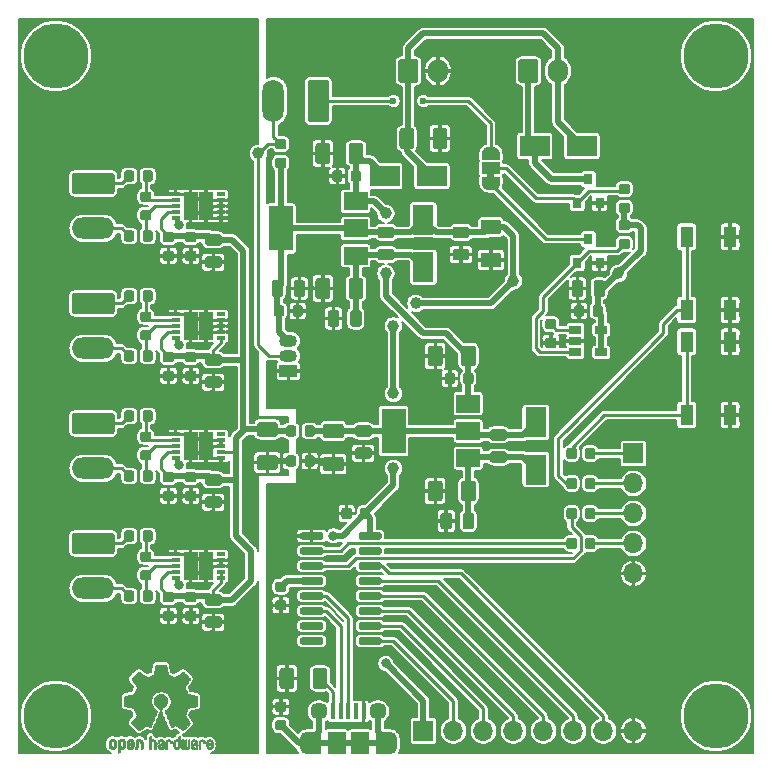
<source format=gbr>
G04 #@! TF.GenerationSoftware,KiCad,Pcbnew,(5.1.5)-3*
G04 #@! TF.CreationDate,2020-02-07T02:29:08+01:00*
G04 #@! TF.ProjectId,T962upgrade,54393632-7570-4677-9261-64652e6b6963,v0.1*
G04 #@! TF.SameCoordinates,Original*
G04 #@! TF.FileFunction,Copper,L1,Top*
G04 #@! TF.FilePolarity,Positive*
%FSLAX46Y46*%
G04 Gerber Fmt 4.6, Leading zero omitted, Abs format (unit mm)*
G04 Created by KiCad (PCBNEW (5.1.5)-3) date 2020-02-07 02:29:08*
%MOMM*%
%LPD*%
G04 APERTURE LIST*
%ADD10C,0.010000*%
%ADD11C,0.100000*%
%ADD12C,5.500000*%
%ADD13O,3.600000X1.800000*%
%ADD14R,1.500000X1.900000*%
%ADD15C,1.450000*%
%ADD16R,0.381000X1.350000*%
%ADD17O,1.200000X1.900000*%
%ADD18R,1.200000X1.900000*%
%ADD19R,1.700000X1.700000*%
%ADD20O,1.700000X1.700000*%
%ADD21O,1.700000X2.000000*%
%ADD22O,1.800000X3.600000*%
%ADD23R,1.500000X1.000000*%
%ADD24R,0.800000X0.900000*%
%ADD25R,1.100000X1.800000*%
%ADD26R,0.790000X0.300000*%
%ADD27R,1.300000X1.150000*%
%ADD28R,2.000000X1.500000*%
%ADD29R,2.000000X3.800000*%
%ADD30O,1.500000X1.050000*%
%ADD31R,1.500000X1.050000*%
%ADD32R,1.060000X0.650000*%
%ADD33R,1.800000X2.500000*%
%ADD34R,2.500000X1.800000*%
%ADD35C,0.600000*%
%ADD36C,0.800000*%
%ADD37C,1.000000*%
%ADD38C,0.254000*%
%ADD39C,0.508000*%
%ADD40C,0.128000*%
G04 APERTURE END LIST*
D10*
G36*
X76974878Y-118842776D02*
G01*
X77080612Y-118843355D01*
X77157132Y-118844922D01*
X77209372Y-118847972D01*
X77242263Y-118852996D01*
X77260737Y-118860489D01*
X77269727Y-118870944D01*
X77274163Y-118884853D01*
X77274594Y-118886654D01*
X77281333Y-118919145D01*
X77293808Y-118983252D01*
X77310719Y-119072151D01*
X77330771Y-119179019D01*
X77352664Y-119297033D01*
X77353429Y-119301178D01*
X77375359Y-119416831D01*
X77395877Y-119519014D01*
X77413659Y-119601598D01*
X77427381Y-119658456D01*
X77435718Y-119683458D01*
X77436116Y-119683901D01*
X77460677Y-119696110D01*
X77511315Y-119716456D01*
X77577095Y-119740545D01*
X77577461Y-119740674D01*
X77660317Y-119771818D01*
X77758000Y-119811491D01*
X77850077Y-119851381D01*
X77854434Y-119853353D01*
X78004407Y-119921420D01*
X78336498Y-119694639D01*
X78438374Y-119625504D01*
X78530657Y-119563697D01*
X78608003Y-119512733D01*
X78665064Y-119476127D01*
X78696495Y-119457394D01*
X78699479Y-119456004D01*
X78722321Y-119462190D01*
X78764982Y-119492035D01*
X78829128Y-119546947D01*
X78916421Y-119628334D01*
X79005535Y-119714922D01*
X79091441Y-119800247D01*
X79168327Y-119878108D01*
X79231564Y-119943697D01*
X79276523Y-119992205D01*
X79298576Y-120018825D01*
X79299396Y-120020195D01*
X79301834Y-120038463D01*
X79292650Y-120068295D01*
X79269574Y-120113721D01*
X79230337Y-120178770D01*
X79172670Y-120267470D01*
X79095795Y-120381657D01*
X79027570Y-120482162D01*
X78966582Y-120572303D01*
X78916356Y-120646849D01*
X78880416Y-120700565D01*
X78862287Y-120728218D01*
X78861146Y-120730095D01*
X78863359Y-120756590D01*
X78880138Y-120808086D01*
X78908142Y-120874851D01*
X78918122Y-120896172D01*
X78961672Y-120991159D01*
X79008134Y-121098937D01*
X79045877Y-121192192D01*
X79073073Y-121261406D01*
X79094675Y-121314006D01*
X79107158Y-121341497D01*
X79108709Y-121343616D01*
X79131668Y-121347124D01*
X79185786Y-121356738D01*
X79263868Y-121371089D01*
X79358719Y-121388807D01*
X79463143Y-121408525D01*
X79569944Y-121428874D01*
X79671926Y-121448486D01*
X79761894Y-121465991D01*
X79832653Y-121480022D01*
X79877006Y-121489209D01*
X79887885Y-121491807D01*
X79899122Y-121498218D01*
X79907605Y-121512697D01*
X79913714Y-121540133D01*
X79917832Y-121585411D01*
X79920341Y-121653420D01*
X79921621Y-121749047D01*
X79922054Y-121877180D01*
X79922077Y-121929701D01*
X79922077Y-122356845D01*
X79819500Y-122377091D01*
X79762431Y-122388070D01*
X79677269Y-122404095D01*
X79574372Y-122423233D01*
X79464096Y-122443551D01*
X79433615Y-122449132D01*
X79331855Y-122468917D01*
X79243205Y-122488373D01*
X79175108Y-122505697D01*
X79135004Y-122519088D01*
X79128323Y-122523079D01*
X79111919Y-122551342D01*
X79088399Y-122606109D01*
X79062316Y-122676588D01*
X79057142Y-122691769D01*
X79022956Y-122785896D01*
X78980523Y-122892101D01*
X78938997Y-122987473D01*
X78938792Y-122987916D01*
X78869640Y-123137525D01*
X79324512Y-123806617D01*
X79032500Y-124099116D01*
X78944180Y-124186170D01*
X78863625Y-124262909D01*
X78795360Y-124325237D01*
X78743908Y-124369056D01*
X78713794Y-124390270D01*
X78709474Y-124391616D01*
X78684111Y-124381016D01*
X78632358Y-124351547D01*
X78559868Y-124306705D01*
X78472294Y-124249984D01*
X78377612Y-124186462D01*
X78281516Y-124121668D01*
X78195837Y-124065287D01*
X78126016Y-124020788D01*
X78077494Y-123991639D01*
X78055782Y-123981308D01*
X78029293Y-123990050D01*
X77979062Y-124013087D01*
X77915451Y-124045631D01*
X77908708Y-124049249D01*
X77823046Y-124092210D01*
X77764306Y-124113279D01*
X77727772Y-124113503D01*
X77708731Y-124093928D01*
X77708620Y-124093654D01*
X77699102Y-124070472D01*
X77676403Y-124015441D01*
X77642282Y-123932822D01*
X77598500Y-123826872D01*
X77546816Y-123701852D01*
X77488992Y-123562020D01*
X77432991Y-123426637D01*
X77371447Y-123277234D01*
X77314939Y-123138832D01*
X77265161Y-123015673D01*
X77223806Y-122912002D01*
X77192568Y-122832059D01*
X77173141Y-122780088D01*
X77167154Y-122760692D01*
X77182168Y-122738443D01*
X77221439Y-122702982D01*
X77273807Y-122663887D01*
X77422941Y-122540245D01*
X77539511Y-122398522D01*
X77622118Y-122241704D01*
X77669366Y-122072775D01*
X77679857Y-121894722D01*
X77672231Y-121812539D01*
X77630682Y-121642031D01*
X77559123Y-121491459D01*
X77461995Y-121362309D01*
X77343734Y-121256064D01*
X77208780Y-121174210D01*
X77061571Y-121118232D01*
X76906544Y-121089615D01*
X76748139Y-121089844D01*
X76590794Y-121120405D01*
X76438946Y-121182782D01*
X76297035Y-121278460D01*
X76237803Y-121332572D01*
X76124203Y-121471520D01*
X76045106Y-121623361D01*
X75999986Y-121783667D01*
X75988316Y-121948012D01*
X76009569Y-122111971D01*
X76063220Y-122271118D01*
X76148740Y-122421025D01*
X76265605Y-122557267D01*
X76396193Y-122663887D01*
X76450588Y-122704642D01*
X76489014Y-122739718D01*
X76502846Y-122760726D01*
X76495603Y-122783635D01*
X76475005Y-122838365D01*
X76442746Y-122920672D01*
X76400521Y-123026315D01*
X76350023Y-123151050D01*
X76292948Y-123290636D01*
X76236854Y-123426670D01*
X76174967Y-123576201D01*
X76117644Y-123714767D01*
X76066644Y-123838107D01*
X76023727Y-123941964D01*
X75990653Y-124022080D01*
X75969181Y-124074195D01*
X75961225Y-124093654D01*
X75942429Y-124113423D01*
X75906074Y-124113365D01*
X75847479Y-124092441D01*
X75761968Y-124049613D01*
X75761292Y-124049249D01*
X75696907Y-124016012D01*
X75644861Y-123991802D01*
X75615512Y-123981404D01*
X75614217Y-123981308D01*
X75592124Y-123991855D01*
X75543348Y-124021184D01*
X75473331Y-124065827D01*
X75387514Y-124122314D01*
X75292388Y-124186462D01*
X75195540Y-124251411D01*
X75108253Y-124307896D01*
X75036181Y-124352421D01*
X74984977Y-124381490D01*
X74960526Y-124391616D01*
X74938010Y-124378307D01*
X74892742Y-124341112D01*
X74829244Y-124284128D01*
X74752039Y-124211449D01*
X74665651Y-124127171D01*
X74637399Y-124099016D01*
X74345287Y-123806416D01*
X74567631Y-123480104D01*
X74635202Y-123379897D01*
X74694507Y-123289963D01*
X74742217Y-123215510D01*
X74775007Y-123161751D01*
X74789548Y-123133894D01*
X74789974Y-123131912D01*
X74782308Y-123105655D01*
X74761689Y-123052837D01*
X74731685Y-122982310D01*
X74710625Y-122935093D01*
X74671248Y-122844694D01*
X74634165Y-122753366D01*
X74605415Y-122676200D01*
X74597605Y-122652692D01*
X74575417Y-122589916D01*
X74553727Y-122541411D01*
X74541813Y-122523079D01*
X74515523Y-122511859D01*
X74458142Y-122495954D01*
X74377118Y-122477167D01*
X74279895Y-122457299D01*
X74236385Y-122449132D01*
X74125896Y-122428829D01*
X74019916Y-122409170D01*
X73928801Y-122392088D01*
X73862908Y-122379518D01*
X73850500Y-122377091D01*
X73747923Y-122356845D01*
X73747923Y-121929701D01*
X73748153Y-121789246D01*
X73749099Y-121682979D01*
X73751141Y-121606013D01*
X73754662Y-121553460D01*
X73760043Y-121520433D01*
X73767666Y-121502045D01*
X73777912Y-121493408D01*
X73782115Y-121491807D01*
X73807470Y-121486127D01*
X73863484Y-121474795D01*
X73942964Y-121459179D01*
X74038712Y-121440647D01*
X74143533Y-121420569D01*
X74250232Y-121400312D01*
X74351613Y-121381246D01*
X74440479Y-121364739D01*
X74509637Y-121352159D01*
X74551889Y-121344875D01*
X74561290Y-121343616D01*
X74569807Y-121326763D01*
X74588660Y-121281870D01*
X74614324Y-121217430D01*
X74624123Y-121192192D01*
X74663648Y-121094686D01*
X74710192Y-120986959D01*
X74751877Y-120896172D01*
X74782550Y-120826753D01*
X74802956Y-120769710D01*
X74809768Y-120734777D01*
X74808682Y-120730095D01*
X74794285Y-120707991D01*
X74761412Y-120658831D01*
X74713590Y-120587848D01*
X74654348Y-120500278D01*
X74587215Y-120401357D01*
X74573941Y-120381830D01*
X74496046Y-120266140D01*
X74438787Y-120178044D01*
X74399881Y-120113486D01*
X74377044Y-120068411D01*
X74367994Y-120038763D01*
X74370448Y-120020485D01*
X74370511Y-120020369D01*
X74389827Y-119996361D01*
X74432551Y-119949947D01*
X74494051Y-119885937D01*
X74569698Y-119809145D01*
X74654861Y-119724382D01*
X74664465Y-119714922D01*
X74771790Y-119610989D01*
X74854615Y-119534675D01*
X74914605Y-119484571D01*
X74953423Y-119459270D01*
X74970520Y-119456004D01*
X74995473Y-119470250D01*
X75047255Y-119503156D01*
X75120520Y-119551208D01*
X75209920Y-119610890D01*
X75310111Y-119678688D01*
X75333501Y-119694639D01*
X75665593Y-119921420D01*
X75815565Y-119853353D01*
X75906770Y-119813685D01*
X76004669Y-119773791D01*
X76088831Y-119741983D01*
X76092538Y-119740674D01*
X76158369Y-119716576D01*
X76209116Y-119696200D01*
X76233842Y-119683936D01*
X76233884Y-119683901D01*
X76241729Y-119661734D01*
X76255066Y-119607217D01*
X76272570Y-119526480D01*
X76292917Y-119425650D01*
X76314782Y-119310856D01*
X76316571Y-119301178D01*
X76338504Y-119182904D01*
X76358640Y-119075542D01*
X76375680Y-118985917D01*
X76388328Y-118920851D01*
X76395284Y-118887168D01*
X76395406Y-118886654D01*
X76399639Y-118872325D01*
X76407871Y-118861507D01*
X76425033Y-118853706D01*
X76456058Y-118848429D01*
X76505878Y-118845182D01*
X76579424Y-118843472D01*
X76681629Y-118842807D01*
X76817425Y-118842693D01*
X76835000Y-118842692D01*
X76974878Y-118842776D01*
G37*
X76974878Y-118842776D02*
X77080612Y-118843355D01*
X77157132Y-118844922D01*
X77209372Y-118847972D01*
X77242263Y-118852996D01*
X77260737Y-118860489D01*
X77269727Y-118870944D01*
X77274163Y-118884853D01*
X77274594Y-118886654D01*
X77281333Y-118919145D01*
X77293808Y-118983252D01*
X77310719Y-119072151D01*
X77330771Y-119179019D01*
X77352664Y-119297033D01*
X77353429Y-119301178D01*
X77375359Y-119416831D01*
X77395877Y-119519014D01*
X77413659Y-119601598D01*
X77427381Y-119658456D01*
X77435718Y-119683458D01*
X77436116Y-119683901D01*
X77460677Y-119696110D01*
X77511315Y-119716456D01*
X77577095Y-119740545D01*
X77577461Y-119740674D01*
X77660317Y-119771818D01*
X77758000Y-119811491D01*
X77850077Y-119851381D01*
X77854434Y-119853353D01*
X78004407Y-119921420D01*
X78336498Y-119694639D01*
X78438374Y-119625504D01*
X78530657Y-119563697D01*
X78608003Y-119512733D01*
X78665064Y-119476127D01*
X78696495Y-119457394D01*
X78699479Y-119456004D01*
X78722321Y-119462190D01*
X78764982Y-119492035D01*
X78829128Y-119546947D01*
X78916421Y-119628334D01*
X79005535Y-119714922D01*
X79091441Y-119800247D01*
X79168327Y-119878108D01*
X79231564Y-119943697D01*
X79276523Y-119992205D01*
X79298576Y-120018825D01*
X79299396Y-120020195D01*
X79301834Y-120038463D01*
X79292650Y-120068295D01*
X79269574Y-120113721D01*
X79230337Y-120178770D01*
X79172670Y-120267470D01*
X79095795Y-120381657D01*
X79027570Y-120482162D01*
X78966582Y-120572303D01*
X78916356Y-120646849D01*
X78880416Y-120700565D01*
X78862287Y-120728218D01*
X78861146Y-120730095D01*
X78863359Y-120756590D01*
X78880138Y-120808086D01*
X78908142Y-120874851D01*
X78918122Y-120896172D01*
X78961672Y-120991159D01*
X79008134Y-121098937D01*
X79045877Y-121192192D01*
X79073073Y-121261406D01*
X79094675Y-121314006D01*
X79107158Y-121341497D01*
X79108709Y-121343616D01*
X79131668Y-121347124D01*
X79185786Y-121356738D01*
X79263868Y-121371089D01*
X79358719Y-121388807D01*
X79463143Y-121408525D01*
X79569944Y-121428874D01*
X79671926Y-121448486D01*
X79761894Y-121465991D01*
X79832653Y-121480022D01*
X79877006Y-121489209D01*
X79887885Y-121491807D01*
X79899122Y-121498218D01*
X79907605Y-121512697D01*
X79913714Y-121540133D01*
X79917832Y-121585411D01*
X79920341Y-121653420D01*
X79921621Y-121749047D01*
X79922054Y-121877180D01*
X79922077Y-121929701D01*
X79922077Y-122356845D01*
X79819500Y-122377091D01*
X79762431Y-122388070D01*
X79677269Y-122404095D01*
X79574372Y-122423233D01*
X79464096Y-122443551D01*
X79433615Y-122449132D01*
X79331855Y-122468917D01*
X79243205Y-122488373D01*
X79175108Y-122505697D01*
X79135004Y-122519088D01*
X79128323Y-122523079D01*
X79111919Y-122551342D01*
X79088399Y-122606109D01*
X79062316Y-122676588D01*
X79057142Y-122691769D01*
X79022956Y-122785896D01*
X78980523Y-122892101D01*
X78938997Y-122987473D01*
X78938792Y-122987916D01*
X78869640Y-123137525D01*
X79324512Y-123806617D01*
X79032500Y-124099116D01*
X78944180Y-124186170D01*
X78863625Y-124262909D01*
X78795360Y-124325237D01*
X78743908Y-124369056D01*
X78713794Y-124390270D01*
X78709474Y-124391616D01*
X78684111Y-124381016D01*
X78632358Y-124351547D01*
X78559868Y-124306705D01*
X78472294Y-124249984D01*
X78377612Y-124186462D01*
X78281516Y-124121668D01*
X78195837Y-124065287D01*
X78126016Y-124020788D01*
X78077494Y-123991639D01*
X78055782Y-123981308D01*
X78029293Y-123990050D01*
X77979062Y-124013087D01*
X77915451Y-124045631D01*
X77908708Y-124049249D01*
X77823046Y-124092210D01*
X77764306Y-124113279D01*
X77727772Y-124113503D01*
X77708731Y-124093928D01*
X77708620Y-124093654D01*
X77699102Y-124070472D01*
X77676403Y-124015441D01*
X77642282Y-123932822D01*
X77598500Y-123826872D01*
X77546816Y-123701852D01*
X77488992Y-123562020D01*
X77432991Y-123426637D01*
X77371447Y-123277234D01*
X77314939Y-123138832D01*
X77265161Y-123015673D01*
X77223806Y-122912002D01*
X77192568Y-122832059D01*
X77173141Y-122780088D01*
X77167154Y-122760692D01*
X77182168Y-122738443D01*
X77221439Y-122702982D01*
X77273807Y-122663887D01*
X77422941Y-122540245D01*
X77539511Y-122398522D01*
X77622118Y-122241704D01*
X77669366Y-122072775D01*
X77679857Y-121894722D01*
X77672231Y-121812539D01*
X77630682Y-121642031D01*
X77559123Y-121491459D01*
X77461995Y-121362309D01*
X77343734Y-121256064D01*
X77208780Y-121174210D01*
X77061571Y-121118232D01*
X76906544Y-121089615D01*
X76748139Y-121089844D01*
X76590794Y-121120405D01*
X76438946Y-121182782D01*
X76297035Y-121278460D01*
X76237803Y-121332572D01*
X76124203Y-121471520D01*
X76045106Y-121623361D01*
X75999986Y-121783667D01*
X75988316Y-121948012D01*
X76009569Y-122111971D01*
X76063220Y-122271118D01*
X76148740Y-122421025D01*
X76265605Y-122557267D01*
X76396193Y-122663887D01*
X76450588Y-122704642D01*
X76489014Y-122739718D01*
X76502846Y-122760726D01*
X76495603Y-122783635D01*
X76475005Y-122838365D01*
X76442746Y-122920672D01*
X76400521Y-123026315D01*
X76350023Y-123151050D01*
X76292948Y-123290636D01*
X76236854Y-123426670D01*
X76174967Y-123576201D01*
X76117644Y-123714767D01*
X76066644Y-123838107D01*
X76023727Y-123941964D01*
X75990653Y-124022080D01*
X75969181Y-124074195D01*
X75961225Y-124093654D01*
X75942429Y-124113423D01*
X75906074Y-124113365D01*
X75847479Y-124092441D01*
X75761968Y-124049613D01*
X75761292Y-124049249D01*
X75696907Y-124016012D01*
X75644861Y-123991802D01*
X75615512Y-123981404D01*
X75614217Y-123981308D01*
X75592124Y-123991855D01*
X75543348Y-124021184D01*
X75473331Y-124065827D01*
X75387514Y-124122314D01*
X75292388Y-124186462D01*
X75195540Y-124251411D01*
X75108253Y-124307896D01*
X75036181Y-124352421D01*
X74984977Y-124381490D01*
X74960526Y-124391616D01*
X74938010Y-124378307D01*
X74892742Y-124341112D01*
X74829244Y-124284128D01*
X74752039Y-124211449D01*
X74665651Y-124127171D01*
X74637399Y-124099016D01*
X74345287Y-123806416D01*
X74567631Y-123480104D01*
X74635202Y-123379897D01*
X74694507Y-123289963D01*
X74742217Y-123215510D01*
X74775007Y-123161751D01*
X74789548Y-123133894D01*
X74789974Y-123131912D01*
X74782308Y-123105655D01*
X74761689Y-123052837D01*
X74731685Y-122982310D01*
X74710625Y-122935093D01*
X74671248Y-122844694D01*
X74634165Y-122753366D01*
X74605415Y-122676200D01*
X74597605Y-122652692D01*
X74575417Y-122589916D01*
X74553727Y-122541411D01*
X74541813Y-122523079D01*
X74515523Y-122511859D01*
X74458142Y-122495954D01*
X74377118Y-122477167D01*
X74279895Y-122457299D01*
X74236385Y-122449132D01*
X74125896Y-122428829D01*
X74019916Y-122409170D01*
X73928801Y-122392088D01*
X73862908Y-122379518D01*
X73850500Y-122377091D01*
X73747923Y-122356845D01*
X73747923Y-121929701D01*
X73748153Y-121789246D01*
X73749099Y-121682979D01*
X73751141Y-121606013D01*
X73754662Y-121553460D01*
X73760043Y-121520433D01*
X73767666Y-121502045D01*
X73777912Y-121493408D01*
X73782115Y-121491807D01*
X73807470Y-121486127D01*
X73863484Y-121474795D01*
X73942964Y-121459179D01*
X74038712Y-121440647D01*
X74143533Y-121420569D01*
X74250232Y-121400312D01*
X74351613Y-121381246D01*
X74440479Y-121364739D01*
X74509637Y-121352159D01*
X74551889Y-121344875D01*
X74561290Y-121343616D01*
X74569807Y-121326763D01*
X74588660Y-121281870D01*
X74614324Y-121217430D01*
X74624123Y-121192192D01*
X74663648Y-121094686D01*
X74710192Y-120986959D01*
X74751877Y-120896172D01*
X74782550Y-120826753D01*
X74802956Y-120769710D01*
X74809768Y-120734777D01*
X74808682Y-120730095D01*
X74794285Y-120707991D01*
X74761412Y-120658831D01*
X74713590Y-120587848D01*
X74654348Y-120500278D01*
X74587215Y-120401357D01*
X74573941Y-120381830D01*
X74496046Y-120266140D01*
X74438787Y-120178044D01*
X74399881Y-120113486D01*
X74377044Y-120068411D01*
X74367994Y-120038763D01*
X74370448Y-120020485D01*
X74370511Y-120020369D01*
X74389827Y-119996361D01*
X74432551Y-119949947D01*
X74494051Y-119885937D01*
X74569698Y-119809145D01*
X74654861Y-119724382D01*
X74664465Y-119714922D01*
X74771790Y-119610989D01*
X74854615Y-119534675D01*
X74914605Y-119484571D01*
X74953423Y-119459270D01*
X74970520Y-119456004D01*
X74995473Y-119470250D01*
X75047255Y-119503156D01*
X75120520Y-119551208D01*
X75209920Y-119610890D01*
X75310111Y-119678688D01*
X75333501Y-119694639D01*
X75665593Y-119921420D01*
X75815565Y-119853353D01*
X75906770Y-119813685D01*
X76004669Y-119773791D01*
X76088831Y-119741983D01*
X76092538Y-119740674D01*
X76158369Y-119716576D01*
X76209116Y-119696200D01*
X76233842Y-119683936D01*
X76233884Y-119683901D01*
X76241729Y-119661734D01*
X76255066Y-119607217D01*
X76272570Y-119526480D01*
X76292917Y-119425650D01*
X76314782Y-119310856D01*
X76316571Y-119301178D01*
X76338504Y-119182904D01*
X76358640Y-119075542D01*
X76375680Y-118985917D01*
X76388328Y-118920851D01*
X76395284Y-118887168D01*
X76395406Y-118886654D01*
X76399639Y-118872325D01*
X76407871Y-118861507D01*
X76425033Y-118853706D01*
X76456058Y-118848429D01*
X76505878Y-118845182D01*
X76579424Y-118843472D01*
X76681629Y-118842807D01*
X76817425Y-118842693D01*
X76835000Y-118842692D01*
X76974878Y-118842776D01*
G36*
X81080224Y-125202838D02*
G01*
X81157528Y-125253361D01*
X81194814Y-125298590D01*
X81224353Y-125380663D01*
X81226699Y-125445607D01*
X81221385Y-125532445D01*
X81021115Y-125620103D01*
X80923739Y-125664887D01*
X80860113Y-125700913D01*
X80827029Y-125732117D01*
X80821280Y-125762436D01*
X80839658Y-125795805D01*
X80859923Y-125817923D01*
X80918889Y-125853393D01*
X80983024Y-125855879D01*
X81041926Y-125828235D01*
X81085197Y-125773320D01*
X81092936Y-125753928D01*
X81130006Y-125693364D01*
X81172654Y-125667552D01*
X81231154Y-125645471D01*
X81231154Y-125729184D01*
X81225982Y-125786150D01*
X81205723Y-125834189D01*
X81163262Y-125889346D01*
X81156951Y-125896514D01*
X81109720Y-125945585D01*
X81069121Y-125971920D01*
X81018328Y-125984035D01*
X80976220Y-125988003D01*
X80900902Y-125988991D01*
X80847286Y-125976466D01*
X80813838Y-125957869D01*
X80761268Y-125916975D01*
X80724879Y-125872748D01*
X80701850Y-125817126D01*
X80689359Y-125742047D01*
X80684587Y-125639449D01*
X80684206Y-125587376D01*
X80685501Y-125524948D01*
X80803471Y-125524948D01*
X80804839Y-125558438D01*
X80808249Y-125563923D01*
X80830753Y-125556472D01*
X80879182Y-125536753D01*
X80943908Y-125508718D01*
X80957443Y-125502692D01*
X81039244Y-125461096D01*
X81084312Y-125424538D01*
X81094217Y-125390296D01*
X81070526Y-125355648D01*
X81050960Y-125340339D01*
X80980360Y-125309721D01*
X80914280Y-125314780D01*
X80858959Y-125352151D01*
X80820636Y-125418473D01*
X80808349Y-125471116D01*
X80803471Y-125524948D01*
X80685501Y-125524948D01*
X80686730Y-125465720D01*
X80696032Y-125375710D01*
X80714460Y-125310167D01*
X80744360Y-125261912D01*
X80788080Y-125223767D01*
X80807141Y-125211440D01*
X80893726Y-125179336D01*
X80988522Y-125177316D01*
X81080224Y-125202838D01*
G37*
X81080224Y-125202838D02*
X81157528Y-125253361D01*
X81194814Y-125298590D01*
X81224353Y-125380663D01*
X81226699Y-125445607D01*
X81221385Y-125532445D01*
X81021115Y-125620103D01*
X80923739Y-125664887D01*
X80860113Y-125700913D01*
X80827029Y-125732117D01*
X80821280Y-125762436D01*
X80839658Y-125795805D01*
X80859923Y-125817923D01*
X80918889Y-125853393D01*
X80983024Y-125855879D01*
X81041926Y-125828235D01*
X81085197Y-125773320D01*
X81092936Y-125753928D01*
X81130006Y-125693364D01*
X81172654Y-125667552D01*
X81231154Y-125645471D01*
X81231154Y-125729184D01*
X81225982Y-125786150D01*
X81205723Y-125834189D01*
X81163262Y-125889346D01*
X81156951Y-125896514D01*
X81109720Y-125945585D01*
X81069121Y-125971920D01*
X81018328Y-125984035D01*
X80976220Y-125988003D01*
X80900902Y-125988991D01*
X80847286Y-125976466D01*
X80813838Y-125957869D01*
X80761268Y-125916975D01*
X80724879Y-125872748D01*
X80701850Y-125817126D01*
X80689359Y-125742047D01*
X80684587Y-125639449D01*
X80684206Y-125587376D01*
X80685501Y-125524948D01*
X80803471Y-125524948D01*
X80804839Y-125558438D01*
X80808249Y-125563923D01*
X80830753Y-125556472D01*
X80879182Y-125536753D01*
X80943908Y-125508718D01*
X80957443Y-125502692D01*
X81039244Y-125461096D01*
X81084312Y-125424538D01*
X81094217Y-125390296D01*
X81070526Y-125355648D01*
X81050960Y-125340339D01*
X80980360Y-125309721D01*
X80914280Y-125314780D01*
X80858959Y-125352151D01*
X80820636Y-125418473D01*
X80808349Y-125471116D01*
X80803471Y-125524948D01*
X80685501Y-125524948D01*
X80686730Y-125465720D01*
X80696032Y-125375710D01*
X80714460Y-125310167D01*
X80744360Y-125261912D01*
X80788080Y-125223767D01*
X80807141Y-125211440D01*
X80893726Y-125179336D01*
X80988522Y-125177316D01*
X81080224Y-125202838D01*
G36*
X80405807Y-125191782D02*
G01*
X80429161Y-125201988D01*
X80484902Y-125246134D01*
X80532569Y-125309967D01*
X80562048Y-125378087D01*
X80566846Y-125411670D01*
X80550760Y-125458556D01*
X80515475Y-125483365D01*
X80477644Y-125498387D01*
X80460321Y-125501155D01*
X80451886Y-125481066D01*
X80435230Y-125437351D01*
X80427923Y-125417598D01*
X80386948Y-125349271D01*
X80327622Y-125315191D01*
X80251552Y-125316239D01*
X80245918Y-125317581D01*
X80205305Y-125336836D01*
X80175448Y-125374375D01*
X80155055Y-125434809D01*
X80142836Y-125522751D01*
X80137500Y-125642813D01*
X80137000Y-125706698D01*
X80136752Y-125807403D01*
X80135126Y-125876054D01*
X80130801Y-125919673D01*
X80122454Y-125945282D01*
X80108765Y-125959903D01*
X80088411Y-125970558D01*
X80087234Y-125971095D01*
X80048038Y-125987667D01*
X80028619Y-125993769D01*
X80025635Y-125975319D01*
X80023081Y-125924323D01*
X80021140Y-125847308D01*
X80019997Y-125750805D01*
X80019769Y-125680184D01*
X80020932Y-125543525D01*
X80025479Y-125439851D01*
X80034999Y-125363108D01*
X80051081Y-125307246D01*
X80075313Y-125266212D01*
X80109286Y-125233954D01*
X80142833Y-125211440D01*
X80223499Y-125181476D01*
X80317381Y-125174718D01*
X80405807Y-125191782D01*
G37*
X80405807Y-125191782D02*
X80429161Y-125201988D01*
X80484902Y-125246134D01*
X80532569Y-125309967D01*
X80562048Y-125378087D01*
X80566846Y-125411670D01*
X80550760Y-125458556D01*
X80515475Y-125483365D01*
X80477644Y-125498387D01*
X80460321Y-125501155D01*
X80451886Y-125481066D01*
X80435230Y-125437351D01*
X80427923Y-125417598D01*
X80386948Y-125349271D01*
X80327622Y-125315191D01*
X80251552Y-125316239D01*
X80245918Y-125317581D01*
X80205305Y-125336836D01*
X80175448Y-125374375D01*
X80155055Y-125434809D01*
X80142836Y-125522751D01*
X80137500Y-125642813D01*
X80137000Y-125706698D01*
X80136752Y-125807403D01*
X80135126Y-125876054D01*
X80130801Y-125919673D01*
X80122454Y-125945282D01*
X80108765Y-125959903D01*
X80088411Y-125970558D01*
X80087234Y-125971095D01*
X80048038Y-125987667D01*
X80028619Y-125993769D01*
X80025635Y-125975319D01*
X80023081Y-125924323D01*
X80021140Y-125847308D01*
X80019997Y-125750805D01*
X80019769Y-125680184D01*
X80020932Y-125543525D01*
X80025479Y-125439851D01*
X80034999Y-125363108D01*
X80051081Y-125307246D01*
X80075313Y-125266212D01*
X80109286Y-125233954D01*
X80142833Y-125211440D01*
X80223499Y-125181476D01*
X80317381Y-125174718D01*
X80405807Y-125191782D01*
G36*
X79722333Y-125188528D02*
G01*
X79778590Y-125214117D01*
X79822747Y-125245124D01*
X79855101Y-125279795D01*
X79877438Y-125324520D01*
X79891546Y-125385692D01*
X79899211Y-125469701D01*
X79902220Y-125582940D01*
X79902538Y-125657509D01*
X79902538Y-125948420D01*
X79852773Y-125971095D01*
X79813576Y-125987667D01*
X79794157Y-125993769D01*
X79790442Y-125975610D01*
X79787495Y-125926648D01*
X79785691Y-125855153D01*
X79785308Y-125798385D01*
X79783661Y-125716371D01*
X79779222Y-125651309D01*
X79772740Y-125611467D01*
X79767590Y-125603000D01*
X79732977Y-125611646D01*
X79678640Y-125633823D01*
X79615722Y-125663886D01*
X79555368Y-125696192D01*
X79508721Y-125725098D01*
X79486926Y-125744961D01*
X79486839Y-125745175D01*
X79488714Y-125781935D01*
X79505525Y-125817026D01*
X79535039Y-125845528D01*
X79578116Y-125855061D01*
X79614932Y-125853950D01*
X79667074Y-125853133D01*
X79694444Y-125865349D01*
X79710882Y-125897624D01*
X79712955Y-125903710D01*
X79720081Y-125949739D01*
X79701024Y-125977687D01*
X79651353Y-125991007D01*
X79597697Y-125993470D01*
X79501142Y-125975210D01*
X79451159Y-125949131D01*
X79389429Y-125887868D01*
X79356690Y-125812670D01*
X79353753Y-125733211D01*
X79381424Y-125659167D01*
X79423047Y-125612769D01*
X79464604Y-125586793D01*
X79529922Y-125553907D01*
X79606038Y-125520557D01*
X79618726Y-125515461D01*
X79702333Y-125478565D01*
X79750530Y-125446046D01*
X79766030Y-125413718D01*
X79751550Y-125377394D01*
X79726692Y-125349000D01*
X79667939Y-125314039D01*
X79603293Y-125311417D01*
X79544008Y-125338358D01*
X79501339Y-125392088D01*
X79495739Y-125405950D01*
X79463133Y-125456936D01*
X79415530Y-125494787D01*
X79355461Y-125525850D01*
X79355461Y-125437768D01*
X79358997Y-125383951D01*
X79374156Y-125341534D01*
X79407768Y-125296279D01*
X79440035Y-125261420D01*
X79490209Y-125212062D01*
X79529193Y-125185547D01*
X79571064Y-125174911D01*
X79618460Y-125173154D01*
X79722333Y-125188528D01*
G37*
X79722333Y-125188528D02*
X79778590Y-125214117D01*
X79822747Y-125245124D01*
X79855101Y-125279795D01*
X79877438Y-125324520D01*
X79891546Y-125385692D01*
X79899211Y-125469701D01*
X79902220Y-125582940D01*
X79902538Y-125657509D01*
X79902538Y-125948420D01*
X79852773Y-125971095D01*
X79813576Y-125987667D01*
X79794157Y-125993769D01*
X79790442Y-125975610D01*
X79787495Y-125926648D01*
X79785691Y-125855153D01*
X79785308Y-125798385D01*
X79783661Y-125716371D01*
X79779222Y-125651309D01*
X79772740Y-125611467D01*
X79767590Y-125603000D01*
X79732977Y-125611646D01*
X79678640Y-125633823D01*
X79615722Y-125663886D01*
X79555368Y-125696192D01*
X79508721Y-125725098D01*
X79486926Y-125744961D01*
X79486839Y-125745175D01*
X79488714Y-125781935D01*
X79505525Y-125817026D01*
X79535039Y-125845528D01*
X79578116Y-125855061D01*
X79614932Y-125853950D01*
X79667074Y-125853133D01*
X79694444Y-125865349D01*
X79710882Y-125897624D01*
X79712955Y-125903710D01*
X79720081Y-125949739D01*
X79701024Y-125977687D01*
X79651353Y-125991007D01*
X79597697Y-125993470D01*
X79501142Y-125975210D01*
X79451159Y-125949131D01*
X79389429Y-125887868D01*
X79356690Y-125812670D01*
X79353753Y-125733211D01*
X79381424Y-125659167D01*
X79423047Y-125612769D01*
X79464604Y-125586793D01*
X79529922Y-125553907D01*
X79606038Y-125520557D01*
X79618726Y-125515461D01*
X79702333Y-125478565D01*
X79750530Y-125446046D01*
X79766030Y-125413718D01*
X79751550Y-125377394D01*
X79726692Y-125349000D01*
X79667939Y-125314039D01*
X79603293Y-125311417D01*
X79544008Y-125338358D01*
X79501339Y-125392088D01*
X79495739Y-125405950D01*
X79463133Y-125456936D01*
X79415530Y-125494787D01*
X79355461Y-125525850D01*
X79355461Y-125437768D01*
X79358997Y-125383951D01*
X79374156Y-125341534D01*
X79407768Y-125296279D01*
X79440035Y-125261420D01*
X79490209Y-125212062D01*
X79529193Y-125185547D01*
X79571064Y-125174911D01*
X79618460Y-125173154D01*
X79722333Y-125188528D01*
G36*
X79230929Y-125191662D02*
G01*
X79233911Y-125243068D01*
X79236247Y-125321192D01*
X79237749Y-125419857D01*
X79238231Y-125523343D01*
X79238231Y-125873533D01*
X79176401Y-125935363D01*
X79133793Y-125973462D01*
X79096390Y-125988895D01*
X79045270Y-125987918D01*
X79024978Y-125985433D01*
X78961554Y-125978200D01*
X78909095Y-125974055D01*
X78896308Y-125973672D01*
X78853199Y-125976176D01*
X78791544Y-125982462D01*
X78767638Y-125985433D01*
X78708922Y-125990028D01*
X78669464Y-125980046D01*
X78630338Y-125949228D01*
X78616215Y-125935363D01*
X78554385Y-125873533D01*
X78554385Y-125218503D01*
X78604150Y-125195829D01*
X78647002Y-125179034D01*
X78672073Y-125173154D01*
X78678501Y-125191736D01*
X78684509Y-125243655D01*
X78689697Y-125323172D01*
X78693664Y-125424546D01*
X78695577Y-125510192D01*
X78700923Y-125847231D01*
X78747560Y-125853825D01*
X78789976Y-125849214D01*
X78810760Y-125834287D01*
X78816570Y-125806377D01*
X78821530Y-125746925D01*
X78825246Y-125663466D01*
X78827324Y-125563532D01*
X78827624Y-125512104D01*
X78827923Y-125216054D01*
X78889454Y-125194604D01*
X78933004Y-125180020D01*
X78956694Y-125173219D01*
X78957377Y-125173154D01*
X78959754Y-125191642D01*
X78962366Y-125242906D01*
X78964995Y-125320649D01*
X78967421Y-125418574D01*
X78969115Y-125510192D01*
X78974461Y-125847231D01*
X79091692Y-125847231D01*
X79097072Y-125539746D01*
X79102451Y-125232261D01*
X79159601Y-125202707D01*
X79201797Y-125182413D01*
X79226770Y-125173204D01*
X79227491Y-125173154D01*
X79230929Y-125191662D01*
G37*
X79230929Y-125191662D02*
X79233911Y-125243068D01*
X79236247Y-125321192D01*
X79237749Y-125419857D01*
X79238231Y-125523343D01*
X79238231Y-125873533D01*
X79176401Y-125935363D01*
X79133793Y-125973462D01*
X79096390Y-125988895D01*
X79045270Y-125987918D01*
X79024978Y-125985433D01*
X78961554Y-125978200D01*
X78909095Y-125974055D01*
X78896308Y-125973672D01*
X78853199Y-125976176D01*
X78791544Y-125982462D01*
X78767638Y-125985433D01*
X78708922Y-125990028D01*
X78669464Y-125980046D01*
X78630338Y-125949228D01*
X78616215Y-125935363D01*
X78554385Y-125873533D01*
X78554385Y-125218503D01*
X78604150Y-125195829D01*
X78647002Y-125179034D01*
X78672073Y-125173154D01*
X78678501Y-125191736D01*
X78684509Y-125243655D01*
X78689697Y-125323172D01*
X78693664Y-125424546D01*
X78695577Y-125510192D01*
X78700923Y-125847231D01*
X78747560Y-125853825D01*
X78789976Y-125849214D01*
X78810760Y-125834287D01*
X78816570Y-125806377D01*
X78821530Y-125746925D01*
X78825246Y-125663466D01*
X78827324Y-125563532D01*
X78827624Y-125512104D01*
X78827923Y-125216054D01*
X78889454Y-125194604D01*
X78933004Y-125180020D01*
X78956694Y-125173219D01*
X78957377Y-125173154D01*
X78959754Y-125191642D01*
X78962366Y-125242906D01*
X78964995Y-125320649D01*
X78967421Y-125418574D01*
X78969115Y-125510192D01*
X78974461Y-125847231D01*
X79091692Y-125847231D01*
X79097072Y-125539746D01*
X79102451Y-125232261D01*
X79159601Y-125202707D01*
X79201797Y-125182413D01*
X79226770Y-125173204D01*
X79227491Y-125173154D01*
X79230929Y-125191662D01*
G36*
X78437081Y-125335289D02*
G01*
X78436833Y-125481320D01*
X78435872Y-125593655D01*
X78433794Y-125677678D01*
X78430193Y-125738769D01*
X78424665Y-125782309D01*
X78416804Y-125813679D01*
X78406207Y-125838262D01*
X78398182Y-125852294D01*
X78331728Y-125928388D01*
X78247470Y-125976084D01*
X78154249Y-125993199D01*
X78060900Y-125977546D01*
X78005312Y-125949418D01*
X77946957Y-125900760D01*
X77907186Y-125841333D01*
X77883190Y-125763507D01*
X77872161Y-125659652D01*
X77870599Y-125583462D01*
X77870809Y-125577986D01*
X78007308Y-125577986D01*
X78008141Y-125665355D01*
X78011961Y-125723192D01*
X78020746Y-125761029D01*
X78036474Y-125788398D01*
X78055266Y-125809042D01*
X78118375Y-125848890D01*
X78186137Y-125852295D01*
X78250179Y-125819025D01*
X78255164Y-125814517D01*
X78276439Y-125791067D01*
X78289779Y-125763166D01*
X78297001Y-125721641D01*
X78299923Y-125657316D01*
X78300385Y-125586200D01*
X78299383Y-125496858D01*
X78295238Y-125437258D01*
X78286236Y-125398089D01*
X78270667Y-125370040D01*
X78257902Y-125355144D01*
X78198600Y-125317575D01*
X78130301Y-125313057D01*
X78065110Y-125341753D01*
X78052528Y-125352406D01*
X78031111Y-125376063D01*
X78017744Y-125404251D01*
X78010566Y-125446245D01*
X78007719Y-125511319D01*
X78007308Y-125577986D01*
X77870809Y-125577986D01*
X77875322Y-125460765D01*
X77891362Y-125368577D01*
X77921528Y-125299269D01*
X77968629Y-125245211D01*
X78005312Y-125217505D01*
X78071990Y-125187572D01*
X78149272Y-125173678D01*
X78221110Y-125177397D01*
X78261308Y-125192400D01*
X78277082Y-125196670D01*
X78287550Y-125180750D01*
X78294856Y-125138089D01*
X78300385Y-125073106D01*
X78306437Y-125000732D01*
X78314844Y-124957187D01*
X78330141Y-124932287D01*
X78356864Y-124915845D01*
X78373654Y-124908564D01*
X78437154Y-124881963D01*
X78437081Y-125335289D01*
G37*
X78437081Y-125335289D02*
X78436833Y-125481320D01*
X78435872Y-125593655D01*
X78433794Y-125677678D01*
X78430193Y-125738769D01*
X78424665Y-125782309D01*
X78416804Y-125813679D01*
X78406207Y-125838262D01*
X78398182Y-125852294D01*
X78331728Y-125928388D01*
X78247470Y-125976084D01*
X78154249Y-125993199D01*
X78060900Y-125977546D01*
X78005312Y-125949418D01*
X77946957Y-125900760D01*
X77907186Y-125841333D01*
X77883190Y-125763507D01*
X77872161Y-125659652D01*
X77870599Y-125583462D01*
X77870809Y-125577986D01*
X78007308Y-125577986D01*
X78008141Y-125665355D01*
X78011961Y-125723192D01*
X78020746Y-125761029D01*
X78036474Y-125788398D01*
X78055266Y-125809042D01*
X78118375Y-125848890D01*
X78186137Y-125852295D01*
X78250179Y-125819025D01*
X78255164Y-125814517D01*
X78276439Y-125791067D01*
X78289779Y-125763166D01*
X78297001Y-125721641D01*
X78299923Y-125657316D01*
X78300385Y-125586200D01*
X78299383Y-125496858D01*
X78295238Y-125437258D01*
X78286236Y-125398089D01*
X78270667Y-125370040D01*
X78257902Y-125355144D01*
X78198600Y-125317575D01*
X78130301Y-125313057D01*
X78065110Y-125341753D01*
X78052528Y-125352406D01*
X78031111Y-125376063D01*
X78017744Y-125404251D01*
X78010566Y-125446245D01*
X78007719Y-125511319D01*
X78007308Y-125577986D01*
X77870809Y-125577986D01*
X77875322Y-125460765D01*
X77891362Y-125368577D01*
X77921528Y-125299269D01*
X77968629Y-125245211D01*
X78005312Y-125217505D01*
X78071990Y-125187572D01*
X78149272Y-125173678D01*
X78221110Y-125177397D01*
X78261308Y-125192400D01*
X78277082Y-125196670D01*
X78287550Y-125180750D01*
X78294856Y-125138089D01*
X78300385Y-125073106D01*
X78306437Y-125000732D01*
X78314844Y-124957187D01*
X78330141Y-124932287D01*
X78356864Y-124915845D01*
X78373654Y-124908564D01*
X78437154Y-124881963D01*
X78437081Y-125335289D01*
G36*
X77548362Y-125179670D02*
G01*
X77637117Y-125212421D01*
X77709022Y-125270350D01*
X77737144Y-125311128D01*
X77767802Y-125385954D01*
X77767165Y-125440058D01*
X77734987Y-125476446D01*
X77723081Y-125482633D01*
X77671675Y-125501925D01*
X77645422Y-125496982D01*
X77636530Y-125464587D01*
X77636077Y-125446692D01*
X77619797Y-125380859D01*
X77577365Y-125334807D01*
X77518388Y-125312564D01*
X77452475Y-125318161D01*
X77398895Y-125347229D01*
X77380798Y-125363810D01*
X77367971Y-125383925D01*
X77359306Y-125414332D01*
X77353696Y-125461788D01*
X77350035Y-125533050D01*
X77347215Y-125634875D01*
X77346484Y-125667115D01*
X77343820Y-125777410D01*
X77340792Y-125855036D01*
X77336250Y-125906396D01*
X77329046Y-125937890D01*
X77318033Y-125955920D01*
X77302060Y-125966888D01*
X77291834Y-125971733D01*
X77248406Y-125988301D01*
X77222842Y-125993769D01*
X77214395Y-125975507D01*
X77209239Y-125920296D01*
X77207346Y-125827499D01*
X77208689Y-125696478D01*
X77209107Y-125676269D01*
X77212058Y-125556733D01*
X77215548Y-125469449D01*
X77220514Y-125407591D01*
X77227893Y-125364336D01*
X77238624Y-125332860D01*
X77253645Y-125306339D01*
X77261502Y-125294975D01*
X77306553Y-125244692D01*
X77356940Y-125205581D01*
X77363108Y-125202167D01*
X77453458Y-125175212D01*
X77548362Y-125179670D01*
G37*
X77548362Y-125179670D02*
X77637117Y-125212421D01*
X77709022Y-125270350D01*
X77737144Y-125311128D01*
X77767802Y-125385954D01*
X77767165Y-125440058D01*
X77734987Y-125476446D01*
X77723081Y-125482633D01*
X77671675Y-125501925D01*
X77645422Y-125496982D01*
X77636530Y-125464587D01*
X77636077Y-125446692D01*
X77619797Y-125380859D01*
X77577365Y-125334807D01*
X77518388Y-125312564D01*
X77452475Y-125318161D01*
X77398895Y-125347229D01*
X77380798Y-125363810D01*
X77367971Y-125383925D01*
X77359306Y-125414332D01*
X77353696Y-125461788D01*
X77350035Y-125533050D01*
X77347215Y-125634875D01*
X77346484Y-125667115D01*
X77343820Y-125777410D01*
X77340792Y-125855036D01*
X77336250Y-125906396D01*
X77329046Y-125937890D01*
X77318033Y-125955920D01*
X77302060Y-125966888D01*
X77291834Y-125971733D01*
X77248406Y-125988301D01*
X77222842Y-125993769D01*
X77214395Y-125975507D01*
X77209239Y-125920296D01*
X77207346Y-125827499D01*
X77208689Y-125696478D01*
X77209107Y-125676269D01*
X77212058Y-125556733D01*
X77215548Y-125469449D01*
X77220514Y-125407591D01*
X77227893Y-125364336D01*
X77238624Y-125332860D01*
X77253645Y-125306339D01*
X77261502Y-125294975D01*
X77306553Y-125244692D01*
X77356940Y-125205581D01*
X77363108Y-125202167D01*
X77453458Y-125175212D01*
X77548362Y-125179670D01*
G36*
X76888501Y-125181303D02*
G01*
X76965060Y-125209733D01*
X76965936Y-125210279D01*
X77013285Y-125245127D01*
X77048241Y-125285852D01*
X77072825Y-125338925D01*
X77089062Y-125410814D01*
X77098975Y-125507992D01*
X77104586Y-125636928D01*
X77105077Y-125655298D01*
X77112141Y-125932287D01*
X77052695Y-125963028D01*
X77009681Y-125983802D01*
X76983710Y-125993646D01*
X76982509Y-125993769D01*
X76978014Y-125975606D01*
X76974444Y-125926612D01*
X76972248Y-125855031D01*
X76971769Y-125797068D01*
X76971758Y-125703170D01*
X76967466Y-125644203D01*
X76952503Y-125616079D01*
X76920482Y-125614706D01*
X76865014Y-125635998D01*
X76781269Y-125675136D01*
X76719689Y-125707643D01*
X76688017Y-125735845D01*
X76678706Y-125766582D01*
X76678692Y-125768104D01*
X76694057Y-125821054D01*
X76739547Y-125849660D01*
X76809166Y-125853803D01*
X76859313Y-125853084D01*
X76885754Y-125867527D01*
X76902243Y-125902218D01*
X76911733Y-125946416D01*
X76898057Y-125971493D01*
X76892907Y-125975082D01*
X76844425Y-125989496D01*
X76776531Y-125991537D01*
X76706612Y-125981983D01*
X76657068Y-125964522D01*
X76588570Y-125906364D01*
X76549634Y-125825408D01*
X76541923Y-125762160D01*
X76547807Y-125705111D01*
X76569101Y-125658542D01*
X76611265Y-125617181D01*
X76679759Y-125575755D01*
X76780044Y-125528993D01*
X76786154Y-125526350D01*
X76876490Y-125484617D01*
X76932235Y-125450391D01*
X76956129Y-125419635D01*
X76950913Y-125388311D01*
X76919328Y-125352383D01*
X76909883Y-125344116D01*
X76846617Y-125312058D01*
X76781064Y-125313407D01*
X76723972Y-125344838D01*
X76686093Y-125403024D01*
X76682574Y-125414446D01*
X76648300Y-125469837D01*
X76604809Y-125496518D01*
X76541923Y-125522960D01*
X76541923Y-125454548D01*
X76561052Y-125355110D01*
X76617831Y-125263902D01*
X76647378Y-125233389D01*
X76714542Y-125194228D01*
X76799956Y-125176500D01*
X76888501Y-125181303D01*
G37*
X76888501Y-125181303D02*
X76965060Y-125209733D01*
X76965936Y-125210279D01*
X77013285Y-125245127D01*
X77048241Y-125285852D01*
X77072825Y-125338925D01*
X77089062Y-125410814D01*
X77098975Y-125507992D01*
X77104586Y-125636928D01*
X77105077Y-125655298D01*
X77112141Y-125932287D01*
X77052695Y-125963028D01*
X77009681Y-125983802D01*
X76983710Y-125993646D01*
X76982509Y-125993769D01*
X76978014Y-125975606D01*
X76974444Y-125926612D01*
X76972248Y-125855031D01*
X76971769Y-125797068D01*
X76971758Y-125703170D01*
X76967466Y-125644203D01*
X76952503Y-125616079D01*
X76920482Y-125614706D01*
X76865014Y-125635998D01*
X76781269Y-125675136D01*
X76719689Y-125707643D01*
X76688017Y-125735845D01*
X76678706Y-125766582D01*
X76678692Y-125768104D01*
X76694057Y-125821054D01*
X76739547Y-125849660D01*
X76809166Y-125853803D01*
X76859313Y-125853084D01*
X76885754Y-125867527D01*
X76902243Y-125902218D01*
X76911733Y-125946416D01*
X76898057Y-125971493D01*
X76892907Y-125975082D01*
X76844425Y-125989496D01*
X76776531Y-125991537D01*
X76706612Y-125981983D01*
X76657068Y-125964522D01*
X76588570Y-125906364D01*
X76549634Y-125825408D01*
X76541923Y-125762160D01*
X76547807Y-125705111D01*
X76569101Y-125658542D01*
X76611265Y-125617181D01*
X76679759Y-125575755D01*
X76780044Y-125528993D01*
X76786154Y-125526350D01*
X76876490Y-125484617D01*
X76932235Y-125450391D01*
X76956129Y-125419635D01*
X76950913Y-125388311D01*
X76919328Y-125352383D01*
X76909883Y-125344116D01*
X76846617Y-125312058D01*
X76781064Y-125313407D01*
X76723972Y-125344838D01*
X76686093Y-125403024D01*
X76682574Y-125414446D01*
X76648300Y-125469837D01*
X76604809Y-125496518D01*
X76541923Y-125522960D01*
X76541923Y-125454548D01*
X76561052Y-125355110D01*
X76617831Y-125263902D01*
X76647378Y-125233389D01*
X76714542Y-125194228D01*
X76799956Y-125176500D01*
X76888501Y-125181303D01*
G36*
X75994846Y-125047120D02*
G01*
X76000572Y-125126980D01*
X76007149Y-125174039D01*
X76016262Y-125194566D01*
X76029598Y-125194829D01*
X76033923Y-125192378D01*
X76091444Y-125174636D01*
X76166268Y-125175672D01*
X76242339Y-125193910D01*
X76289918Y-125217505D01*
X76338702Y-125255198D01*
X76374364Y-125297855D01*
X76398845Y-125352057D01*
X76414087Y-125424384D01*
X76422030Y-125521419D01*
X76424616Y-125649742D01*
X76424662Y-125674358D01*
X76424692Y-125950870D01*
X76363161Y-125972320D01*
X76319459Y-125986912D01*
X76295482Y-125993706D01*
X76294777Y-125993769D01*
X76292415Y-125975345D01*
X76290406Y-125924526D01*
X76288901Y-125847993D01*
X76288053Y-125752430D01*
X76287923Y-125694329D01*
X76287651Y-125579771D01*
X76286252Y-125497667D01*
X76282849Y-125441393D01*
X76276567Y-125404326D01*
X76266529Y-125379844D01*
X76251861Y-125361325D01*
X76242702Y-125352406D01*
X76179789Y-125316466D01*
X76111136Y-125313775D01*
X76048848Y-125344170D01*
X76037329Y-125355144D01*
X76020433Y-125375779D01*
X76008714Y-125400256D01*
X76001233Y-125435647D01*
X75997054Y-125489026D01*
X75995237Y-125567466D01*
X75994846Y-125675617D01*
X75994846Y-125950870D01*
X75933315Y-125972320D01*
X75889613Y-125986912D01*
X75865636Y-125993706D01*
X75864930Y-125993769D01*
X75863126Y-125975069D01*
X75861500Y-125922322D01*
X75860117Y-125840557D01*
X75859042Y-125734805D01*
X75858340Y-125610094D01*
X75858077Y-125471455D01*
X75858077Y-124936806D01*
X75985077Y-124883236D01*
X75994846Y-125047120D01*
G37*
X75994846Y-125047120D02*
X76000572Y-125126980D01*
X76007149Y-125174039D01*
X76016262Y-125194566D01*
X76029598Y-125194829D01*
X76033923Y-125192378D01*
X76091444Y-125174636D01*
X76166268Y-125175672D01*
X76242339Y-125193910D01*
X76289918Y-125217505D01*
X76338702Y-125255198D01*
X76374364Y-125297855D01*
X76398845Y-125352057D01*
X76414087Y-125424384D01*
X76422030Y-125521419D01*
X76424616Y-125649742D01*
X76424662Y-125674358D01*
X76424692Y-125950870D01*
X76363161Y-125972320D01*
X76319459Y-125986912D01*
X76295482Y-125993706D01*
X76294777Y-125993769D01*
X76292415Y-125975345D01*
X76290406Y-125924526D01*
X76288901Y-125847993D01*
X76288053Y-125752430D01*
X76287923Y-125694329D01*
X76287651Y-125579771D01*
X76286252Y-125497667D01*
X76282849Y-125441393D01*
X76276567Y-125404326D01*
X76266529Y-125379844D01*
X76251861Y-125361325D01*
X76242702Y-125352406D01*
X76179789Y-125316466D01*
X76111136Y-125313775D01*
X76048848Y-125344170D01*
X76037329Y-125355144D01*
X76020433Y-125375779D01*
X76008714Y-125400256D01*
X76001233Y-125435647D01*
X75997054Y-125489026D01*
X75995237Y-125567466D01*
X75994846Y-125675617D01*
X75994846Y-125950870D01*
X75933315Y-125972320D01*
X75889613Y-125986912D01*
X75865636Y-125993706D01*
X75864930Y-125993769D01*
X75863126Y-125975069D01*
X75861500Y-125922322D01*
X75860117Y-125840557D01*
X75859042Y-125734805D01*
X75858340Y-125610094D01*
X75858077Y-125471455D01*
X75858077Y-124936806D01*
X75985077Y-124883236D01*
X75994846Y-125047120D01*
G36*
X74369254Y-125154745D02*
G01*
X74446286Y-125206567D01*
X74505816Y-125281412D01*
X74541378Y-125376654D01*
X74548571Y-125446756D01*
X74547754Y-125476009D01*
X74540914Y-125498407D01*
X74522112Y-125518474D01*
X74485408Y-125540733D01*
X74424862Y-125569709D01*
X74334534Y-125609927D01*
X74334077Y-125610129D01*
X74250933Y-125648210D01*
X74182753Y-125682025D01*
X74136505Y-125707933D01*
X74119158Y-125722295D01*
X74119154Y-125722411D01*
X74134443Y-125753685D01*
X74170196Y-125788157D01*
X74211242Y-125812990D01*
X74232037Y-125817923D01*
X74288770Y-125800862D01*
X74337627Y-125758133D01*
X74361465Y-125711155D01*
X74384397Y-125676522D01*
X74429318Y-125637081D01*
X74482123Y-125603009D01*
X74528710Y-125584480D01*
X74538452Y-125583462D01*
X74549418Y-125600215D01*
X74550079Y-125643039D01*
X74542020Y-125700781D01*
X74526827Y-125762289D01*
X74506086Y-125816409D01*
X74505038Y-125818510D01*
X74442621Y-125905660D01*
X74361726Y-125964939D01*
X74269856Y-125994034D01*
X74174513Y-125990634D01*
X74083198Y-125952428D01*
X74079138Y-125949741D01*
X74007306Y-125884642D01*
X73960073Y-125799705D01*
X73933934Y-125688021D01*
X73930426Y-125656643D01*
X73924213Y-125508536D01*
X73931661Y-125439468D01*
X74119154Y-125439468D01*
X74121590Y-125482552D01*
X74134914Y-125495126D01*
X74168132Y-125485719D01*
X74220494Y-125463483D01*
X74279024Y-125435610D01*
X74280479Y-125434872D01*
X74330089Y-125408777D01*
X74350000Y-125391363D01*
X74345090Y-125373107D01*
X74324416Y-125349120D01*
X74271819Y-125314406D01*
X74215177Y-125311856D01*
X74164369Y-125337119D01*
X74129276Y-125385847D01*
X74119154Y-125439468D01*
X73931661Y-125439468D01*
X73936992Y-125390036D01*
X73969778Y-125296055D01*
X74015421Y-125230215D01*
X74097802Y-125163681D01*
X74188546Y-125130676D01*
X74281185Y-125128573D01*
X74369254Y-125154745D01*
G37*
X74369254Y-125154745D02*
X74446286Y-125206567D01*
X74505816Y-125281412D01*
X74541378Y-125376654D01*
X74548571Y-125446756D01*
X74547754Y-125476009D01*
X74540914Y-125498407D01*
X74522112Y-125518474D01*
X74485408Y-125540733D01*
X74424862Y-125569709D01*
X74334534Y-125609927D01*
X74334077Y-125610129D01*
X74250933Y-125648210D01*
X74182753Y-125682025D01*
X74136505Y-125707933D01*
X74119158Y-125722295D01*
X74119154Y-125722411D01*
X74134443Y-125753685D01*
X74170196Y-125788157D01*
X74211242Y-125812990D01*
X74232037Y-125817923D01*
X74288770Y-125800862D01*
X74337627Y-125758133D01*
X74361465Y-125711155D01*
X74384397Y-125676522D01*
X74429318Y-125637081D01*
X74482123Y-125603009D01*
X74528710Y-125584480D01*
X74538452Y-125583462D01*
X74549418Y-125600215D01*
X74550079Y-125643039D01*
X74542020Y-125700781D01*
X74526827Y-125762289D01*
X74506086Y-125816409D01*
X74505038Y-125818510D01*
X74442621Y-125905660D01*
X74361726Y-125964939D01*
X74269856Y-125994034D01*
X74174513Y-125990634D01*
X74083198Y-125952428D01*
X74079138Y-125949741D01*
X74007306Y-125884642D01*
X73960073Y-125799705D01*
X73933934Y-125688021D01*
X73930426Y-125656643D01*
X73924213Y-125508536D01*
X73931661Y-125439468D01*
X74119154Y-125439468D01*
X74121590Y-125482552D01*
X74134914Y-125495126D01*
X74168132Y-125485719D01*
X74220494Y-125463483D01*
X74279024Y-125435610D01*
X74280479Y-125434872D01*
X74330089Y-125408777D01*
X74350000Y-125391363D01*
X74345090Y-125373107D01*
X74324416Y-125349120D01*
X74271819Y-125314406D01*
X74215177Y-125311856D01*
X74164369Y-125337119D01*
X74129276Y-125385847D01*
X74119154Y-125439468D01*
X73931661Y-125439468D01*
X73936992Y-125390036D01*
X73969778Y-125296055D01*
X74015421Y-125230215D01*
X74097802Y-125163681D01*
X74188546Y-125130676D01*
X74281185Y-125128573D01*
X74369254Y-125154745D01*
G36*
X72851886Y-125142256D02*
G01*
X72943464Y-125190409D01*
X73011049Y-125267905D01*
X73035057Y-125317727D01*
X73053738Y-125392533D01*
X73063301Y-125487052D01*
X73064208Y-125590210D01*
X73056921Y-125690935D01*
X73041903Y-125778153D01*
X73019615Y-125840791D01*
X73012765Y-125851579D01*
X72931632Y-125932105D01*
X72835266Y-125980336D01*
X72730701Y-125994450D01*
X72624968Y-125972629D01*
X72595543Y-125959547D01*
X72538241Y-125919231D01*
X72487950Y-125865775D01*
X72483197Y-125858995D01*
X72463878Y-125826321D01*
X72451108Y-125791394D01*
X72443564Y-125745414D01*
X72439924Y-125679584D01*
X72438865Y-125585105D01*
X72438846Y-125563923D01*
X72438894Y-125557182D01*
X72634231Y-125557182D01*
X72635368Y-125646349D01*
X72639841Y-125705520D01*
X72649246Y-125743741D01*
X72665176Y-125770053D01*
X72673308Y-125778846D01*
X72720058Y-125812261D01*
X72765447Y-125810737D01*
X72811340Y-125781752D01*
X72838712Y-125750809D01*
X72854923Y-125705643D01*
X72864026Y-125634420D01*
X72864651Y-125626114D01*
X72866204Y-125497037D01*
X72849965Y-125401172D01*
X72816152Y-125339107D01*
X72764984Y-125311432D01*
X72746720Y-125309923D01*
X72698760Y-125317513D01*
X72665953Y-125343808D01*
X72645895Y-125394095D01*
X72636178Y-125473664D01*
X72634231Y-125557182D01*
X72438894Y-125557182D01*
X72439574Y-125463249D01*
X72442629Y-125392906D01*
X72449322Y-125344163D01*
X72460960Y-125308288D01*
X72478853Y-125276548D01*
X72482808Y-125270648D01*
X72549267Y-125191104D01*
X72621685Y-125144929D01*
X72709849Y-125126599D01*
X72739787Y-125125703D01*
X72851886Y-125142256D01*
G37*
X72851886Y-125142256D02*
X72943464Y-125190409D01*
X73011049Y-125267905D01*
X73035057Y-125317727D01*
X73053738Y-125392533D01*
X73063301Y-125487052D01*
X73064208Y-125590210D01*
X73056921Y-125690935D01*
X73041903Y-125778153D01*
X73019615Y-125840791D01*
X73012765Y-125851579D01*
X72931632Y-125932105D01*
X72835266Y-125980336D01*
X72730701Y-125994450D01*
X72624968Y-125972629D01*
X72595543Y-125959547D01*
X72538241Y-125919231D01*
X72487950Y-125865775D01*
X72483197Y-125858995D01*
X72463878Y-125826321D01*
X72451108Y-125791394D01*
X72443564Y-125745414D01*
X72439924Y-125679584D01*
X72438865Y-125585105D01*
X72438846Y-125563923D01*
X72438894Y-125557182D01*
X72634231Y-125557182D01*
X72635368Y-125646349D01*
X72639841Y-125705520D01*
X72649246Y-125743741D01*
X72665176Y-125770053D01*
X72673308Y-125778846D01*
X72720058Y-125812261D01*
X72765447Y-125810737D01*
X72811340Y-125781752D01*
X72838712Y-125750809D01*
X72854923Y-125705643D01*
X72864026Y-125634420D01*
X72864651Y-125626114D01*
X72866204Y-125497037D01*
X72849965Y-125401172D01*
X72816152Y-125339107D01*
X72764984Y-125311432D01*
X72746720Y-125309923D01*
X72698760Y-125317513D01*
X72665953Y-125343808D01*
X72645895Y-125394095D01*
X72636178Y-125473664D01*
X72634231Y-125557182D01*
X72438894Y-125557182D01*
X72439574Y-125463249D01*
X72442629Y-125392906D01*
X72449322Y-125344163D01*
X72460960Y-125308288D01*
X72478853Y-125276548D01*
X72482808Y-125270648D01*
X72549267Y-125191104D01*
X72621685Y-125144929D01*
X72709849Y-125126599D01*
X72739787Y-125125703D01*
X72851886Y-125142256D01*
G36*
X75106664Y-125150089D02*
G01*
X75169367Y-125186358D01*
X75212961Y-125222358D01*
X75244845Y-125260075D01*
X75266810Y-125306199D01*
X75280649Y-125367421D01*
X75288153Y-125450431D01*
X75291117Y-125561919D01*
X75291461Y-125642062D01*
X75291461Y-125937065D01*
X75125385Y-126011515D01*
X75115615Y-125688402D01*
X75111579Y-125567729D01*
X75107344Y-125480141D01*
X75102097Y-125419650D01*
X75095025Y-125380268D01*
X75085311Y-125356007D01*
X75072144Y-125340880D01*
X75067919Y-125337606D01*
X75003909Y-125312034D01*
X74939208Y-125322153D01*
X74900692Y-125349000D01*
X74885025Y-125368024D01*
X74874180Y-125392988D01*
X74867288Y-125430834D01*
X74863479Y-125488502D01*
X74861883Y-125572935D01*
X74861615Y-125660928D01*
X74861563Y-125771323D01*
X74859672Y-125849463D01*
X74853345Y-125902165D01*
X74839983Y-125936242D01*
X74816985Y-125958511D01*
X74781754Y-125975787D01*
X74734697Y-125993738D01*
X74683303Y-126013278D01*
X74689421Y-125666485D01*
X74691884Y-125541468D01*
X74694767Y-125449082D01*
X74698898Y-125382881D01*
X74705107Y-125336420D01*
X74714226Y-125303256D01*
X74727083Y-125276944D01*
X74742584Y-125253729D01*
X74817371Y-125179569D01*
X74908628Y-125136684D01*
X75007883Y-125126412D01*
X75106664Y-125150089D01*
G37*
X75106664Y-125150089D02*
X75169367Y-125186358D01*
X75212961Y-125222358D01*
X75244845Y-125260075D01*
X75266810Y-125306199D01*
X75280649Y-125367421D01*
X75288153Y-125450431D01*
X75291117Y-125561919D01*
X75291461Y-125642062D01*
X75291461Y-125937065D01*
X75125385Y-126011515D01*
X75115615Y-125688402D01*
X75111579Y-125567729D01*
X75107344Y-125480141D01*
X75102097Y-125419650D01*
X75095025Y-125380268D01*
X75085311Y-125356007D01*
X75072144Y-125340880D01*
X75067919Y-125337606D01*
X75003909Y-125312034D01*
X74939208Y-125322153D01*
X74900692Y-125349000D01*
X74885025Y-125368024D01*
X74874180Y-125392988D01*
X74867288Y-125430834D01*
X74863479Y-125488502D01*
X74861883Y-125572935D01*
X74861615Y-125660928D01*
X74861563Y-125771323D01*
X74859672Y-125849463D01*
X74853345Y-125902165D01*
X74839983Y-125936242D01*
X74816985Y-125958511D01*
X74781754Y-125975787D01*
X74734697Y-125993738D01*
X74683303Y-126013278D01*
X74689421Y-125666485D01*
X74691884Y-125541468D01*
X74694767Y-125449082D01*
X74698898Y-125382881D01*
X74705107Y-125336420D01*
X74714226Y-125303256D01*
X74727083Y-125276944D01*
X74742584Y-125253729D01*
X74817371Y-125179569D01*
X74908628Y-125136684D01*
X75007883Y-125126412D01*
X75106664Y-125150089D01*
G36*
X73603886Y-125139505D02*
G01*
X73678539Y-125176727D01*
X73744431Y-125245261D01*
X73762577Y-125270648D01*
X73782345Y-125303866D01*
X73795172Y-125339945D01*
X73802510Y-125388098D01*
X73805813Y-125457536D01*
X73806538Y-125549206D01*
X73803263Y-125674830D01*
X73791877Y-125769154D01*
X73770041Y-125839523D01*
X73735419Y-125893286D01*
X73685670Y-125937788D01*
X73682014Y-125940423D01*
X73632985Y-125967377D01*
X73573945Y-125980712D01*
X73498859Y-125984000D01*
X73376795Y-125984000D01*
X73376744Y-126102497D01*
X73375608Y-126168492D01*
X73368686Y-126207202D01*
X73350598Y-126230419D01*
X73315962Y-126249933D01*
X73307645Y-126253920D01*
X73268720Y-126272603D01*
X73238583Y-126284403D01*
X73216174Y-126285422D01*
X73200433Y-126271761D01*
X73190302Y-126239522D01*
X73184723Y-126184804D01*
X73182635Y-126103711D01*
X73182981Y-125992344D01*
X73184700Y-125846802D01*
X73185237Y-125803269D01*
X73187172Y-125653205D01*
X73188904Y-125555042D01*
X73376692Y-125555042D01*
X73377748Y-125638364D01*
X73382438Y-125692880D01*
X73393051Y-125728837D01*
X73411872Y-125756482D01*
X73424650Y-125769965D01*
X73476890Y-125809417D01*
X73523142Y-125812628D01*
X73570867Y-125780049D01*
X73572077Y-125778846D01*
X73591494Y-125753668D01*
X73603307Y-125719447D01*
X73609265Y-125666748D01*
X73611120Y-125586131D01*
X73611154Y-125568271D01*
X73606670Y-125457175D01*
X73592074Y-125380161D01*
X73565650Y-125333147D01*
X73525683Y-125312050D01*
X73502584Y-125309923D01*
X73447762Y-125319900D01*
X73410158Y-125352752D01*
X73387523Y-125412857D01*
X73377606Y-125504598D01*
X73376692Y-125555042D01*
X73188904Y-125555042D01*
X73189222Y-125537060D01*
X73191873Y-125449679D01*
X73195606Y-125385905D01*
X73200907Y-125340582D01*
X73208258Y-125308555D01*
X73218143Y-125284668D01*
X73231046Y-125263764D01*
X73236579Y-125255898D01*
X73309969Y-125181595D01*
X73402760Y-125139467D01*
X73510096Y-125127722D01*
X73603886Y-125139505D01*
G37*
X73603886Y-125139505D02*
X73678539Y-125176727D01*
X73744431Y-125245261D01*
X73762577Y-125270648D01*
X73782345Y-125303866D01*
X73795172Y-125339945D01*
X73802510Y-125388098D01*
X73805813Y-125457536D01*
X73806538Y-125549206D01*
X73803263Y-125674830D01*
X73791877Y-125769154D01*
X73770041Y-125839523D01*
X73735419Y-125893286D01*
X73685670Y-125937788D01*
X73682014Y-125940423D01*
X73632985Y-125967377D01*
X73573945Y-125980712D01*
X73498859Y-125984000D01*
X73376795Y-125984000D01*
X73376744Y-126102497D01*
X73375608Y-126168492D01*
X73368686Y-126207202D01*
X73350598Y-126230419D01*
X73315962Y-126249933D01*
X73307645Y-126253920D01*
X73268720Y-126272603D01*
X73238583Y-126284403D01*
X73216174Y-126285422D01*
X73200433Y-126271761D01*
X73190302Y-126239522D01*
X73184723Y-126184804D01*
X73182635Y-126103711D01*
X73182981Y-125992344D01*
X73184700Y-125846802D01*
X73185237Y-125803269D01*
X73187172Y-125653205D01*
X73188904Y-125555042D01*
X73376692Y-125555042D01*
X73377748Y-125638364D01*
X73382438Y-125692880D01*
X73393051Y-125728837D01*
X73411872Y-125756482D01*
X73424650Y-125769965D01*
X73476890Y-125809417D01*
X73523142Y-125812628D01*
X73570867Y-125780049D01*
X73572077Y-125778846D01*
X73591494Y-125753668D01*
X73603307Y-125719447D01*
X73609265Y-125666748D01*
X73611120Y-125586131D01*
X73611154Y-125568271D01*
X73606670Y-125457175D01*
X73592074Y-125380161D01*
X73565650Y-125333147D01*
X73525683Y-125312050D01*
X73502584Y-125309923D01*
X73447762Y-125319900D01*
X73410158Y-125352752D01*
X73387523Y-125412857D01*
X73377606Y-125504598D01*
X73376692Y-125555042D01*
X73188904Y-125555042D01*
X73189222Y-125537060D01*
X73191873Y-125449679D01*
X73195606Y-125385905D01*
X73200907Y-125340582D01*
X73208258Y-125308555D01*
X73218143Y-125284668D01*
X73231046Y-125263764D01*
X73236579Y-125255898D01*
X73309969Y-125181595D01*
X73402760Y-125139467D01*
X73510096Y-125127722D01*
X73603886Y-125139505D01*
D11*
G36*
X104475000Y-77735000D02*
G01*
X104475000Y-77235000D01*
X105075000Y-77235000D01*
X105075000Y-77735000D01*
X104475000Y-77735000D01*
G37*
D12*
X123825000Y-123190000D03*
G04 #@! TA.AperFunction,SMDPad,CuDef*
D11*
G36*
X111847691Y-108111053D02*
G01*
X111868926Y-108114203D01*
X111889750Y-108119419D01*
X111909962Y-108126651D01*
X111929368Y-108135830D01*
X111947781Y-108146866D01*
X111965024Y-108159654D01*
X111980930Y-108174070D01*
X111995346Y-108189976D01*
X112008134Y-108207219D01*
X112019170Y-108225632D01*
X112028349Y-108245038D01*
X112035581Y-108265250D01*
X112040797Y-108286074D01*
X112043947Y-108307309D01*
X112045000Y-108328750D01*
X112045000Y-108841250D01*
X112043947Y-108862691D01*
X112040797Y-108883926D01*
X112035581Y-108904750D01*
X112028349Y-108924962D01*
X112019170Y-108944368D01*
X112008134Y-108962781D01*
X111995346Y-108980024D01*
X111980930Y-108995930D01*
X111965024Y-109010346D01*
X111947781Y-109023134D01*
X111929368Y-109034170D01*
X111909962Y-109043349D01*
X111889750Y-109050581D01*
X111868926Y-109055797D01*
X111847691Y-109058947D01*
X111826250Y-109060000D01*
X111388750Y-109060000D01*
X111367309Y-109058947D01*
X111346074Y-109055797D01*
X111325250Y-109050581D01*
X111305038Y-109043349D01*
X111285632Y-109034170D01*
X111267219Y-109023134D01*
X111249976Y-109010346D01*
X111234070Y-108995930D01*
X111219654Y-108980024D01*
X111206866Y-108962781D01*
X111195830Y-108944368D01*
X111186651Y-108924962D01*
X111179419Y-108904750D01*
X111174203Y-108883926D01*
X111171053Y-108862691D01*
X111170000Y-108841250D01*
X111170000Y-108328750D01*
X111171053Y-108307309D01*
X111174203Y-108286074D01*
X111179419Y-108265250D01*
X111186651Y-108245038D01*
X111195830Y-108225632D01*
X111206866Y-108207219D01*
X111219654Y-108189976D01*
X111234070Y-108174070D01*
X111249976Y-108159654D01*
X111267219Y-108146866D01*
X111285632Y-108135830D01*
X111305038Y-108126651D01*
X111325250Y-108119419D01*
X111346074Y-108114203D01*
X111367309Y-108111053D01*
X111388750Y-108110000D01*
X111826250Y-108110000D01*
X111847691Y-108111053D01*
G37*
G04 #@! TD.AperFunction*
G04 #@! TA.AperFunction,SMDPad,CuDef*
G36*
X113422691Y-108111053D02*
G01*
X113443926Y-108114203D01*
X113464750Y-108119419D01*
X113484962Y-108126651D01*
X113504368Y-108135830D01*
X113522781Y-108146866D01*
X113540024Y-108159654D01*
X113555930Y-108174070D01*
X113570346Y-108189976D01*
X113583134Y-108207219D01*
X113594170Y-108225632D01*
X113603349Y-108245038D01*
X113610581Y-108265250D01*
X113615797Y-108286074D01*
X113618947Y-108307309D01*
X113620000Y-108328750D01*
X113620000Y-108841250D01*
X113618947Y-108862691D01*
X113615797Y-108883926D01*
X113610581Y-108904750D01*
X113603349Y-108924962D01*
X113594170Y-108944368D01*
X113583134Y-108962781D01*
X113570346Y-108980024D01*
X113555930Y-108995930D01*
X113540024Y-109010346D01*
X113522781Y-109023134D01*
X113504368Y-109034170D01*
X113484962Y-109043349D01*
X113464750Y-109050581D01*
X113443926Y-109055797D01*
X113422691Y-109058947D01*
X113401250Y-109060000D01*
X112963750Y-109060000D01*
X112942309Y-109058947D01*
X112921074Y-109055797D01*
X112900250Y-109050581D01*
X112880038Y-109043349D01*
X112860632Y-109034170D01*
X112842219Y-109023134D01*
X112824976Y-109010346D01*
X112809070Y-108995930D01*
X112794654Y-108980024D01*
X112781866Y-108962781D01*
X112770830Y-108944368D01*
X112761651Y-108924962D01*
X112754419Y-108904750D01*
X112749203Y-108883926D01*
X112746053Y-108862691D01*
X112745000Y-108841250D01*
X112745000Y-108328750D01*
X112746053Y-108307309D01*
X112749203Y-108286074D01*
X112754419Y-108265250D01*
X112761651Y-108245038D01*
X112770830Y-108225632D01*
X112781866Y-108207219D01*
X112794654Y-108189976D01*
X112809070Y-108174070D01*
X112824976Y-108159654D01*
X112842219Y-108146866D01*
X112860632Y-108135830D01*
X112880038Y-108126651D01*
X112900250Y-108119419D01*
X112921074Y-108114203D01*
X112942309Y-108111053D01*
X112963750Y-108110000D01*
X113401250Y-108110000D01*
X113422691Y-108111053D01*
G37*
G04 #@! TD.AperFunction*
D12*
X123825000Y-67310000D03*
G04 #@! TA.AperFunction,SMDPad,CuDef*
D11*
G36*
X105424504Y-83961204D02*
G01*
X105448773Y-83964804D01*
X105472571Y-83970765D01*
X105495671Y-83979030D01*
X105517849Y-83989520D01*
X105538893Y-84002133D01*
X105558598Y-84016747D01*
X105576777Y-84033223D01*
X105593253Y-84051402D01*
X105607867Y-84071107D01*
X105620480Y-84092151D01*
X105630970Y-84114329D01*
X105639235Y-84137429D01*
X105645196Y-84161227D01*
X105648796Y-84185496D01*
X105650000Y-84210000D01*
X105650000Y-84960000D01*
X105648796Y-84984504D01*
X105645196Y-85008773D01*
X105639235Y-85032571D01*
X105630970Y-85055671D01*
X105620480Y-85077849D01*
X105607867Y-85098893D01*
X105593253Y-85118598D01*
X105576777Y-85136777D01*
X105558598Y-85153253D01*
X105538893Y-85167867D01*
X105517849Y-85180480D01*
X105495671Y-85190970D01*
X105472571Y-85199235D01*
X105448773Y-85205196D01*
X105424504Y-85208796D01*
X105400000Y-85210000D01*
X104150000Y-85210000D01*
X104125496Y-85208796D01*
X104101227Y-85205196D01*
X104077429Y-85199235D01*
X104054329Y-85190970D01*
X104032151Y-85180480D01*
X104011107Y-85167867D01*
X103991402Y-85153253D01*
X103973223Y-85136777D01*
X103956747Y-85118598D01*
X103942133Y-85098893D01*
X103929520Y-85077849D01*
X103919030Y-85055671D01*
X103910765Y-85032571D01*
X103904804Y-85008773D01*
X103901204Y-84984504D01*
X103900000Y-84960000D01*
X103900000Y-84210000D01*
X103901204Y-84185496D01*
X103904804Y-84161227D01*
X103910765Y-84137429D01*
X103919030Y-84114329D01*
X103929520Y-84092151D01*
X103942133Y-84071107D01*
X103956747Y-84051402D01*
X103973223Y-84033223D01*
X103991402Y-84016747D01*
X104011107Y-84002133D01*
X104032151Y-83989520D01*
X104054329Y-83979030D01*
X104077429Y-83970765D01*
X104101227Y-83964804D01*
X104125496Y-83961204D01*
X104150000Y-83960000D01*
X105400000Y-83960000D01*
X105424504Y-83961204D01*
G37*
G04 #@! TD.AperFunction*
G04 #@! TA.AperFunction,SMDPad,CuDef*
G36*
X105424504Y-81161204D02*
G01*
X105448773Y-81164804D01*
X105472571Y-81170765D01*
X105495671Y-81179030D01*
X105517849Y-81189520D01*
X105538893Y-81202133D01*
X105558598Y-81216747D01*
X105576777Y-81233223D01*
X105593253Y-81251402D01*
X105607867Y-81271107D01*
X105620480Y-81292151D01*
X105630970Y-81314329D01*
X105639235Y-81337429D01*
X105645196Y-81361227D01*
X105648796Y-81385496D01*
X105650000Y-81410000D01*
X105650000Y-82160000D01*
X105648796Y-82184504D01*
X105645196Y-82208773D01*
X105639235Y-82232571D01*
X105630970Y-82255671D01*
X105620480Y-82277849D01*
X105607867Y-82298893D01*
X105593253Y-82318598D01*
X105576777Y-82336777D01*
X105558598Y-82353253D01*
X105538893Y-82367867D01*
X105517849Y-82380480D01*
X105495671Y-82390970D01*
X105472571Y-82399235D01*
X105448773Y-82405196D01*
X105424504Y-82408796D01*
X105400000Y-82410000D01*
X104150000Y-82410000D01*
X104125496Y-82408796D01*
X104101227Y-82405196D01*
X104077429Y-82399235D01*
X104054329Y-82390970D01*
X104032151Y-82380480D01*
X104011107Y-82367867D01*
X103991402Y-82353253D01*
X103973223Y-82336777D01*
X103956747Y-82318598D01*
X103942133Y-82298893D01*
X103929520Y-82277849D01*
X103919030Y-82255671D01*
X103910765Y-82232571D01*
X103904804Y-82208773D01*
X103901204Y-82184504D01*
X103900000Y-82160000D01*
X103900000Y-81410000D01*
X103901204Y-81385496D01*
X103904804Y-81361227D01*
X103910765Y-81337429D01*
X103919030Y-81314329D01*
X103929520Y-81292151D01*
X103942133Y-81271107D01*
X103956747Y-81251402D01*
X103973223Y-81233223D01*
X103991402Y-81216747D01*
X104011107Y-81202133D01*
X104032151Y-81189520D01*
X104054329Y-81179030D01*
X104077429Y-81170765D01*
X104101227Y-81164804D01*
X104125496Y-81161204D01*
X104150000Y-81160000D01*
X105400000Y-81160000D01*
X105424504Y-81161204D01*
G37*
G04 #@! TD.AperFunction*
D12*
X67945000Y-123190000D03*
X67945000Y-67310000D03*
G04 #@! TA.AperFunction,SMDPad,CuDef*
D11*
G36*
X75842691Y-78786053D02*
G01*
X75863926Y-78789203D01*
X75884750Y-78794419D01*
X75904962Y-78801651D01*
X75924368Y-78810830D01*
X75942781Y-78821866D01*
X75960024Y-78834654D01*
X75975930Y-78849070D01*
X75990346Y-78864976D01*
X76003134Y-78882219D01*
X76014170Y-78900632D01*
X76023349Y-78920038D01*
X76030581Y-78940250D01*
X76035797Y-78961074D01*
X76038947Y-78982309D01*
X76040000Y-79003750D01*
X76040000Y-79441250D01*
X76038947Y-79462691D01*
X76035797Y-79483926D01*
X76030581Y-79504750D01*
X76023349Y-79524962D01*
X76014170Y-79544368D01*
X76003134Y-79562781D01*
X75990346Y-79580024D01*
X75975930Y-79595930D01*
X75960024Y-79610346D01*
X75942781Y-79623134D01*
X75924368Y-79634170D01*
X75904962Y-79643349D01*
X75884750Y-79650581D01*
X75863926Y-79655797D01*
X75842691Y-79658947D01*
X75821250Y-79660000D01*
X75308750Y-79660000D01*
X75287309Y-79658947D01*
X75266074Y-79655797D01*
X75245250Y-79650581D01*
X75225038Y-79643349D01*
X75205632Y-79634170D01*
X75187219Y-79623134D01*
X75169976Y-79610346D01*
X75154070Y-79595930D01*
X75139654Y-79580024D01*
X75126866Y-79562781D01*
X75115830Y-79544368D01*
X75106651Y-79524962D01*
X75099419Y-79504750D01*
X75094203Y-79483926D01*
X75091053Y-79462691D01*
X75090000Y-79441250D01*
X75090000Y-79003750D01*
X75091053Y-78982309D01*
X75094203Y-78961074D01*
X75099419Y-78940250D01*
X75106651Y-78920038D01*
X75115830Y-78900632D01*
X75126866Y-78882219D01*
X75139654Y-78864976D01*
X75154070Y-78849070D01*
X75169976Y-78834654D01*
X75187219Y-78821866D01*
X75205632Y-78810830D01*
X75225038Y-78801651D01*
X75245250Y-78794419D01*
X75266074Y-78789203D01*
X75287309Y-78786053D01*
X75308750Y-78785000D01*
X75821250Y-78785000D01*
X75842691Y-78786053D01*
G37*
G04 #@! TD.AperFunction*
G04 #@! TA.AperFunction,SMDPad,CuDef*
G36*
X75842691Y-80361053D02*
G01*
X75863926Y-80364203D01*
X75884750Y-80369419D01*
X75904962Y-80376651D01*
X75924368Y-80385830D01*
X75942781Y-80396866D01*
X75960024Y-80409654D01*
X75975930Y-80424070D01*
X75990346Y-80439976D01*
X76003134Y-80457219D01*
X76014170Y-80475632D01*
X76023349Y-80495038D01*
X76030581Y-80515250D01*
X76035797Y-80536074D01*
X76038947Y-80557309D01*
X76040000Y-80578750D01*
X76040000Y-81016250D01*
X76038947Y-81037691D01*
X76035797Y-81058926D01*
X76030581Y-81079750D01*
X76023349Y-81099962D01*
X76014170Y-81119368D01*
X76003134Y-81137781D01*
X75990346Y-81155024D01*
X75975930Y-81170930D01*
X75960024Y-81185346D01*
X75942781Y-81198134D01*
X75924368Y-81209170D01*
X75904962Y-81218349D01*
X75884750Y-81225581D01*
X75863926Y-81230797D01*
X75842691Y-81233947D01*
X75821250Y-81235000D01*
X75308750Y-81235000D01*
X75287309Y-81233947D01*
X75266074Y-81230797D01*
X75245250Y-81225581D01*
X75225038Y-81218349D01*
X75205632Y-81209170D01*
X75187219Y-81198134D01*
X75169976Y-81185346D01*
X75154070Y-81170930D01*
X75139654Y-81155024D01*
X75126866Y-81137781D01*
X75115830Y-81119368D01*
X75106651Y-81099962D01*
X75099419Y-81079750D01*
X75094203Y-81058926D01*
X75091053Y-81037691D01*
X75090000Y-81016250D01*
X75090000Y-80578750D01*
X75091053Y-80557309D01*
X75094203Y-80536074D01*
X75099419Y-80515250D01*
X75106651Y-80495038D01*
X75115830Y-80475632D01*
X75126866Y-80457219D01*
X75139654Y-80439976D01*
X75154070Y-80424070D01*
X75169976Y-80409654D01*
X75187219Y-80396866D01*
X75205632Y-80385830D01*
X75225038Y-80376651D01*
X75245250Y-80369419D01*
X75266074Y-80364203D01*
X75287309Y-80361053D01*
X75308750Y-80360000D01*
X75821250Y-80360000D01*
X75842691Y-80361053D01*
G37*
G04 #@! TD.AperFunction*
G04 #@! TA.AperFunction,SMDPad,CuDef*
G36*
X77747691Y-82215053D02*
G01*
X77768926Y-82218203D01*
X77789750Y-82223419D01*
X77809962Y-82230651D01*
X77829368Y-82239830D01*
X77847781Y-82250866D01*
X77865024Y-82263654D01*
X77880930Y-82278070D01*
X77895346Y-82293976D01*
X77908134Y-82311219D01*
X77919170Y-82329632D01*
X77928349Y-82349038D01*
X77935581Y-82369250D01*
X77940797Y-82390074D01*
X77943947Y-82411309D01*
X77945000Y-82432750D01*
X77945000Y-82870250D01*
X77943947Y-82891691D01*
X77940797Y-82912926D01*
X77935581Y-82933750D01*
X77928349Y-82953962D01*
X77919170Y-82973368D01*
X77908134Y-82991781D01*
X77895346Y-83009024D01*
X77880930Y-83024930D01*
X77865024Y-83039346D01*
X77847781Y-83052134D01*
X77829368Y-83063170D01*
X77809962Y-83072349D01*
X77789750Y-83079581D01*
X77768926Y-83084797D01*
X77747691Y-83087947D01*
X77726250Y-83089000D01*
X77213750Y-83089000D01*
X77192309Y-83087947D01*
X77171074Y-83084797D01*
X77150250Y-83079581D01*
X77130038Y-83072349D01*
X77110632Y-83063170D01*
X77092219Y-83052134D01*
X77074976Y-83039346D01*
X77059070Y-83024930D01*
X77044654Y-83009024D01*
X77031866Y-82991781D01*
X77020830Y-82973368D01*
X77011651Y-82953962D01*
X77004419Y-82933750D01*
X76999203Y-82912926D01*
X76996053Y-82891691D01*
X76995000Y-82870250D01*
X76995000Y-82432750D01*
X76996053Y-82411309D01*
X76999203Y-82390074D01*
X77004419Y-82369250D01*
X77011651Y-82349038D01*
X77020830Y-82329632D01*
X77031866Y-82311219D01*
X77044654Y-82293976D01*
X77059070Y-82278070D01*
X77074976Y-82263654D01*
X77092219Y-82250866D01*
X77110632Y-82239830D01*
X77130038Y-82230651D01*
X77150250Y-82223419D01*
X77171074Y-82218203D01*
X77192309Y-82215053D01*
X77213750Y-82214000D01*
X77726250Y-82214000D01*
X77747691Y-82215053D01*
G37*
G04 #@! TD.AperFunction*
G04 #@! TA.AperFunction,SMDPad,CuDef*
G36*
X77747691Y-83790053D02*
G01*
X77768926Y-83793203D01*
X77789750Y-83798419D01*
X77809962Y-83805651D01*
X77829368Y-83814830D01*
X77847781Y-83825866D01*
X77865024Y-83838654D01*
X77880930Y-83853070D01*
X77895346Y-83868976D01*
X77908134Y-83886219D01*
X77919170Y-83904632D01*
X77928349Y-83924038D01*
X77935581Y-83944250D01*
X77940797Y-83965074D01*
X77943947Y-83986309D01*
X77945000Y-84007750D01*
X77945000Y-84445250D01*
X77943947Y-84466691D01*
X77940797Y-84487926D01*
X77935581Y-84508750D01*
X77928349Y-84528962D01*
X77919170Y-84548368D01*
X77908134Y-84566781D01*
X77895346Y-84584024D01*
X77880930Y-84599930D01*
X77865024Y-84614346D01*
X77847781Y-84627134D01*
X77829368Y-84638170D01*
X77809962Y-84647349D01*
X77789750Y-84654581D01*
X77768926Y-84659797D01*
X77747691Y-84662947D01*
X77726250Y-84664000D01*
X77213750Y-84664000D01*
X77192309Y-84662947D01*
X77171074Y-84659797D01*
X77150250Y-84654581D01*
X77130038Y-84647349D01*
X77110632Y-84638170D01*
X77092219Y-84627134D01*
X77074976Y-84614346D01*
X77059070Y-84599930D01*
X77044654Y-84584024D01*
X77031866Y-84566781D01*
X77020830Y-84548368D01*
X77011651Y-84528962D01*
X77004419Y-84508750D01*
X76999203Y-84487926D01*
X76996053Y-84466691D01*
X76995000Y-84445250D01*
X76995000Y-84007750D01*
X76996053Y-83986309D01*
X76999203Y-83965074D01*
X77004419Y-83944250D01*
X77011651Y-83924038D01*
X77020830Y-83904632D01*
X77031866Y-83886219D01*
X77044654Y-83868976D01*
X77059070Y-83853070D01*
X77074976Y-83838654D01*
X77092219Y-83825866D01*
X77110632Y-83814830D01*
X77130038Y-83805651D01*
X77150250Y-83798419D01*
X77171074Y-83793203D01*
X77192309Y-83790053D01*
X77213750Y-83789000D01*
X77726250Y-83789000D01*
X77747691Y-83790053D01*
G37*
G04 #@! TD.AperFunction*
G04 #@! TA.AperFunction,SMDPad,CuDef*
G36*
X79652691Y-82215053D02*
G01*
X79673926Y-82218203D01*
X79694750Y-82223419D01*
X79714962Y-82230651D01*
X79734368Y-82239830D01*
X79752781Y-82250866D01*
X79770024Y-82263654D01*
X79785930Y-82278070D01*
X79800346Y-82293976D01*
X79813134Y-82311219D01*
X79824170Y-82329632D01*
X79833349Y-82349038D01*
X79840581Y-82369250D01*
X79845797Y-82390074D01*
X79848947Y-82411309D01*
X79850000Y-82432750D01*
X79850000Y-82870250D01*
X79848947Y-82891691D01*
X79845797Y-82912926D01*
X79840581Y-82933750D01*
X79833349Y-82953962D01*
X79824170Y-82973368D01*
X79813134Y-82991781D01*
X79800346Y-83009024D01*
X79785930Y-83024930D01*
X79770024Y-83039346D01*
X79752781Y-83052134D01*
X79734368Y-83063170D01*
X79714962Y-83072349D01*
X79694750Y-83079581D01*
X79673926Y-83084797D01*
X79652691Y-83087947D01*
X79631250Y-83089000D01*
X79118750Y-83089000D01*
X79097309Y-83087947D01*
X79076074Y-83084797D01*
X79055250Y-83079581D01*
X79035038Y-83072349D01*
X79015632Y-83063170D01*
X78997219Y-83052134D01*
X78979976Y-83039346D01*
X78964070Y-83024930D01*
X78949654Y-83009024D01*
X78936866Y-82991781D01*
X78925830Y-82973368D01*
X78916651Y-82953962D01*
X78909419Y-82933750D01*
X78904203Y-82912926D01*
X78901053Y-82891691D01*
X78900000Y-82870250D01*
X78900000Y-82432750D01*
X78901053Y-82411309D01*
X78904203Y-82390074D01*
X78909419Y-82369250D01*
X78916651Y-82349038D01*
X78925830Y-82329632D01*
X78936866Y-82311219D01*
X78949654Y-82293976D01*
X78964070Y-82278070D01*
X78979976Y-82263654D01*
X78997219Y-82250866D01*
X79015632Y-82239830D01*
X79035038Y-82230651D01*
X79055250Y-82223419D01*
X79076074Y-82218203D01*
X79097309Y-82215053D01*
X79118750Y-82214000D01*
X79631250Y-82214000D01*
X79652691Y-82215053D01*
G37*
G04 #@! TD.AperFunction*
G04 #@! TA.AperFunction,SMDPad,CuDef*
G36*
X79652691Y-83790053D02*
G01*
X79673926Y-83793203D01*
X79694750Y-83798419D01*
X79714962Y-83805651D01*
X79734368Y-83814830D01*
X79752781Y-83825866D01*
X79770024Y-83838654D01*
X79785930Y-83853070D01*
X79800346Y-83868976D01*
X79813134Y-83886219D01*
X79824170Y-83904632D01*
X79833349Y-83924038D01*
X79840581Y-83944250D01*
X79845797Y-83965074D01*
X79848947Y-83986309D01*
X79850000Y-84007750D01*
X79850000Y-84445250D01*
X79848947Y-84466691D01*
X79845797Y-84487926D01*
X79840581Y-84508750D01*
X79833349Y-84528962D01*
X79824170Y-84548368D01*
X79813134Y-84566781D01*
X79800346Y-84584024D01*
X79785930Y-84599930D01*
X79770024Y-84614346D01*
X79752781Y-84627134D01*
X79734368Y-84638170D01*
X79714962Y-84647349D01*
X79694750Y-84654581D01*
X79673926Y-84659797D01*
X79652691Y-84662947D01*
X79631250Y-84664000D01*
X79118750Y-84664000D01*
X79097309Y-84662947D01*
X79076074Y-84659797D01*
X79055250Y-84654581D01*
X79035038Y-84647349D01*
X79015632Y-84638170D01*
X78997219Y-84627134D01*
X78979976Y-84614346D01*
X78964070Y-84599930D01*
X78949654Y-84584024D01*
X78936866Y-84566781D01*
X78925830Y-84548368D01*
X78916651Y-84528962D01*
X78909419Y-84508750D01*
X78904203Y-84487926D01*
X78901053Y-84466691D01*
X78900000Y-84445250D01*
X78900000Y-84007750D01*
X78901053Y-83986309D01*
X78904203Y-83965074D01*
X78909419Y-83944250D01*
X78916651Y-83924038D01*
X78925830Y-83904632D01*
X78936866Y-83886219D01*
X78949654Y-83868976D01*
X78964070Y-83853070D01*
X78979976Y-83838654D01*
X78997219Y-83825866D01*
X79015632Y-83814830D01*
X79035038Y-83805651D01*
X79055250Y-83798419D01*
X79076074Y-83793203D01*
X79097309Y-83790053D01*
X79118750Y-83789000D01*
X79631250Y-83789000D01*
X79652691Y-83790053D01*
G37*
G04 #@! TD.AperFunction*
G04 #@! TA.AperFunction,SMDPad,CuDef*
G36*
X81760142Y-82396174D02*
G01*
X81783803Y-82399684D01*
X81807007Y-82405496D01*
X81829529Y-82413554D01*
X81851153Y-82423782D01*
X81871670Y-82436079D01*
X81890883Y-82450329D01*
X81908607Y-82466393D01*
X81924671Y-82484117D01*
X81938921Y-82503330D01*
X81951218Y-82523847D01*
X81961446Y-82545471D01*
X81969504Y-82567993D01*
X81975316Y-82591197D01*
X81978826Y-82614858D01*
X81980000Y-82638750D01*
X81980000Y-83126250D01*
X81978826Y-83150142D01*
X81975316Y-83173803D01*
X81969504Y-83197007D01*
X81961446Y-83219529D01*
X81951218Y-83241153D01*
X81938921Y-83261670D01*
X81924671Y-83280883D01*
X81908607Y-83298607D01*
X81890883Y-83314671D01*
X81871670Y-83328921D01*
X81851153Y-83341218D01*
X81829529Y-83351446D01*
X81807007Y-83359504D01*
X81783803Y-83365316D01*
X81760142Y-83368826D01*
X81736250Y-83370000D01*
X80823750Y-83370000D01*
X80799858Y-83368826D01*
X80776197Y-83365316D01*
X80752993Y-83359504D01*
X80730471Y-83351446D01*
X80708847Y-83341218D01*
X80688330Y-83328921D01*
X80669117Y-83314671D01*
X80651393Y-83298607D01*
X80635329Y-83280883D01*
X80621079Y-83261670D01*
X80608782Y-83241153D01*
X80598554Y-83219529D01*
X80590496Y-83197007D01*
X80584684Y-83173803D01*
X80581174Y-83150142D01*
X80580000Y-83126250D01*
X80580000Y-82638750D01*
X80581174Y-82614858D01*
X80584684Y-82591197D01*
X80590496Y-82567993D01*
X80598554Y-82545471D01*
X80608782Y-82523847D01*
X80621079Y-82503330D01*
X80635329Y-82484117D01*
X80651393Y-82466393D01*
X80669117Y-82450329D01*
X80688330Y-82436079D01*
X80708847Y-82423782D01*
X80730471Y-82413554D01*
X80752993Y-82405496D01*
X80776197Y-82399684D01*
X80799858Y-82396174D01*
X80823750Y-82395000D01*
X81736250Y-82395000D01*
X81760142Y-82396174D01*
G37*
G04 #@! TD.AperFunction*
G04 #@! TA.AperFunction,SMDPad,CuDef*
G36*
X81760142Y-84271174D02*
G01*
X81783803Y-84274684D01*
X81807007Y-84280496D01*
X81829529Y-84288554D01*
X81851153Y-84298782D01*
X81871670Y-84311079D01*
X81890883Y-84325329D01*
X81908607Y-84341393D01*
X81924671Y-84359117D01*
X81938921Y-84378330D01*
X81951218Y-84398847D01*
X81961446Y-84420471D01*
X81969504Y-84442993D01*
X81975316Y-84466197D01*
X81978826Y-84489858D01*
X81980000Y-84513750D01*
X81980000Y-85001250D01*
X81978826Y-85025142D01*
X81975316Y-85048803D01*
X81969504Y-85072007D01*
X81961446Y-85094529D01*
X81951218Y-85116153D01*
X81938921Y-85136670D01*
X81924671Y-85155883D01*
X81908607Y-85173607D01*
X81890883Y-85189671D01*
X81871670Y-85203921D01*
X81851153Y-85216218D01*
X81829529Y-85226446D01*
X81807007Y-85234504D01*
X81783803Y-85240316D01*
X81760142Y-85243826D01*
X81736250Y-85245000D01*
X80823750Y-85245000D01*
X80799858Y-85243826D01*
X80776197Y-85240316D01*
X80752993Y-85234504D01*
X80730471Y-85226446D01*
X80708847Y-85216218D01*
X80688330Y-85203921D01*
X80669117Y-85189671D01*
X80651393Y-85173607D01*
X80635329Y-85155883D01*
X80621079Y-85136670D01*
X80608782Y-85116153D01*
X80598554Y-85094529D01*
X80590496Y-85072007D01*
X80584684Y-85048803D01*
X80581174Y-85025142D01*
X80580000Y-85001250D01*
X80580000Y-84513750D01*
X80581174Y-84489858D01*
X80584684Y-84466197D01*
X80590496Y-84442993D01*
X80598554Y-84420471D01*
X80608782Y-84398847D01*
X80621079Y-84378330D01*
X80635329Y-84359117D01*
X80651393Y-84341393D01*
X80669117Y-84325329D01*
X80688330Y-84311079D01*
X80708847Y-84298782D01*
X80730471Y-84288554D01*
X80752993Y-84280496D01*
X80776197Y-84274684D01*
X80799858Y-84271174D01*
X80823750Y-84270000D01*
X81736250Y-84270000D01*
X81760142Y-84271174D01*
G37*
G04 #@! TD.AperFunction*
G04 #@! TA.AperFunction,SMDPad,CuDef*
G36*
X87899504Y-119141204D02*
G01*
X87923773Y-119144804D01*
X87947571Y-119150765D01*
X87970671Y-119159030D01*
X87992849Y-119169520D01*
X88013893Y-119182133D01*
X88033598Y-119196747D01*
X88051777Y-119213223D01*
X88068253Y-119231402D01*
X88082867Y-119251107D01*
X88095480Y-119272151D01*
X88105970Y-119294329D01*
X88114235Y-119317429D01*
X88120196Y-119341227D01*
X88123796Y-119365496D01*
X88125000Y-119390000D01*
X88125000Y-120640000D01*
X88123796Y-120664504D01*
X88120196Y-120688773D01*
X88114235Y-120712571D01*
X88105970Y-120735671D01*
X88095480Y-120757849D01*
X88082867Y-120778893D01*
X88068253Y-120798598D01*
X88051777Y-120816777D01*
X88033598Y-120833253D01*
X88013893Y-120847867D01*
X87992849Y-120860480D01*
X87970671Y-120870970D01*
X87947571Y-120879235D01*
X87923773Y-120885196D01*
X87899504Y-120888796D01*
X87875000Y-120890000D01*
X87125000Y-120890000D01*
X87100496Y-120888796D01*
X87076227Y-120885196D01*
X87052429Y-120879235D01*
X87029329Y-120870970D01*
X87007151Y-120860480D01*
X86986107Y-120847867D01*
X86966402Y-120833253D01*
X86948223Y-120816777D01*
X86931747Y-120798598D01*
X86917133Y-120778893D01*
X86904520Y-120757849D01*
X86894030Y-120735671D01*
X86885765Y-120712571D01*
X86879804Y-120688773D01*
X86876204Y-120664504D01*
X86875000Y-120640000D01*
X86875000Y-119390000D01*
X86876204Y-119365496D01*
X86879804Y-119341227D01*
X86885765Y-119317429D01*
X86894030Y-119294329D01*
X86904520Y-119272151D01*
X86917133Y-119251107D01*
X86931747Y-119231402D01*
X86948223Y-119213223D01*
X86966402Y-119196747D01*
X86986107Y-119182133D01*
X87007151Y-119169520D01*
X87029329Y-119159030D01*
X87052429Y-119150765D01*
X87076227Y-119144804D01*
X87100496Y-119141204D01*
X87125000Y-119140000D01*
X87875000Y-119140000D01*
X87899504Y-119141204D01*
G37*
G04 #@! TD.AperFunction*
G04 #@! TA.AperFunction,SMDPad,CuDef*
G36*
X90699504Y-119141204D02*
G01*
X90723773Y-119144804D01*
X90747571Y-119150765D01*
X90770671Y-119159030D01*
X90792849Y-119169520D01*
X90813893Y-119182133D01*
X90833598Y-119196747D01*
X90851777Y-119213223D01*
X90868253Y-119231402D01*
X90882867Y-119251107D01*
X90895480Y-119272151D01*
X90905970Y-119294329D01*
X90914235Y-119317429D01*
X90920196Y-119341227D01*
X90923796Y-119365496D01*
X90925000Y-119390000D01*
X90925000Y-120640000D01*
X90923796Y-120664504D01*
X90920196Y-120688773D01*
X90914235Y-120712571D01*
X90905970Y-120735671D01*
X90895480Y-120757849D01*
X90882867Y-120778893D01*
X90868253Y-120798598D01*
X90851777Y-120816777D01*
X90833598Y-120833253D01*
X90813893Y-120847867D01*
X90792849Y-120860480D01*
X90770671Y-120870970D01*
X90747571Y-120879235D01*
X90723773Y-120885196D01*
X90699504Y-120888796D01*
X90675000Y-120890000D01*
X89925000Y-120890000D01*
X89900496Y-120888796D01*
X89876227Y-120885196D01*
X89852429Y-120879235D01*
X89829329Y-120870970D01*
X89807151Y-120860480D01*
X89786107Y-120847867D01*
X89766402Y-120833253D01*
X89748223Y-120816777D01*
X89731747Y-120798598D01*
X89717133Y-120778893D01*
X89704520Y-120757849D01*
X89694030Y-120735671D01*
X89685765Y-120712571D01*
X89679804Y-120688773D01*
X89676204Y-120664504D01*
X89675000Y-120640000D01*
X89675000Y-119390000D01*
X89676204Y-119365496D01*
X89679804Y-119341227D01*
X89685765Y-119317429D01*
X89694030Y-119294329D01*
X89704520Y-119272151D01*
X89717133Y-119251107D01*
X89731747Y-119231402D01*
X89748223Y-119213223D01*
X89766402Y-119196747D01*
X89786107Y-119182133D01*
X89807151Y-119169520D01*
X89829329Y-119159030D01*
X89852429Y-119150765D01*
X89876227Y-119144804D01*
X89900496Y-119141204D01*
X89925000Y-119140000D01*
X90675000Y-119140000D01*
X90699504Y-119141204D01*
G37*
G04 #@! TD.AperFunction*
G04 #@! TA.AperFunction,SMDPad,CuDef*
G36*
X87272691Y-113381053D02*
G01*
X87293926Y-113384203D01*
X87314750Y-113389419D01*
X87334962Y-113396651D01*
X87354368Y-113405830D01*
X87372781Y-113416866D01*
X87390024Y-113429654D01*
X87405930Y-113444070D01*
X87420346Y-113459976D01*
X87433134Y-113477219D01*
X87444170Y-113495632D01*
X87453349Y-113515038D01*
X87460581Y-113535250D01*
X87465797Y-113556074D01*
X87468947Y-113577309D01*
X87470000Y-113598750D01*
X87470000Y-114036250D01*
X87468947Y-114057691D01*
X87465797Y-114078926D01*
X87460581Y-114099750D01*
X87453349Y-114119962D01*
X87444170Y-114139368D01*
X87433134Y-114157781D01*
X87420346Y-114175024D01*
X87405930Y-114190930D01*
X87390024Y-114205346D01*
X87372781Y-114218134D01*
X87354368Y-114229170D01*
X87334962Y-114238349D01*
X87314750Y-114245581D01*
X87293926Y-114250797D01*
X87272691Y-114253947D01*
X87251250Y-114255000D01*
X86738750Y-114255000D01*
X86717309Y-114253947D01*
X86696074Y-114250797D01*
X86675250Y-114245581D01*
X86655038Y-114238349D01*
X86635632Y-114229170D01*
X86617219Y-114218134D01*
X86599976Y-114205346D01*
X86584070Y-114190930D01*
X86569654Y-114175024D01*
X86556866Y-114157781D01*
X86545830Y-114139368D01*
X86536651Y-114119962D01*
X86529419Y-114099750D01*
X86524203Y-114078926D01*
X86521053Y-114057691D01*
X86520000Y-114036250D01*
X86520000Y-113598750D01*
X86521053Y-113577309D01*
X86524203Y-113556074D01*
X86529419Y-113535250D01*
X86536651Y-113515038D01*
X86545830Y-113495632D01*
X86556866Y-113477219D01*
X86569654Y-113459976D01*
X86584070Y-113444070D01*
X86599976Y-113429654D01*
X86617219Y-113416866D01*
X86635632Y-113405830D01*
X86655038Y-113396651D01*
X86675250Y-113389419D01*
X86696074Y-113384203D01*
X86717309Y-113381053D01*
X86738750Y-113380000D01*
X87251250Y-113380000D01*
X87272691Y-113381053D01*
G37*
G04 #@! TD.AperFunction*
G04 #@! TA.AperFunction,SMDPad,CuDef*
G36*
X87272691Y-111806053D02*
G01*
X87293926Y-111809203D01*
X87314750Y-111814419D01*
X87334962Y-111821651D01*
X87354368Y-111830830D01*
X87372781Y-111841866D01*
X87390024Y-111854654D01*
X87405930Y-111869070D01*
X87420346Y-111884976D01*
X87433134Y-111902219D01*
X87444170Y-111920632D01*
X87453349Y-111940038D01*
X87460581Y-111960250D01*
X87465797Y-111981074D01*
X87468947Y-112002309D01*
X87470000Y-112023750D01*
X87470000Y-112461250D01*
X87468947Y-112482691D01*
X87465797Y-112503926D01*
X87460581Y-112524750D01*
X87453349Y-112544962D01*
X87444170Y-112564368D01*
X87433134Y-112582781D01*
X87420346Y-112600024D01*
X87405930Y-112615930D01*
X87390024Y-112630346D01*
X87372781Y-112643134D01*
X87354368Y-112654170D01*
X87334962Y-112663349D01*
X87314750Y-112670581D01*
X87293926Y-112675797D01*
X87272691Y-112678947D01*
X87251250Y-112680000D01*
X86738750Y-112680000D01*
X86717309Y-112678947D01*
X86696074Y-112675797D01*
X86675250Y-112670581D01*
X86655038Y-112663349D01*
X86635632Y-112654170D01*
X86617219Y-112643134D01*
X86599976Y-112630346D01*
X86584070Y-112615930D01*
X86569654Y-112600024D01*
X86556866Y-112582781D01*
X86545830Y-112564368D01*
X86536651Y-112544962D01*
X86529419Y-112524750D01*
X86524203Y-112503926D01*
X86521053Y-112482691D01*
X86520000Y-112461250D01*
X86520000Y-112023750D01*
X86521053Y-112002309D01*
X86524203Y-111981074D01*
X86529419Y-111960250D01*
X86536651Y-111940038D01*
X86545830Y-111920632D01*
X86556866Y-111902219D01*
X86569654Y-111884976D01*
X86584070Y-111869070D01*
X86599976Y-111854654D01*
X86617219Y-111841866D01*
X86635632Y-111830830D01*
X86655038Y-111821651D01*
X86675250Y-111814419D01*
X86696074Y-111809203D01*
X86717309Y-111806053D01*
X86738750Y-111805000D01*
X87251250Y-111805000D01*
X87272691Y-111806053D01*
G37*
G04 #@! TD.AperFunction*
G04 #@! TA.AperFunction,SMDPad,CuDef*
G36*
X94372691Y-105571053D02*
G01*
X94393926Y-105574203D01*
X94414750Y-105579419D01*
X94434962Y-105586651D01*
X94454368Y-105595830D01*
X94472781Y-105606866D01*
X94490024Y-105619654D01*
X94505930Y-105634070D01*
X94520346Y-105649976D01*
X94533134Y-105667219D01*
X94544170Y-105685632D01*
X94553349Y-105705038D01*
X94560581Y-105725250D01*
X94565797Y-105746074D01*
X94568947Y-105767309D01*
X94570000Y-105788750D01*
X94570000Y-106301250D01*
X94568947Y-106322691D01*
X94565797Y-106343926D01*
X94560581Y-106364750D01*
X94553349Y-106384962D01*
X94544170Y-106404368D01*
X94533134Y-106422781D01*
X94520346Y-106440024D01*
X94505930Y-106455930D01*
X94490024Y-106470346D01*
X94472781Y-106483134D01*
X94454368Y-106494170D01*
X94434962Y-106503349D01*
X94414750Y-106510581D01*
X94393926Y-106515797D01*
X94372691Y-106518947D01*
X94351250Y-106520000D01*
X93913750Y-106520000D01*
X93892309Y-106518947D01*
X93871074Y-106515797D01*
X93850250Y-106510581D01*
X93830038Y-106503349D01*
X93810632Y-106494170D01*
X93792219Y-106483134D01*
X93774976Y-106470346D01*
X93759070Y-106455930D01*
X93744654Y-106440024D01*
X93731866Y-106422781D01*
X93720830Y-106404368D01*
X93711651Y-106384962D01*
X93704419Y-106364750D01*
X93699203Y-106343926D01*
X93696053Y-106322691D01*
X93695000Y-106301250D01*
X93695000Y-105788750D01*
X93696053Y-105767309D01*
X93699203Y-105746074D01*
X93704419Y-105725250D01*
X93711651Y-105705038D01*
X93720830Y-105685632D01*
X93731866Y-105667219D01*
X93744654Y-105649976D01*
X93759070Y-105634070D01*
X93774976Y-105619654D01*
X93792219Y-105606866D01*
X93810632Y-105595830D01*
X93830038Y-105586651D01*
X93850250Y-105579419D01*
X93871074Y-105574203D01*
X93892309Y-105571053D01*
X93913750Y-105570000D01*
X94351250Y-105570000D01*
X94372691Y-105571053D01*
G37*
G04 #@! TD.AperFunction*
G04 #@! TA.AperFunction,SMDPad,CuDef*
G36*
X92797691Y-105571053D02*
G01*
X92818926Y-105574203D01*
X92839750Y-105579419D01*
X92859962Y-105586651D01*
X92879368Y-105595830D01*
X92897781Y-105606866D01*
X92915024Y-105619654D01*
X92930930Y-105634070D01*
X92945346Y-105649976D01*
X92958134Y-105667219D01*
X92969170Y-105685632D01*
X92978349Y-105705038D01*
X92985581Y-105725250D01*
X92990797Y-105746074D01*
X92993947Y-105767309D01*
X92995000Y-105788750D01*
X92995000Y-106301250D01*
X92993947Y-106322691D01*
X92990797Y-106343926D01*
X92985581Y-106364750D01*
X92978349Y-106384962D01*
X92969170Y-106404368D01*
X92958134Y-106422781D01*
X92945346Y-106440024D01*
X92930930Y-106455930D01*
X92915024Y-106470346D01*
X92897781Y-106483134D01*
X92879368Y-106494170D01*
X92859962Y-106503349D01*
X92839750Y-106510581D01*
X92818926Y-106515797D01*
X92797691Y-106518947D01*
X92776250Y-106520000D01*
X92338750Y-106520000D01*
X92317309Y-106518947D01*
X92296074Y-106515797D01*
X92275250Y-106510581D01*
X92255038Y-106503349D01*
X92235632Y-106494170D01*
X92217219Y-106483134D01*
X92199976Y-106470346D01*
X92184070Y-106455930D01*
X92169654Y-106440024D01*
X92156866Y-106422781D01*
X92145830Y-106404368D01*
X92136651Y-106384962D01*
X92129419Y-106364750D01*
X92124203Y-106343926D01*
X92121053Y-106322691D01*
X92120000Y-106301250D01*
X92120000Y-105788750D01*
X92121053Y-105767309D01*
X92124203Y-105746074D01*
X92129419Y-105725250D01*
X92136651Y-105705038D01*
X92145830Y-105685632D01*
X92156866Y-105667219D01*
X92169654Y-105649976D01*
X92184070Y-105634070D01*
X92199976Y-105619654D01*
X92217219Y-105606866D01*
X92235632Y-105595830D01*
X92255038Y-105586651D01*
X92275250Y-105579419D01*
X92296074Y-105574203D01*
X92317309Y-105571053D01*
X92338750Y-105570000D01*
X92776250Y-105570000D01*
X92797691Y-105571053D01*
G37*
G04 #@! TD.AperFunction*
G04 #@! TA.AperFunction,SMDPad,CuDef*
G36*
X93744504Y-74691204D02*
G01*
X93768773Y-74694804D01*
X93792571Y-74700765D01*
X93815671Y-74709030D01*
X93837849Y-74719520D01*
X93858893Y-74732133D01*
X93878598Y-74746747D01*
X93896777Y-74763223D01*
X93913253Y-74781402D01*
X93927867Y-74801107D01*
X93940480Y-74822151D01*
X93950970Y-74844329D01*
X93959235Y-74867429D01*
X93965196Y-74891227D01*
X93968796Y-74915496D01*
X93970000Y-74940000D01*
X93970000Y-76190000D01*
X93968796Y-76214504D01*
X93965196Y-76238773D01*
X93959235Y-76262571D01*
X93950970Y-76285671D01*
X93940480Y-76307849D01*
X93927867Y-76328893D01*
X93913253Y-76348598D01*
X93896777Y-76366777D01*
X93878598Y-76383253D01*
X93858893Y-76397867D01*
X93837849Y-76410480D01*
X93815671Y-76420970D01*
X93792571Y-76429235D01*
X93768773Y-76435196D01*
X93744504Y-76438796D01*
X93720000Y-76440000D01*
X92970000Y-76440000D01*
X92945496Y-76438796D01*
X92921227Y-76435196D01*
X92897429Y-76429235D01*
X92874329Y-76420970D01*
X92852151Y-76410480D01*
X92831107Y-76397867D01*
X92811402Y-76383253D01*
X92793223Y-76366777D01*
X92776747Y-76348598D01*
X92762133Y-76328893D01*
X92749520Y-76307849D01*
X92739030Y-76285671D01*
X92730765Y-76262571D01*
X92724804Y-76238773D01*
X92721204Y-76214504D01*
X92720000Y-76190000D01*
X92720000Y-74940000D01*
X92721204Y-74915496D01*
X92724804Y-74891227D01*
X92730765Y-74867429D01*
X92739030Y-74844329D01*
X92749520Y-74822151D01*
X92762133Y-74801107D01*
X92776747Y-74781402D01*
X92793223Y-74763223D01*
X92811402Y-74746747D01*
X92831107Y-74732133D01*
X92852151Y-74719520D01*
X92874329Y-74709030D01*
X92897429Y-74700765D01*
X92921227Y-74694804D01*
X92945496Y-74691204D01*
X92970000Y-74690000D01*
X93720000Y-74690000D01*
X93744504Y-74691204D01*
G37*
G04 #@! TD.AperFunction*
G04 #@! TA.AperFunction,SMDPad,CuDef*
G36*
X90944504Y-74691204D02*
G01*
X90968773Y-74694804D01*
X90992571Y-74700765D01*
X91015671Y-74709030D01*
X91037849Y-74719520D01*
X91058893Y-74732133D01*
X91078598Y-74746747D01*
X91096777Y-74763223D01*
X91113253Y-74781402D01*
X91127867Y-74801107D01*
X91140480Y-74822151D01*
X91150970Y-74844329D01*
X91159235Y-74867429D01*
X91165196Y-74891227D01*
X91168796Y-74915496D01*
X91170000Y-74940000D01*
X91170000Y-76190000D01*
X91168796Y-76214504D01*
X91165196Y-76238773D01*
X91159235Y-76262571D01*
X91150970Y-76285671D01*
X91140480Y-76307849D01*
X91127867Y-76328893D01*
X91113253Y-76348598D01*
X91096777Y-76366777D01*
X91078598Y-76383253D01*
X91058893Y-76397867D01*
X91037849Y-76410480D01*
X91015671Y-76420970D01*
X90992571Y-76429235D01*
X90968773Y-76435196D01*
X90944504Y-76438796D01*
X90920000Y-76440000D01*
X90170000Y-76440000D01*
X90145496Y-76438796D01*
X90121227Y-76435196D01*
X90097429Y-76429235D01*
X90074329Y-76420970D01*
X90052151Y-76410480D01*
X90031107Y-76397867D01*
X90011402Y-76383253D01*
X89993223Y-76366777D01*
X89976747Y-76348598D01*
X89962133Y-76328893D01*
X89949520Y-76307849D01*
X89939030Y-76285671D01*
X89930765Y-76262571D01*
X89924804Y-76238773D01*
X89921204Y-76214504D01*
X89920000Y-76190000D01*
X89920000Y-74940000D01*
X89921204Y-74915496D01*
X89924804Y-74891227D01*
X89930765Y-74867429D01*
X89939030Y-74844329D01*
X89949520Y-74822151D01*
X89962133Y-74801107D01*
X89976747Y-74781402D01*
X89993223Y-74763223D01*
X90011402Y-74746747D01*
X90031107Y-74732133D01*
X90052151Y-74719520D01*
X90074329Y-74709030D01*
X90097429Y-74700765D01*
X90121227Y-74694804D01*
X90145496Y-74691204D01*
X90170000Y-74690000D01*
X90920000Y-74690000D01*
X90944504Y-74691204D01*
G37*
G04 #@! TD.AperFunction*
G04 #@! TA.AperFunction,SMDPad,CuDef*
G36*
X103269504Y-91836204D02*
G01*
X103293773Y-91839804D01*
X103317571Y-91845765D01*
X103340671Y-91854030D01*
X103362849Y-91864520D01*
X103383893Y-91877133D01*
X103403598Y-91891747D01*
X103421777Y-91908223D01*
X103438253Y-91926402D01*
X103452867Y-91946107D01*
X103465480Y-91967151D01*
X103475970Y-91989329D01*
X103484235Y-92012429D01*
X103490196Y-92036227D01*
X103493796Y-92060496D01*
X103495000Y-92085000D01*
X103495000Y-93335000D01*
X103493796Y-93359504D01*
X103490196Y-93383773D01*
X103484235Y-93407571D01*
X103475970Y-93430671D01*
X103465480Y-93452849D01*
X103452867Y-93473893D01*
X103438253Y-93493598D01*
X103421777Y-93511777D01*
X103403598Y-93528253D01*
X103383893Y-93542867D01*
X103362849Y-93555480D01*
X103340671Y-93565970D01*
X103317571Y-93574235D01*
X103293773Y-93580196D01*
X103269504Y-93583796D01*
X103245000Y-93585000D01*
X102495000Y-93585000D01*
X102470496Y-93583796D01*
X102446227Y-93580196D01*
X102422429Y-93574235D01*
X102399329Y-93565970D01*
X102377151Y-93555480D01*
X102356107Y-93542867D01*
X102336402Y-93528253D01*
X102318223Y-93511777D01*
X102301747Y-93493598D01*
X102287133Y-93473893D01*
X102274520Y-93452849D01*
X102264030Y-93430671D01*
X102255765Y-93407571D01*
X102249804Y-93383773D01*
X102246204Y-93359504D01*
X102245000Y-93335000D01*
X102245000Y-92085000D01*
X102246204Y-92060496D01*
X102249804Y-92036227D01*
X102255765Y-92012429D01*
X102264030Y-91989329D01*
X102274520Y-91967151D01*
X102287133Y-91946107D01*
X102301747Y-91926402D01*
X102318223Y-91908223D01*
X102336402Y-91891747D01*
X102356107Y-91877133D01*
X102377151Y-91864520D01*
X102399329Y-91854030D01*
X102422429Y-91845765D01*
X102446227Y-91839804D01*
X102470496Y-91836204D01*
X102495000Y-91835000D01*
X103245000Y-91835000D01*
X103269504Y-91836204D01*
G37*
G04 #@! TD.AperFunction*
G04 #@! TA.AperFunction,SMDPad,CuDef*
G36*
X100469504Y-91836204D02*
G01*
X100493773Y-91839804D01*
X100517571Y-91845765D01*
X100540671Y-91854030D01*
X100562849Y-91864520D01*
X100583893Y-91877133D01*
X100603598Y-91891747D01*
X100621777Y-91908223D01*
X100638253Y-91926402D01*
X100652867Y-91946107D01*
X100665480Y-91967151D01*
X100675970Y-91989329D01*
X100684235Y-92012429D01*
X100690196Y-92036227D01*
X100693796Y-92060496D01*
X100695000Y-92085000D01*
X100695000Y-93335000D01*
X100693796Y-93359504D01*
X100690196Y-93383773D01*
X100684235Y-93407571D01*
X100675970Y-93430671D01*
X100665480Y-93452849D01*
X100652867Y-93473893D01*
X100638253Y-93493598D01*
X100621777Y-93511777D01*
X100603598Y-93528253D01*
X100583893Y-93542867D01*
X100562849Y-93555480D01*
X100540671Y-93565970D01*
X100517571Y-93574235D01*
X100493773Y-93580196D01*
X100469504Y-93583796D01*
X100445000Y-93585000D01*
X99695000Y-93585000D01*
X99670496Y-93583796D01*
X99646227Y-93580196D01*
X99622429Y-93574235D01*
X99599329Y-93565970D01*
X99577151Y-93555480D01*
X99556107Y-93542867D01*
X99536402Y-93528253D01*
X99518223Y-93511777D01*
X99501747Y-93493598D01*
X99487133Y-93473893D01*
X99474520Y-93452849D01*
X99464030Y-93430671D01*
X99455765Y-93407571D01*
X99449804Y-93383773D01*
X99446204Y-93359504D01*
X99445000Y-93335000D01*
X99445000Y-92085000D01*
X99446204Y-92060496D01*
X99449804Y-92036227D01*
X99455765Y-92012429D01*
X99464030Y-91989329D01*
X99474520Y-91967151D01*
X99487133Y-91946107D01*
X99501747Y-91926402D01*
X99518223Y-91908223D01*
X99536402Y-91891747D01*
X99556107Y-91877133D01*
X99577151Y-91864520D01*
X99599329Y-91854030D01*
X99622429Y-91845765D01*
X99646227Y-91839804D01*
X99670496Y-91836204D01*
X99695000Y-91835000D01*
X100445000Y-91835000D01*
X100469504Y-91836204D01*
G37*
G04 #@! TD.AperFunction*
G04 #@! TA.AperFunction,SMDPad,CuDef*
G36*
X93585191Y-76996053D02*
G01*
X93606426Y-76999203D01*
X93627250Y-77004419D01*
X93647462Y-77011651D01*
X93666868Y-77020830D01*
X93685281Y-77031866D01*
X93702524Y-77044654D01*
X93718430Y-77059070D01*
X93732846Y-77074976D01*
X93745634Y-77092219D01*
X93756670Y-77110632D01*
X93765849Y-77130038D01*
X93773081Y-77150250D01*
X93778297Y-77171074D01*
X93781447Y-77192309D01*
X93782500Y-77213750D01*
X93782500Y-77726250D01*
X93781447Y-77747691D01*
X93778297Y-77768926D01*
X93773081Y-77789750D01*
X93765849Y-77809962D01*
X93756670Y-77829368D01*
X93745634Y-77847781D01*
X93732846Y-77865024D01*
X93718430Y-77880930D01*
X93702524Y-77895346D01*
X93685281Y-77908134D01*
X93666868Y-77919170D01*
X93647462Y-77928349D01*
X93627250Y-77935581D01*
X93606426Y-77940797D01*
X93585191Y-77943947D01*
X93563750Y-77945000D01*
X93126250Y-77945000D01*
X93104809Y-77943947D01*
X93083574Y-77940797D01*
X93062750Y-77935581D01*
X93042538Y-77928349D01*
X93023132Y-77919170D01*
X93004719Y-77908134D01*
X92987476Y-77895346D01*
X92971570Y-77880930D01*
X92957154Y-77865024D01*
X92944366Y-77847781D01*
X92933330Y-77829368D01*
X92924151Y-77809962D01*
X92916919Y-77789750D01*
X92911703Y-77768926D01*
X92908553Y-77747691D01*
X92907500Y-77726250D01*
X92907500Y-77213750D01*
X92908553Y-77192309D01*
X92911703Y-77171074D01*
X92916919Y-77150250D01*
X92924151Y-77130038D01*
X92933330Y-77110632D01*
X92944366Y-77092219D01*
X92957154Y-77074976D01*
X92971570Y-77059070D01*
X92987476Y-77044654D01*
X93004719Y-77031866D01*
X93023132Y-77020830D01*
X93042538Y-77011651D01*
X93062750Y-77004419D01*
X93083574Y-76999203D01*
X93104809Y-76996053D01*
X93126250Y-76995000D01*
X93563750Y-76995000D01*
X93585191Y-76996053D01*
G37*
G04 #@! TD.AperFunction*
G04 #@! TA.AperFunction,SMDPad,CuDef*
G36*
X92010191Y-76996053D02*
G01*
X92031426Y-76999203D01*
X92052250Y-77004419D01*
X92072462Y-77011651D01*
X92091868Y-77020830D01*
X92110281Y-77031866D01*
X92127524Y-77044654D01*
X92143430Y-77059070D01*
X92157846Y-77074976D01*
X92170634Y-77092219D01*
X92181670Y-77110632D01*
X92190849Y-77130038D01*
X92198081Y-77150250D01*
X92203297Y-77171074D01*
X92206447Y-77192309D01*
X92207500Y-77213750D01*
X92207500Y-77726250D01*
X92206447Y-77747691D01*
X92203297Y-77768926D01*
X92198081Y-77789750D01*
X92190849Y-77809962D01*
X92181670Y-77829368D01*
X92170634Y-77847781D01*
X92157846Y-77865024D01*
X92143430Y-77880930D01*
X92127524Y-77895346D01*
X92110281Y-77908134D01*
X92091868Y-77919170D01*
X92072462Y-77928349D01*
X92052250Y-77935581D01*
X92031426Y-77940797D01*
X92010191Y-77943947D01*
X91988750Y-77945000D01*
X91551250Y-77945000D01*
X91529809Y-77943947D01*
X91508574Y-77940797D01*
X91487750Y-77935581D01*
X91467538Y-77928349D01*
X91448132Y-77919170D01*
X91429719Y-77908134D01*
X91412476Y-77895346D01*
X91396570Y-77880930D01*
X91382154Y-77865024D01*
X91369366Y-77847781D01*
X91358330Y-77829368D01*
X91349151Y-77809962D01*
X91341919Y-77789750D01*
X91336703Y-77768926D01*
X91333553Y-77747691D01*
X91332500Y-77726250D01*
X91332500Y-77213750D01*
X91333553Y-77192309D01*
X91336703Y-77171074D01*
X91341919Y-77150250D01*
X91349151Y-77130038D01*
X91358330Y-77110632D01*
X91369366Y-77092219D01*
X91382154Y-77074976D01*
X91396570Y-77059070D01*
X91412476Y-77044654D01*
X91429719Y-77031866D01*
X91448132Y-77020830D01*
X91467538Y-77011651D01*
X91487750Y-77004419D01*
X91508574Y-76999203D01*
X91529809Y-76996053D01*
X91551250Y-76995000D01*
X91988750Y-76995000D01*
X92010191Y-76996053D01*
G37*
G04 #@! TD.AperFunction*
G04 #@! TA.AperFunction,SMDPad,CuDef*
G36*
X101535191Y-94141053D02*
G01*
X101556426Y-94144203D01*
X101577250Y-94149419D01*
X101597462Y-94156651D01*
X101616868Y-94165830D01*
X101635281Y-94176866D01*
X101652524Y-94189654D01*
X101668430Y-94204070D01*
X101682846Y-94219976D01*
X101695634Y-94237219D01*
X101706670Y-94255632D01*
X101715849Y-94275038D01*
X101723081Y-94295250D01*
X101728297Y-94316074D01*
X101731447Y-94337309D01*
X101732500Y-94358750D01*
X101732500Y-94871250D01*
X101731447Y-94892691D01*
X101728297Y-94913926D01*
X101723081Y-94934750D01*
X101715849Y-94954962D01*
X101706670Y-94974368D01*
X101695634Y-94992781D01*
X101682846Y-95010024D01*
X101668430Y-95025930D01*
X101652524Y-95040346D01*
X101635281Y-95053134D01*
X101616868Y-95064170D01*
X101597462Y-95073349D01*
X101577250Y-95080581D01*
X101556426Y-95085797D01*
X101535191Y-95088947D01*
X101513750Y-95090000D01*
X101076250Y-95090000D01*
X101054809Y-95088947D01*
X101033574Y-95085797D01*
X101012750Y-95080581D01*
X100992538Y-95073349D01*
X100973132Y-95064170D01*
X100954719Y-95053134D01*
X100937476Y-95040346D01*
X100921570Y-95025930D01*
X100907154Y-95010024D01*
X100894366Y-94992781D01*
X100883330Y-94974368D01*
X100874151Y-94954962D01*
X100866919Y-94934750D01*
X100861703Y-94913926D01*
X100858553Y-94892691D01*
X100857500Y-94871250D01*
X100857500Y-94358750D01*
X100858553Y-94337309D01*
X100861703Y-94316074D01*
X100866919Y-94295250D01*
X100874151Y-94275038D01*
X100883330Y-94255632D01*
X100894366Y-94237219D01*
X100907154Y-94219976D01*
X100921570Y-94204070D01*
X100937476Y-94189654D01*
X100954719Y-94176866D01*
X100973132Y-94165830D01*
X100992538Y-94156651D01*
X101012750Y-94149419D01*
X101033574Y-94144203D01*
X101054809Y-94141053D01*
X101076250Y-94140000D01*
X101513750Y-94140000D01*
X101535191Y-94141053D01*
G37*
G04 #@! TD.AperFunction*
G04 #@! TA.AperFunction,SMDPad,CuDef*
G36*
X103110191Y-94141053D02*
G01*
X103131426Y-94144203D01*
X103152250Y-94149419D01*
X103172462Y-94156651D01*
X103191868Y-94165830D01*
X103210281Y-94176866D01*
X103227524Y-94189654D01*
X103243430Y-94204070D01*
X103257846Y-94219976D01*
X103270634Y-94237219D01*
X103281670Y-94255632D01*
X103290849Y-94275038D01*
X103298081Y-94295250D01*
X103303297Y-94316074D01*
X103306447Y-94337309D01*
X103307500Y-94358750D01*
X103307500Y-94871250D01*
X103306447Y-94892691D01*
X103303297Y-94913926D01*
X103298081Y-94934750D01*
X103290849Y-94954962D01*
X103281670Y-94974368D01*
X103270634Y-94992781D01*
X103257846Y-95010024D01*
X103243430Y-95025930D01*
X103227524Y-95040346D01*
X103210281Y-95053134D01*
X103191868Y-95064170D01*
X103172462Y-95073349D01*
X103152250Y-95080581D01*
X103131426Y-95085797D01*
X103110191Y-95088947D01*
X103088750Y-95090000D01*
X102651250Y-95090000D01*
X102629809Y-95088947D01*
X102608574Y-95085797D01*
X102587750Y-95080581D01*
X102567538Y-95073349D01*
X102548132Y-95064170D01*
X102529719Y-95053134D01*
X102512476Y-95040346D01*
X102496570Y-95025930D01*
X102482154Y-95010024D01*
X102469366Y-94992781D01*
X102458330Y-94974368D01*
X102449151Y-94954962D01*
X102441919Y-94934750D01*
X102436703Y-94913926D01*
X102433553Y-94892691D01*
X102432500Y-94871250D01*
X102432500Y-94358750D01*
X102433553Y-94337309D01*
X102436703Y-94316074D01*
X102441919Y-94295250D01*
X102449151Y-94275038D01*
X102458330Y-94255632D01*
X102469366Y-94237219D01*
X102482154Y-94219976D01*
X102496570Y-94204070D01*
X102512476Y-94189654D01*
X102529719Y-94176866D01*
X102548132Y-94165830D01*
X102567538Y-94156651D01*
X102587750Y-94149419D01*
X102608574Y-94144203D01*
X102629809Y-94141053D01*
X102651250Y-94140000D01*
X103088750Y-94140000D01*
X103110191Y-94141053D01*
G37*
G04 #@! TD.AperFunction*
G04 #@! TA.AperFunction,SMDPad,CuDef*
G36*
X90944504Y-86121204D02*
G01*
X90968773Y-86124804D01*
X90992571Y-86130765D01*
X91015671Y-86139030D01*
X91037849Y-86149520D01*
X91058893Y-86162133D01*
X91078598Y-86176747D01*
X91096777Y-86193223D01*
X91113253Y-86211402D01*
X91127867Y-86231107D01*
X91140480Y-86252151D01*
X91150970Y-86274329D01*
X91159235Y-86297429D01*
X91165196Y-86321227D01*
X91168796Y-86345496D01*
X91170000Y-86370000D01*
X91170000Y-87620000D01*
X91168796Y-87644504D01*
X91165196Y-87668773D01*
X91159235Y-87692571D01*
X91150970Y-87715671D01*
X91140480Y-87737849D01*
X91127867Y-87758893D01*
X91113253Y-87778598D01*
X91096777Y-87796777D01*
X91078598Y-87813253D01*
X91058893Y-87827867D01*
X91037849Y-87840480D01*
X91015671Y-87850970D01*
X90992571Y-87859235D01*
X90968773Y-87865196D01*
X90944504Y-87868796D01*
X90920000Y-87870000D01*
X90170000Y-87870000D01*
X90145496Y-87868796D01*
X90121227Y-87865196D01*
X90097429Y-87859235D01*
X90074329Y-87850970D01*
X90052151Y-87840480D01*
X90031107Y-87827867D01*
X90011402Y-87813253D01*
X89993223Y-87796777D01*
X89976747Y-87778598D01*
X89962133Y-87758893D01*
X89949520Y-87737849D01*
X89939030Y-87715671D01*
X89930765Y-87692571D01*
X89924804Y-87668773D01*
X89921204Y-87644504D01*
X89920000Y-87620000D01*
X89920000Y-86370000D01*
X89921204Y-86345496D01*
X89924804Y-86321227D01*
X89930765Y-86297429D01*
X89939030Y-86274329D01*
X89949520Y-86252151D01*
X89962133Y-86231107D01*
X89976747Y-86211402D01*
X89993223Y-86193223D01*
X90011402Y-86176747D01*
X90031107Y-86162133D01*
X90052151Y-86149520D01*
X90074329Y-86139030D01*
X90097429Y-86130765D01*
X90121227Y-86124804D01*
X90145496Y-86121204D01*
X90170000Y-86120000D01*
X90920000Y-86120000D01*
X90944504Y-86121204D01*
G37*
G04 #@! TD.AperFunction*
G04 #@! TA.AperFunction,SMDPad,CuDef*
G36*
X93744504Y-86121204D02*
G01*
X93768773Y-86124804D01*
X93792571Y-86130765D01*
X93815671Y-86139030D01*
X93837849Y-86149520D01*
X93858893Y-86162133D01*
X93878598Y-86176747D01*
X93896777Y-86193223D01*
X93913253Y-86211402D01*
X93927867Y-86231107D01*
X93940480Y-86252151D01*
X93950970Y-86274329D01*
X93959235Y-86297429D01*
X93965196Y-86321227D01*
X93968796Y-86345496D01*
X93970000Y-86370000D01*
X93970000Y-87620000D01*
X93968796Y-87644504D01*
X93965196Y-87668773D01*
X93959235Y-87692571D01*
X93950970Y-87715671D01*
X93940480Y-87737849D01*
X93927867Y-87758893D01*
X93913253Y-87778598D01*
X93896777Y-87796777D01*
X93878598Y-87813253D01*
X93858893Y-87827867D01*
X93837849Y-87840480D01*
X93815671Y-87850970D01*
X93792571Y-87859235D01*
X93768773Y-87865196D01*
X93744504Y-87868796D01*
X93720000Y-87870000D01*
X92970000Y-87870000D01*
X92945496Y-87868796D01*
X92921227Y-87865196D01*
X92897429Y-87859235D01*
X92874329Y-87850970D01*
X92852151Y-87840480D01*
X92831107Y-87827867D01*
X92811402Y-87813253D01*
X92793223Y-87796777D01*
X92776747Y-87778598D01*
X92762133Y-87758893D01*
X92749520Y-87737849D01*
X92739030Y-87715671D01*
X92730765Y-87692571D01*
X92724804Y-87668773D01*
X92721204Y-87644504D01*
X92720000Y-87620000D01*
X92720000Y-86370000D01*
X92721204Y-86345496D01*
X92724804Y-86321227D01*
X92730765Y-86297429D01*
X92739030Y-86274329D01*
X92749520Y-86252151D01*
X92762133Y-86231107D01*
X92776747Y-86211402D01*
X92793223Y-86193223D01*
X92811402Y-86176747D01*
X92831107Y-86162133D01*
X92852151Y-86149520D01*
X92874329Y-86139030D01*
X92897429Y-86130765D01*
X92921227Y-86124804D01*
X92945496Y-86121204D01*
X92970000Y-86120000D01*
X93720000Y-86120000D01*
X93744504Y-86121204D01*
G37*
G04 #@! TD.AperFunction*
G04 #@! TA.AperFunction,SMDPad,CuDef*
G36*
X103269504Y-103266204D02*
G01*
X103293773Y-103269804D01*
X103317571Y-103275765D01*
X103340671Y-103284030D01*
X103362849Y-103294520D01*
X103383893Y-103307133D01*
X103403598Y-103321747D01*
X103421777Y-103338223D01*
X103438253Y-103356402D01*
X103452867Y-103376107D01*
X103465480Y-103397151D01*
X103475970Y-103419329D01*
X103484235Y-103442429D01*
X103490196Y-103466227D01*
X103493796Y-103490496D01*
X103495000Y-103515000D01*
X103495000Y-104765000D01*
X103493796Y-104789504D01*
X103490196Y-104813773D01*
X103484235Y-104837571D01*
X103475970Y-104860671D01*
X103465480Y-104882849D01*
X103452867Y-104903893D01*
X103438253Y-104923598D01*
X103421777Y-104941777D01*
X103403598Y-104958253D01*
X103383893Y-104972867D01*
X103362849Y-104985480D01*
X103340671Y-104995970D01*
X103317571Y-105004235D01*
X103293773Y-105010196D01*
X103269504Y-105013796D01*
X103245000Y-105015000D01*
X102495000Y-105015000D01*
X102470496Y-105013796D01*
X102446227Y-105010196D01*
X102422429Y-105004235D01*
X102399329Y-104995970D01*
X102377151Y-104985480D01*
X102356107Y-104972867D01*
X102336402Y-104958253D01*
X102318223Y-104941777D01*
X102301747Y-104923598D01*
X102287133Y-104903893D01*
X102274520Y-104882849D01*
X102264030Y-104860671D01*
X102255765Y-104837571D01*
X102249804Y-104813773D01*
X102246204Y-104789504D01*
X102245000Y-104765000D01*
X102245000Y-103515000D01*
X102246204Y-103490496D01*
X102249804Y-103466227D01*
X102255765Y-103442429D01*
X102264030Y-103419329D01*
X102274520Y-103397151D01*
X102287133Y-103376107D01*
X102301747Y-103356402D01*
X102318223Y-103338223D01*
X102336402Y-103321747D01*
X102356107Y-103307133D01*
X102377151Y-103294520D01*
X102399329Y-103284030D01*
X102422429Y-103275765D01*
X102446227Y-103269804D01*
X102470496Y-103266204D01*
X102495000Y-103265000D01*
X103245000Y-103265000D01*
X103269504Y-103266204D01*
G37*
G04 #@! TD.AperFunction*
G04 #@! TA.AperFunction,SMDPad,CuDef*
G36*
X100469504Y-103266204D02*
G01*
X100493773Y-103269804D01*
X100517571Y-103275765D01*
X100540671Y-103284030D01*
X100562849Y-103294520D01*
X100583893Y-103307133D01*
X100603598Y-103321747D01*
X100621777Y-103338223D01*
X100638253Y-103356402D01*
X100652867Y-103376107D01*
X100665480Y-103397151D01*
X100675970Y-103419329D01*
X100684235Y-103442429D01*
X100690196Y-103466227D01*
X100693796Y-103490496D01*
X100695000Y-103515000D01*
X100695000Y-104765000D01*
X100693796Y-104789504D01*
X100690196Y-104813773D01*
X100684235Y-104837571D01*
X100675970Y-104860671D01*
X100665480Y-104882849D01*
X100652867Y-104903893D01*
X100638253Y-104923598D01*
X100621777Y-104941777D01*
X100603598Y-104958253D01*
X100583893Y-104972867D01*
X100562849Y-104985480D01*
X100540671Y-104995970D01*
X100517571Y-105004235D01*
X100493773Y-105010196D01*
X100469504Y-105013796D01*
X100445000Y-105015000D01*
X99695000Y-105015000D01*
X99670496Y-105013796D01*
X99646227Y-105010196D01*
X99622429Y-105004235D01*
X99599329Y-104995970D01*
X99577151Y-104985480D01*
X99556107Y-104972867D01*
X99536402Y-104958253D01*
X99518223Y-104941777D01*
X99501747Y-104923598D01*
X99487133Y-104903893D01*
X99474520Y-104882849D01*
X99464030Y-104860671D01*
X99455765Y-104837571D01*
X99449804Y-104813773D01*
X99446204Y-104789504D01*
X99445000Y-104765000D01*
X99445000Y-103515000D01*
X99446204Y-103490496D01*
X99449804Y-103466227D01*
X99455765Y-103442429D01*
X99464030Y-103419329D01*
X99474520Y-103397151D01*
X99487133Y-103376107D01*
X99501747Y-103356402D01*
X99518223Y-103338223D01*
X99536402Y-103321747D01*
X99556107Y-103307133D01*
X99577151Y-103294520D01*
X99599329Y-103284030D01*
X99622429Y-103275765D01*
X99646227Y-103269804D01*
X99670496Y-103266204D01*
X99695000Y-103265000D01*
X100445000Y-103265000D01*
X100469504Y-103266204D01*
G37*
G04 #@! TD.AperFunction*
G04 #@! TA.AperFunction,SMDPad,CuDef*
G36*
X102715142Y-81761174D02*
G01*
X102738803Y-81764684D01*
X102762007Y-81770496D01*
X102784529Y-81778554D01*
X102806153Y-81788782D01*
X102826670Y-81801079D01*
X102845883Y-81815329D01*
X102863607Y-81831393D01*
X102879671Y-81849117D01*
X102893921Y-81868330D01*
X102906218Y-81888847D01*
X102916446Y-81910471D01*
X102924504Y-81932993D01*
X102930316Y-81956197D01*
X102933826Y-81979858D01*
X102935000Y-82003750D01*
X102935000Y-82491250D01*
X102933826Y-82515142D01*
X102930316Y-82538803D01*
X102924504Y-82562007D01*
X102916446Y-82584529D01*
X102906218Y-82606153D01*
X102893921Y-82626670D01*
X102879671Y-82645883D01*
X102863607Y-82663607D01*
X102845883Y-82679671D01*
X102826670Y-82693921D01*
X102806153Y-82706218D01*
X102784529Y-82716446D01*
X102762007Y-82724504D01*
X102738803Y-82730316D01*
X102715142Y-82733826D01*
X102691250Y-82735000D01*
X101778750Y-82735000D01*
X101754858Y-82733826D01*
X101731197Y-82730316D01*
X101707993Y-82724504D01*
X101685471Y-82716446D01*
X101663847Y-82706218D01*
X101643330Y-82693921D01*
X101624117Y-82679671D01*
X101606393Y-82663607D01*
X101590329Y-82645883D01*
X101576079Y-82626670D01*
X101563782Y-82606153D01*
X101553554Y-82584529D01*
X101545496Y-82562007D01*
X101539684Y-82538803D01*
X101536174Y-82515142D01*
X101535000Y-82491250D01*
X101535000Y-82003750D01*
X101536174Y-81979858D01*
X101539684Y-81956197D01*
X101545496Y-81932993D01*
X101553554Y-81910471D01*
X101563782Y-81888847D01*
X101576079Y-81868330D01*
X101590329Y-81849117D01*
X101606393Y-81831393D01*
X101624117Y-81815329D01*
X101643330Y-81801079D01*
X101663847Y-81788782D01*
X101685471Y-81778554D01*
X101707993Y-81770496D01*
X101731197Y-81764684D01*
X101754858Y-81761174D01*
X101778750Y-81760000D01*
X102691250Y-81760000D01*
X102715142Y-81761174D01*
G37*
G04 #@! TD.AperFunction*
G04 #@! TA.AperFunction,SMDPad,CuDef*
G36*
X102715142Y-83636174D02*
G01*
X102738803Y-83639684D01*
X102762007Y-83645496D01*
X102784529Y-83653554D01*
X102806153Y-83663782D01*
X102826670Y-83676079D01*
X102845883Y-83690329D01*
X102863607Y-83706393D01*
X102879671Y-83724117D01*
X102893921Y-83743330D01*
X102906218Y-83763847D01*
X102916446Y-83785471D01*
X102924504Y-83807993D01*
X102930316Y-83831197D01*
X102933826Y-83854858D01*
X102935000Y-83878750D01*
X102935000Y-84366250D01*
X102933826Y-84390142D01*
X102930316Y-84413803D01*
X102924504Y-84437007D01*
X102916446Y-84459529D01*
X102906218Y-84481153D01*
X102893921Y-84501670D01*
X102879671Y-84520883D01*
X102863607Y-84538607D01*
X102845883Y-84554671D01*
X102826670Y-84568921D01*
X102806153Y-84581218D01*
X102784529Y-84591446D01*
X102762007Y-84599504D01*
X102738803Y-84605316D01*
X102715142Y-84608826D01*
X102691250Y-84610000D01*
X101778750Y-84610000D01*
X101754858Y-84608826D01*
X101731197Y-84605316D01*
X101707993Y-84599504D01*
X101685471Y-84591446D01*
X101663847Y-84581218D01*
X101643330Y-84568921D01*
X101624117Y-84554671D01*
X101606393Y-84538607D01*
X101590329Y-84520883D01*
X101576079Y-84501670D01*
X101563782Y-84481153D01*
X101553554Y-84459529D01*
X101545496Y-84437007D01*
X101539684Y-84413803D01*
X101536174Y-84390142D01*
X101535000Y-84366250D01*
X101535000Y-83878750D01*
X101536174Y-83854858D01*
X101539684Y-83831197D01*
X101545496Y-83807993D01*
X101553554Y-83785471D01*
X101563782Y-83763847D01*
X101576079Y-83743330D01*
X101590329Y-83724117D01*
X101606393Y-83706393D01*
X101624117Y-83690329D01*
X101643330Y-83676079D01*
X101663847Y-83663782D01*
X101685471Y-83653554D01*
X101707993Y-83645496D01*
X101731197Y-83639684D01*
X101754858Y-83636174D01*
X101778750Y-83635000D01*
X102691250Y-83635000D01*
X102715142Y-83636174D01*
G37*
G04 #@! TD.AperFunction*
G04 #@! TA.AperFunction,SMDPad,CuDef*
G36*
X94460142Y-100448674D02*
G01*
X94483803Y-100452184D01*
X94507007Y-100457996D01*
X94529529Y-100466054D01*
X94551153Y-100476282D01*
X94571670Y-100488579D01*
X94590883Y-100502829D01*
X94608607Y-100518893D01*
X94624671Y-100536617D01*
X94638921Y-100555830D01*
X94651218Y-100576347D01*
X94661446Y-100597971D01*
X94669504Y-100620493D01*
X94675316Y-100643697D01*
X94678826Y-100667358D01*
X94680000Y-100691250D01*
X94680000Y-101178750D01*
X94678826Y-101202642D01*
X94675316Y-101226303D01*
X94669504Y-101249507D01*
X94661446Y-101272029D01*
X94651218Y-101293653D01*
X94638921Y-101314170D01*
X94624671Y-101333383D01*
X94608607Y-101351107D01*
X94590883Y-101367171D01*
X94571670Y-101381421D01*
X94551153Y-101393718D01*
X94529529Y-101403946D01*
X94507007Y-101412004D01*
X94483803Y-101417816D01*
X94460142Y-101421326D01*
X94436250Y-101422500D01*
X93523750Y-101422500D01*
X93499858Y-101421326D01*
X93476197Y-101417816D01*
X93452993Y-101412004D01*
X93430471Y-101403946D01*
X93408847Y-101393718D01*
X93388330Y-101381421D01*
X93369117Y-101367171D01*
X93351393Y-101351107D01*
X93335329Y-101333383D01*
X93321079Y-101314170D01*
X93308782Y-101293653D01*
X93298554Y-101272029D01*
X93290496Y-101249507D01*
X93284684Y-101226303D01*
X93281174Y-101202642D01*
X93280000Y-101178750D01*
X93280000Y-100691250D01*
X93281174Y-100667358D01*
X93284684Y-100643697D01*
X93290496Y-100620493D01*
X93298554Y-100597971D01*
X93308782Y-100576347D01*
X93321079Y-100555830D01*
X93335329Y-100536617D01*
X93351393Y-100518893D01*
X93369117Y-100502829D01*
X93388330Y-100488579D01*
X93408847Y-100476282D01*
X93430471Y-100466054D01*
X93452993Y-100457996D01*
X93476197Y-100452184D01*
X93499858Y-100448674D01*
X93523750Y-100447500D01*
X94436250Y-100447500D01*
X94460142Y-100448674D01*
G37*
G04 #@! TD.AperFunction*
G04 #@! TA.AperFunction,SMDPad,CuDef*
G36*
X94460142Y-98573674D02*
G01*
X94483803Y-98577184D01*
X94507007Y-98582996D01*
X94529529Y-98591054D01*
X94551153Y-98601282D01*
X94571670Y-98613579D01*
X94590883Y-98627829D01*
X94608607Y-98643893D01*
X94624671Y-98661617D01*
X94638921Y-98680830D01*
X94651218Y-98701347D01*
X94661446Y-98722971D01*
X94669504Y-98745493D01*
X94675316Y-98768697D01*
X94678826Y-98792358D01*
X94680000Y-98816250D01*
X94680000Y-99303750D01*
X94678826Y-99327642D01*
X94675316Y-99351303D01*
X94669504Y-99374507D01*
X94661446Y-99397029D01*
X94651218Y-99418653D01*
X94638921Y-99439170D01*
X94624671Y-99458383D01*
X94608607Y-99476107D01*
X94590883Y-99492171D01*
X94571670Y-99506421D01*
X94551153Y-99518718D01*
X94529529Y-99528946D01*
X94507007Y-99537004D01*
X94483803Y-99542816D01*
X94460142Y-99546326D01*
X94436250Y-99547500D01*
X93523750Y-99547500D01*
X93499858Y-99546326D01*
X93476197Y-99542816D01*
X93452993Y-99537004D01*
X93430471Y-99528946D01*
X93408847Y-99518718D01*
X93388330Y-99506421D01*
X93369117Y-99492171D01*
X93351393Y-99476107D01*
X93335329Y-99458383D01*
X93321079Y-99439170D01*
X93308782Y-99418653D01*
X93298554Y-99397029D01*
X93290496Y-99374507D01*
X93284684Y-99351303D01*
X93281174Y-99327642D01*
X93280000Y-99303750D01*
X93280000Y-98816250D01*
X93281174Y-98792358D01*
X93284684Y-98768697D01*
X93290496Y-98745493D01*
X93298554Y-98722971D01*
X93308782Y-98701347D01*
X93321079Y-98680830D01*
X93335329Y-98661617D01*
X93351393Y-98643893D01*
X93369117Y-98627829D01*
X93388330Y-98613579D01*
X93408847Y-98601282D01*
X93430471Y-98591054D01*
X93452993Y-98582996D01*
X93476197Y-98577184D01*
X93499858Y-98573674D01*
X93523750Y-98572500D01*
X94436250Y-98572500D01*
X94460142Y-98573674D01*
G37*
G04 #@! TD.AperFunction*
G04 #@! TA.AperFunction,SMDPad,CuDef*
G36*
X92089504Y-98436204D02*
G01*
X92113773Y-98439804D01*
X92137571Y-98445765D01*
X92160671Y-98454030D01*
X92182849Y-98464520D01*
X92203893Y-98477133D01*
X92223598Y-98491747D01*
X92241777Y-98508223D01*
X92258253Y-98526402D01*
X92272867Y-98546107D01*
X92285480Y-98567151D01*
X92295970Y-98589329D01*
X92304235Y-98612429D01*
X92310196Y-98636227D01*
X92313796Y-98660496D01*
X92315000Y-98685000D01*
X92315000Y-99435000D01*
X92313796Y-99459504D01*
X92310196Y-99483773D01*
X92304235Y-99507571D01*
X92295970Y-99530671D01*
X92285480Y-99552849D01*
X92272867Y-99573893D01*
X92258253Y-99593598D01*
X92241777Y-99611777D01*
X92223598Y-99628253D01*
X92203893Y-99642867D01*
X92182849Y-99655480D01*
X92160671Y-99665970D01*
X92137571Y-99674235D01*
X92113773Y-99680196D01*
X92089504Y-99683796D01*
X92065000Y-99685000D01*
X90815000Y-99685000D01*
X90790496Y-99683796D01*
X90766227Y-99680196D01*
X90742429Y-99674235D01*
X90719329Y-99665970D01*
X90697151Y-99655480D01*
X90676107Y-99642867D01*
X90656402Y-99628253D01*
X90638223Y-99611777D01*
X90621747Y-99593598D01*
X90607133Y-99573893D01*
X90594520Y-99552849D01*
X90584030Y-99530671D01*
X90575765Y-99507571D01*
X90569804Y-99483773D01*
X90566204Y-99459504D01*
X90565000Y-99435000D01*
X90565000Y-98685000D01*
X90566204Y-98660496D01*
X90569804Y-98636227D01*
X90575765Y-98612429D01*
X90584030Y-98589329D01*
X90594520Y-98567151D01*
X90607133Y-98546107D01*
X90621747Y-98526402D01*
X90638223Y-98508223D01*
X90656402Y-98491747D01*
X90676107Y-98477133D01*
X90697151Y-98464520D01*
X90719329Y-98454030D01*
X90742429Y-98445765D01*
X90766227Y-98439804D01*
X90790496Y-98436204D01*
X90815000Y-98435000D01*
X92065000Y-98435000D01*
X92089504Y-98436204D01*
G37*
G04 #@! TD.AperFunction*
G04 #@! TA.AperFunction,SMDPad,CuDef*
G36*
X92089504Y-101236204D02*
G01*
X92113773Y-101239804D01*
X92137571Y-101245765D01*
X92160671Y-101254030D01*
X92182849Y-101264520D01*
X92203893Y-101277133D01*
X92223598Y-101291747D01*
X92241777Y-101308223D01*
X92258253Y-101326402D01*
X92272867Y-101346107D01*
X92285480Y-101367151D01*
X92295970Y-101389329D01*
X92304235Y-101412429D01*
X92310196Y-101436227D01*
X92313796Y-101460496D01*
X92315000Y-101485000D01*
X92315000Y-102235000D01*
X92313796Y-102259504D01*
X92310196Y-102283773D01*
X92304235Y-102307571D01*
X92295970Y-102330671D01*
X92285480Y-102352849D01*
X92272867Y-102373893D01*
X92258253Y-102393598D01*
X92241777Y-102411777D01*
X92223598Y-102428253D01*
X92203893Y-102442867D01*
X92182849Y-102455480D01*
X92160671Y-102465970D01*
X92137571Y-102474235D01*
X92113773Y-102480196D01*
X92089504Y-102483796D01*
X92065000Y-102485000D01*
X90815000Y-102485000D01*
X90790496Y-102483796D01*
X90766227Y-102480196D01*
X90742429Y-102474235D01*
X90719329Y-102465970D01*
X90697151Y-102455480D01*
X90676107Y-102442867D01*
X90656402Y-102428253D01*
X90638223Y-102411777D01*
X90621747Y-102393598D01*
X90607133Y-102373893D01*
X90594520Y-102352849D01*
X90584030Y-102330671D01*
X90575765Y-102307571D01*
X90569804Y-102283773D01*
X90566204Y-102259504D01*
X90565000Y-102235000D01*
X90565000Y-101485000D01*
X90566204Y-101460496D01*
X90569804Y-101436227D01*
X90575765Y-101412429D01*
X90584030Y-101389329D01*
X90594520Y-101367151D01*
X90607133Y-101346107D01*
X90621747Y-101326402D01*
X90638223Y-101308223D01*
X90656402Y-101291747D01*
X90676107Y-101277133D01*
X90697151Y-101264520D01*
X90719329Y-101254030D01*
X90742429Y-101245765D01*
X90766227Y-101239804D01*
X90790496Y-101236204D01*
X90815000Y-101235000D01*
X92065000Y-101235000D01*
X92089504Y-101236204D01*
G37*
G04 #@! TD.AperFunction*
G04 #@! TA.AperFunction,SMDPad,CuDef*
G36*
X86501504Y-98306204D02*
G01*
X86525773Y-98309804D01*
X86549571Y-98315765D01*
X86572671Y-98324030D01*
X86594849Y-98334520D01*
X86615893Y-98347133D01*
X86635598Y-98361747D01*
X86653777Y-98378223D01*
X86670253Y-98396402D01*
X86684867Y-98416107D01*
X86697480Y-98437151D01*
X86707970Y-98459329D01*
X86716235Y-98482429D01*
X86722196Y-98506227D01*
X86725796Y-98530496D01*
X86727000Y-98555000D01*
X86727000Y-99305000D01*
X86725796Y-99329504D01*
X86722196Y-99353773D01*
X86716235Y-99377571D01*
X86707970Y-99400671D01*
X86697480Y-99422849D01*
X86684867Y-99443893D01*
X86670253Y-99463598D01*
X86653777Y-99481777D01*
X86635598Y-99498253D01*
X86615893Y-99512867D01*
X86594849Y-99525480D01*
X86572671Y-99535970D01*
X86549571Y-99544235D01*
X86525773Y-99550196D01*
X86501504Y-99553796D01*
X86477000Y-99555000D01*
X85227000Y-99555000D01*
X85202496Y-99553796D01*
X85178227Y-99550196D01*
X85154429Y-99544235D01*
X85131329Y-99535970D01*
X85109151Y-99525480D01*
X85088107Y-99512867D01*
X85068402Y-99498253D01*
X85050223Y-99481777D01*
X85033747Y-99463598D01*
X85019133Y-99443893D01*
X85006520Y-99422849D01*
X84996030Y-99400671D01*
X84987765Y-99377571D01*
X84981804Y-99353773D01*
X84978204Y-99329504D01*
X84977000Y-99305000D01*
X84977000Y-98555000D01*
X84978204Y-98530496D01*
X84981804Y-98506227D01*
X84987765Y-98482429D01*
X84996030Y-98459329D01*
X85006520Y-98437151D01*
X85019133Y-98416107D01*
X85033747Y-98396402D01*
X85050223Y-98378223D01*
X85068402Y-98361747D01*
X85088107Y-98347133D01*
X85109151Y-98334520D01*
X85131329Y-98324030D01*
X85154429Y-98315765D01*
X85178227Y-98309804D01*
X85202496Y-98306204D01*
X85227000Y-98305000D01*
X86477000Y-98305000D01*
X86501504Y-98306204D01*
G37*
G04 #@! TD.AperFunction*
G04 #@! TA.AperFunction,SMDPad,CuDef*
G36*
X86501504Y-101106204D02*
G01*
X86525773Y-101109804D01*
X86549571Y-101115765D01*
X86572671Y-101124030D01*
X86594849Y-101134520D01*
X86615893Y-101147133D01*
X86635598Y-101161747D01*
X86653777Y-101178223D01*
X86670253Y-101196402D01*
X86684867Y-101216107D01*
X86697480Y-101237151D01*
X86707970Y-101259329D01*
X86716235Y-101282429D01*
X86722196Y-101306227D01*
X86725796Y-101330496D01*
X86727000Y-101355000D01*
X86727000Y-102105000D01*
X86725796Y-102129504D01*
X86722196Y-102153773D01*
X86716235Y-102177571D01*
X86707970Y-102200671D01*
X86697480Y-102222849D01*
X86684867Y-102243893D01*
X86670253Y-102263598D01*
X86653777Y-102281777D01*
X86635598Y-102298253D01*
X86615893Y-102312867D01*
X86594849Y-102325480D01*
X86572671Y-102335970D01*
X86549571Y-102344235D01*
X86525773Y-102350196D01*
X86501504Y-102353796D01*
X86477000Y-102355000D01*
X85227000Y-102355000D01*
X85202496Y-102353796D01*
X85178227Y-102350196D01*
X85154429Y-102344235D01*
X85131329Y-102335970D01*
X85109151Y-102325480D01*
X85088107Y-102312867D01*
X85068402Y-102298253D01*
X85050223Y-102281777D01*
X85033747Y-102263598D01*
X85019133Y-102243893D01*
X85006520Y-102222849D01*
X84996030Y-102200671D01*
X84987765Y-102177571D01*
X84981804Y-102153773D01*
X84978204Y-102129504D01*
X84977000Y-102105000D01*
X84977000Y-101355000D01*
X84978204Y-101330496D01*
X84981804Y-101306227D01*
X84987765Y-101282429D01*
X84996030Y-101259329D01*
X85006520Y-101237151D01*
X85019133Y-101216107D01*
X85033747Y-101196402D01*
X85050223Y-101178223D01*
X85068402Y-101161747D01*
X85088107Y-101147133D01*
X85109151Y-101134520D01*
X85131329Y-101124030D01*
X85154429Y-101115765D01*
X85178227Y-101109804D01*
X85202496Y-101106204D01*
X85227000Y-101105000D01*
X86477000Y-101105000D01*
X86501504Y-101106204D01*
G37*
G04 #@! TD.AperFunction*
G04 #@! TA.AperFunction,SMDPad,CuDef*
G36*
X75842691Y-88946053D02*
G01*
X75863926Y-88949203D01*
X75884750Y-88954419D01*
X75904962Y-88961651D01*
X75924368Y-88970830D01*
X75942781Y-88981866D01*
X75960024Y-88994654D01*
X75975930Y-89009070D01*
X75990346Y-89024976D01*
X76003134Y-89042219D01*
X76014170Y-89060632D01*
X76023349Y-89080038D01*
X76030581Y-89100250D01*
X76035797Y-89121074D01*
X76038947Y-89142309D01*
X76040000Y-89163750D01*
X76040000Y-89601250D01*
X76038947Y-89622691D01*
X76035797Y-89643926D01*
X76030581Y-89664750D01*
X76023349Y-89684962D01*
X76014170Y-89704368D01*
X76003134Y-89722781D01*
X75990346Y-89740024D01*
X75975930Y-89755930D01*
X75960024Y-89770346D01*
X75942781Y-89783134D01*
X75924368Y-89794170D01*
X75904962Y-89803349D01*
X75884750Y-89810581D01*
X75863926Y-89815797D01*
X75842691Y-89818947D01*
X75821250Y-89820000D01*
X75308750Y-89820000D01*
X75287309Y-89818947D01*
X75266074Y-89815797D01*
X75245250Y-89810581D01*
X75225038Y-89803349D01*
X75205632Y-89794170D01*
X75187219Y-89783134D01*
X75169976Y-89770346D01*
X75154070Y-89755930D01*
X75139654Y-89740024D01*
X75126866Y-89722781D01*
X75115830Y-89704368D01*
X75106651Y-89684962D01*
X75099419Y-89664750D01*
X75094203Y-89643926D01*
X75091053Y-89622691D01*
X75090000Y-89601250D01*
X75090000Y-89163750D01*
X75091053Y-89142309D01*
X75094203Y-89121074D01*
X75099419Y-89100250D01*
X75106651Y-89080038D01*
X75115830Y-89060632D01*
X75126866Y-89042219D01*
X75139654Y-89024976D01*
X75154070Y-89009070D01*
X75169976Y-88994654D01*
X75187219Y-88981866D01*
X75205632Y-88970830D01*
X75225038Y-88961651D01*
X75245250Y-88954419D01*
X75266074Y-88949203D01*
X75287309Y-88946053D01*
X75308750Y-88945000D01*
X75821250Y-88945000D01*
X75842691Y-88946053D01*
G37*
G04 #@! TD.AperFunction*
G04 #@! TA.AperFunction,SMDPad,CuDef*
G36*
X75842691Y-90521053D02*
G01*
X75863926Y-90524203D01*
X75884750Y-90529419D01*
X75904962Y-90536651D01*
X75924368Y-90545830D01*
X75942781Y-90556866D01*
X75960024Y-90569654D01*
X75975930Y-90584070D01*
X75990346Y-90599976D01*
X76003134Y-90617219D01*
X76014170Y-90635632D01*
X76023349Y-90655038D01*
X76030581Y-90675250D01*
X76035797Y-90696074D01*
X76038947Y-90717309D01*
X76040000Y-90738750D01*
X76040000Y-91176250D01*
X76038947Y-91197691D01*
X76035797Y-91218926D01*
X76030581Y-91239750D01*
X76023349Y-91259962D01*
X76014170Y-91279368D01*
X76003134Y-91297781D01*
X75990346Y-91315024D01*
X75975930Y-91330930D01*
X75960024Y-91345346D01*
X75942781Y-91358134D01*
X75924368Y-91369170D01*
X75904962Y-91378349D01*
X75884750Y-91385581D01*
X75863926Y-91390797D01*
X75842691Y-91393947D01*
X75821250Y-91395000D01*
X75308750Y-91395000D01*
X75287309Y-91393947D01*
X75266074Y-91390797D01*
X75245250Y-91385581D01*
X75225038Y-91378349D01*
X75205632Y-91369170D01*
X75187219Y-91358134D01*
X75169976Y-91345346D01*
X75154070Y-91330930D01*
X75139654Y-91315024D01*
X75126866Y-91297781D01*
X75115830Y-91279368D01*
X75106651Y-91259962D01*
X75099419Y-91239750D01*
X75094203Y-91218926D01*
X75091053Y-91197691D01*
X75090000Y-91176250D01*
X75090000Y-90738750D01*
X75091053Y-90717309D01*
X75094203Y-90696074D01*
X75099419Y-90675250D01*
X75106651Y-90655038D01*
X75115830Y-90635632D01*
X75126866Y-90617219D01*
X75139654Y-90599976D01*
X75154070Y-90584070D01*
X75169976Y-90569654D01*
X75187219Y-90556866D01*
X75205632Y-90545830D01*
X75225038Y-90536651D01*
X75245250Y-90529419D01*
X75266074Y-90524203D01*
X75287309Y-90521053D01*
X75308750Y-90520000D01*
X75821250Y-90520000D01*
X75842691Y-90521053D01*
G37*
G04 #@! TD.AperFunction*
G04 #@! TA.AperFunction,SMDPad,CuDef*
G36*
X77747691Y-93950053D02*
G01*
X77768926Y-93953203D01*
X77789750Y-93958419D01*
X77809962Y-93965651D01*
X77829368Y-93974830D01*
X77847781Y-93985866D01*
X77865024Y-93998654D01*
X77880930Y-94013070D01*
X77895346Y-94028976D01*
X77908134Y-94046219D01*
X77919170Y-94064632D01*
X77928349Y-94084038D01*
X77935581Y-94104250D01*
X77940797Y-94125074D01*
X77943947Y-94146309D01*
X77945000Y-94167750D01*
X77945000Y-94605250D01*
X77943947Y-94626691D01*
X77940797Y-94647926D01*
X77935581Y-94668750D01*
X77928349Y-94688962D01*
X77919170Y-94708368D01*
X77908134Y-94726781D01*
X77895346Y-94744024D01*
X77880930Y-94759930D01*
X77865024Y-94774346D01*
X77847781Y-94787134D01*
X77829368Y-94798170D01*
X77809962Y-94807349D01*
X77789750Y-94814581D01*
X77768926Y-94819797D01*
X77747691Y-94822947D01*
X77726250Y-94824000D01*
X77213750Y-94824000D01*
X77192309Y-94822947D01*
X77171074Y-94819797D01*
X77150250Y-94814581D01*
X77130038Y-94807349D01*
X77110632Y-94798170D01*
X77092219Y-94787134D01*
X77074976Y-94774346D01*
X77059070Y-94759930D01*
X77044654Y-94744024D01*
X77031866Y-94726781D01*
X77020830Y-94708368D01*
X77011651Y-94688962D01*
X77004419Y-94668750D01*
X76999203Y-94647926D01*
X76996053Y-94626691D01*
X76995000Y-94605250D01*
X76995000Y-94167750D01*
X76996053Y-94146309D01*
X76999203Y-94125074D01*
X77004419Y-94104250D01*
X77011651Y-94084038D01*
X77020830Y-94064632D01*
X77031866Y-94046219D01*
X77044654Y-94028976D01*
X77059070Y-94013070D01*
X77074976Y-93998654D01*
X77092219Y-93985866D01*
X77110632Y-93974830D01*
X77130038Y-93965651D01*
X77150250Y-93958419D01*
X77171074Y-93953203D01*
X77192309Y-93950053D01*
X77213750Y-93949000D01*
X77726250Y-93949000D01*
X77747691Y-93950053D01*
G37*
G04 #@! TD.AperFunction*
G04 #@! TA.AperFunction,SMDPad,CuDef*
G36*
X77747691Y-92375053D02*
G01*
X77768926Y-92378203D01*
X77789750Y-92383419D01*
X77809962Y-92390651D01*
X77829368Y-92399830D01*
X77847781Y-92410866D01*
X77865024Y-92423654D01*
X77880930Y-92438070D01*
X77895346Y-92453976D01*
X77908134Y-92471219D01*
X77919170Y-92489632D01*
X77928349Y-92509038D01*
X77935581Y-92529250D01*
X77940797Y-92550074D01*
X77943947Y-92571309D01*
X77945000Y-92592750D01*
X77945000Y-93030250D01*
X77943947Y-93051691D01*
X77940797Y-93072926D01*
X77935581Y-93093750D01*
X77928349Y-93113962D01*
X77919170Y-93133368D01*
X77908134Y-93151781D01*
X77895346Y-93169024D01*
X77880930Y-93184930D01*
X77865024Y-93199346D01*
X77847781Y-93212134D01*
X77829368Y-93223170D01*
X77809962Y-93232349D01*
X77789750Y-93239581D01*
X77768926Y-93244797D01*
X77747691Y-93247947D01*
X77726250Y-93249000D01*
X77213750Y-93249000D01*
X77192309Y-93247947D01*
X77171074Y-93244797D01*
X77150250Y-93239581D01*
X77130038Y-93232349D01*
X77110632Y-93223170D01*
X77092219Y-93212134D01*
X77074976Y-93199346D01*
X77059070Y-93184930D01*
X77044654Y-93169024D01*
X77031866Y-93151781D01*
X77020830Y-93133368D01*
X77011651Y-93113962D01*
X77004419Y-93093750D01*
X76999203Y-93072926D01*
X76996053Y-93051691D01*
X76995000Y-93030250D01*
X76995000Y-92592750D01*
X76996053Y-92571309D01*
X76999203Y-92550074D01*
X77004419Y-92529250D01*
X77011651Y-92509038D01*
X77020830Y-92489632D01*
X77031866Y-92471219D01*
X77044654Y-92453976D01*
X77059070Y-92438070D01*
X77074976Y-92423654D01*
X77092219Y-92410866D01*
X77110632Y-92399830D01*
X77130038Y-92390651D01*
X77150250Y-92383419D01*
X77171074Y-92378203D01*
X77192309Y-92375053D01*
X77213750Y-92374000D01*
X77726250Y-92374000D01*
X77747691Y-92375053D01*
G37*
G04 #@! TD.AperFunction*
G04 #@! TA.AperFunction,SMDPad,CuDef*
G36*
X79652691Y-92375053D02*
G01*
X79673926Y-92378203D01*
X79694750Y-92383419D01*
X79714962Y-92390651D01*
X79734368Y-92399830D01*
X79752781Y-92410866D01*
X79770024Y-92423654D01*
X79785930Y-92438070D01*
X79800346Y-92453976D01*
X79813134Y-92471219D01*
X79824170Y-92489632D01*
X79833349Y-92509038D01*
X79840581Y-92529250D01*
X79845797Y-92550074D01*
X79848947Y-92571309D01*
X79850000Y-92592750D01*
X79850000Y-93030250D01*
X79848947Y-93051691D01*
X79845797Y-93072926D01*
X79840581Y-93093750D01*
X79833349Y-93113962D01*
X79824170Y-93133368D01*
X79813134Y-93151781D01*
X79800346Y-93169024D01*
X79785930Y-93184930D01*
X79770024Y-93199346D01*
X79752781Y-93212134D01*
X79734368Y-93223170D01*
X79714962Y-93232349D01*
X79694750Y-93239581D01*
X79673926Y-93244797D01*
X79652691Y-93247947D01*
X79631250Y-93249000D01*
X79118750Y-93249000D01*
X79097309Y-93247947D01*
X79076074Y-93244797D01*
X79055250Y-93239581D01*
X79035038Y-93232349D01*
X79015632Y-93223170D01*
X78997219Y-93212134D01*
X78979976Y-93199346D01*
X78964070Y-93184930D01*
X78949654Y-93169024D01*
X78936866Y-93151781D01*
X78925830Y-93133368D01*
X78916651Y-93113962D01*
X78909419Y-93093750D01*
X78904203Y-93072926D01*
X78901053Y-93051691D01*
X78900000Y-93030250D01*
X78900000Y-92592750D01*
X78901053Y-92571309D01*
X78904203Y-92550074D01*
X78909419Y-92529250D01*
X78916651Y-92509038D01*
X78925830Y-92489632D01*
X78936866Y-92471219D01*
X78949654Y-92453976D01*
X78964070Y-92438070D01*
X78979976Y-92423654D01*
X78997219Y-92410866D01*
X79015632Y-92399830D01*
X79035038Y-92390651D01*
X79055250Y-92383419D01*
X79076074Y-92378203D01*
X79097309Y-92375053D01*
X79118750Y-92374000D01*
X79631250Y-92374000D01*
X79652691Y-92375053D01*
G37*
G04 #@! TD.AperFunction*
G04 #@! TA.AperFunction,SMDPad,CuDef*
G36*
X79652691Y-93950053D02*
G01*
X79673926Y-93953203D01*
X79694750Y-93958419D01*
X79714962Y-93965651D01*
X79734368Y-93974830D01*
X79752781Y-93985866D01*
X79770024Y-93998654D01*
X79785930Y-94013070D01*
X79800346Y-94028976D01*
X79813134Y-94046219D01*
X79824170Y-94064632D01*
X79833349Y-94084038D01*
X79840581Y-94104250D01*
X79845797Y-94125074D01*
X79848947Y-94146309D01*
X79850000Y-94167750D01*
X79850000Y-94605250D01*
X79848947Y-94626691D01*
X79845797Y-94647926D01*
X79840581Y-94668750D01*
X79833349Y-94688962D01*
X79824170Y-94708368D01*
X79813134Y-94726781D01*
X79800346Y-94744024D01*
X79785930Y-94759930D01*
X79770024Y-94774346D01*
X79752781Y-94787134D01*
X79734368Y-94798170D01*
X79714962Y-94807349D01*
X79694750Y-94814581D01*
X79673926Y-94819797D01*
X79652691Y-94822947D01*
X79631250Y-94824000D01*
X79118750Y-94824000D01*
X79097309Y-94822947D01*
X79076074Y-94819797D01*
X79055250Y-94814581D01*
X79035038Y-94807349D01*
X79015632Y-94798170D01*
X78997219Y-94787134D01*
X78979976Y-94774346D01*
X78964070Y-94759930D01*
X78949654Y-94744024D01*
X78936866Y-94726781D01*
X78925830Y-94708368D01*
X78916651Y-94688962D01*
X78909419Y-94668750D01*
X78904203Y-94647926D01*
X78901053Y-94626691D01*
X78900000Y-94605250D01*
X78900000Y-94167750D01*
X78901053Y-94146309D01*
X78904203Y-94125074D01*
X78909419Y-94104250D01*
X78916651Y-94084038D01*
X78925830Y-94064632D01*
X78936866Y-94046219D01*
X78949654Y-94028976D01*
X78964070Y-94013070D01*
X78979976Y-93998654D01*
X78997219Y-93985866D01*
X79015632Y-93974830D01*
X79035038Y-93965651D01*
X79055250Y-93958419D01*
X79076074Y-93953203D01*
X79097309Y-93950053D01*
X79118750Y-93949000D01*
X79631250Y-93949000D01*
X79652691Y-93950053D01*
G37*
G04 #@! TD.AperFunction*
G04 #@! TA.AperFunction,SMDPad,CuDef*
G36*
X81760142Y-94431174D02*
G01*
X81783803Y-94434684D01*
X81807007Y-94440496D01*
X81829529Y-94448554D01*
X81851153Y-94458782D01*
X81871670Y-94471079D01*
X81890883Y-94485329D01*
X81908607Y-94501393D01*
X81924671Y-94519117D01*
X81938921Y-94538330D01*
X81951218Y-94558847D01*
X81961446Y-94580471D01*
X81969504Y-94602993D01*
X81975316Y-94626197D01*
X81978826Y-94649858D01*
X81980000Y-94673750D01*
X81980000Y-95161250D01*
X81978826Y-95185142D01*
X81975316Y-95208803D01*
X81969504Y-95232007D01*
X81961446Y-95254529D01*
X81951218Y-95276153D01*
X81938921Y-95296670D01*
X81924671Y-95315883D01*
X81908607Y-95333607D01*
X81890883Y-95349671D01*
X81871670Y-95363921D01*
X81851153Y-95376218D01*
X81829529Y-95386446D01*
X81807007Y-95394504D01*
X81783803Y-95400316D01*
X81760142Y-95403826D01*
X81736250Y-95405000D01*
X80823750Y-95405000D01*
X80799858Y-95403826D01*
X80776197Y-95400316D01*
X80752993Y-95394504D01*
X80730471Y-95386446D01*
X80708847Y-95376218D01*
X80688330Y-95363921D01*
X80669117Y-95349671D01*
X80651393Y-95333607D01*
X80635329Y-95315883D01*
X80621079Y-95296670D01*
X80608782Y-95276153D01*
X80598554Y-95254529D01*
X80590496Y-95232007D01*
X80584684Y-95208803D01*
X80581174Y-95185142D01*
X80580000Y-95161250D01*
X80580000Y-94673750D01*
X80581174Y-94649858D01*
X80584684Y-94626197D01*
X80590496Y-94602993D01*
X80598554Y-94580471D01*
X80608782Y-94558847D01*
X80621079Y-94538330D01*
X80635329Y-94519117D01*
X80651393Y-94501393D01*
X80669117Y-94485329D01*
X80688330Y-94471079D01*
X80708847Y-94458782D01*
X80730471Y-94448554D01*
X80752993Y-94440496D01*
X80776197Y-94434684D01*
X80799858Y-94431174D01*
X80823750Y-94430000D01*
X81736250Y-94430000D01*
X81760142Y-94431174D01*
G37*
G04 #@! TD.AperFunction*
G04 #@! TA.AperFunction,SMDPad,CuDef*
G36*
X81760142Y-92556174D02*
G01*
X81783803Y-92559684D01*
X81807007Y-92565496D01*
X81829529Y-92573554D01*
X81851153Y-92583782D01*
X81871670Y-92596079D01*
X81890883Y-92610329D01*
X81908607Y-92626393D01*
X81924671Y-92644117D01*
X81938921Y-92663330D01*
X81951218Y-92683847D01*
X81961446Y-92705471D01*
X81969504Y-92727993D01*
X81975316Y-92751197D01*
X81978826Y-92774858D01*
X81980000Y-92798750D01*
X81980000Y-93286250D01*
X81978826Y-93310142D01*
X81975316Y-93333803D01*
X81969504Y-93357007D01*
X81961446Y-93379529D01*
X81951218Y-93401153D01*
X81938921Y-93421670D01*
X81924671Y-93440883D01*
X81908607Y-93458607D01*
X81890883Y-93474671D01*
X81871670Y-93488921D01*
X81851153Y-93501218D01*
X81829529Y-93511446D01*
X81807007Y-93519504D01*
X81783803Y-93525316D01*
X81760142Y-93528826D01*
X81736250Y-93530000D01*
X80823750Y-93530000D01*
X80799858Y-93528826D01*
X80776197Y-93525316D01*
X80752993Y-93519504D01*
X80730471Y-93511446D01*
X80708847Y-93501218D01*
X80688330Y-93488921D01*
X80669117Y-93474671D01*
X80651393Y-93458607D01*
X80635329Y-93440883D01*
X80621079Y-93421670D01*
X80608782Y-93401153D01*
X80598554Y-93379529D01*
X80590496Y-93357007D01*
X80584684Y-93333803D01*
X80581174Y-93310142D01*
X80580000Y-93286250D01*
X80580000Y-92798750D01*
X80581174Y-92774858D01*
X80584684Y-92751197D01*
X80590496Y-92727993D01*
X80598554Y-92705471D01*
X80608782Y-92683847D01*
X80621079Y-92663330D01*
X80635329Y-92644117D01*
X80651393Y-92626393D01*
X80669117Y-92610329D01*
X80688330Y-92596079D01*
X80708847Y-92583782D01*
X80730471Y-92573554D01*
X80752993Y-92565496D01*
X80776197Y-92559684D01*
X80799858Y-92556174D01*
X80823750Y-92555000D01*
X81736250Y-92555000D01*
X81760142Y-92556174D01*
G37*
G04 #@! TD.AperFunction*
G04 #@! TA.AperFunction,SMDPad,CuDef*
G36*
X75842691Y-100681053D02*
G01*
X75863926Y-100684203D01*
X75884750Y-100689419D01*
X75904962Y-100696651D01*
X75924368Y-100705830D01*
X75942781Y-100716866D01*
X75960024Y-100729654D01*
X75975930Y-100744070D01*
X75990346Y-100759976D01*
X76003134Y-100777219D01*
X76014170Y-100795632D01*
X76023349Y-100815038D01*
X76030581Y-100835250D01*
X76035797Y-100856074D01*
X76038947Y-100877309D01*
X76040000Y-100898750D01*
X76040000Y-101336250D01*
X76038947Y-101357691D01*
X76035797Y-101378926D01*
X76030581Y-101399750D01*
X76023349Y-101419962D01*
X76014170Y-101439368D01*
X76003134Y-101457781D01*
X75990346Y-101475024D01*
X75975930Y-101490930D01*
X75960024Y-101505346D01*
X75942781Y-101518134D01*
X75924368Y-101529170D01*
X75904962Y-101538349D01*
X75884750Y-101545581D01*
X75863926Y-101550797D01*
X75842691Y-101553947D01*
X75821250Y-101555000D01*
X75308750Y-101555000D01*
X75287309Y-101553947D01*
X75266074Y-101550797D01*
X75245250Y-101545581D01*
X75225038Y-101538349D01*
X75205632Y-101529170D01*
X75187219Y-101518134D01*
X75169976Y-101505346D01*
X75154070Y-101490930D01*
X75139654Y-101475024D01*
X75126866Y-101457781D01*
X75115830Y-101439368D01*
X75106651Y-101419962D01*
X75099419Y-101399750D01*
X75094203Y-101378926D01*
X75091053Y-101357691D01*
X75090000Y-101336250D01*
X75090000Y-100898750D01*
X75091053Y-100877309D01*
X75094203Y-100856074D01*
X75099419Y-100835250D01*
X75106651Y-100815038D01*
X75115830Y-100795632D01*
X75126866Y-100777219D01*
X75139654Y-100759976D01*
X75154070Y-100744070D01*
X75169976Y-100729654D01*
X75187219Y-100716866D01*
X75205632Y-100705830D01*
X75225038Y-100696651D01*
X75245250Y-100689419D01*
X75266074Y-100684203D01*
X75287309Y-100681053D01*
X75308750Y-100680000D01*
X75821250Y-100680000D01*
X75842691Y-100681053D01*
G37*
G04 #@! TD.AperFunction*
G04 #@! TA.AperFunction,SMDPad,CuDef*
G36*
X75842691Y-99106053D02*
G01*
X75863926Y-99109203D01*
X75884750Y-99114419D01*
X75904962Y-99121651D01*
X75924368Y-99130830D01*
X75942781Y-99141866D01*
X75960024Y-99154654D01*
X75975930Y-99169070D01*
X75990346Y-99184976D01*
X76003134Y-99202219D01*
X76014170Y-99220632D01*
X76023349Y-99240038D01*
X76030581Y-99260250D01*
X76035797Y-99281074D01*
X76038947Y-99302309D01*
X76040000Y-99323750D01*
X76040000Y-99761250D01*
X76038947Y-99782691D01*
X76035797Y-99803926D01*
X76030581Y-99824750D01*
X76023349Y-99844962D01*
X76014170Y-99864368D01*
X76003134Y-99882781D01*
X75990346Y-99900024D01*
X75975930Y-99915930D01*
X75960024Y-99930346D01*
X75942781Y-99943134D01*
X75924368Y-99954170D01*
X75904962Y-99963349D01*
X75884750Y-99970581D01*
X75863926Y-99975797D01*
X75842691Y-99978947D01*
X75821250Y-99980000D01*
X75308750Y-99980000D01*
X75287309Y-99978947D01*
X75266074Y-99975797D01*
X75245250Y-99970581D01*
X75225038Y-99963349D01*
X75205632Y-99954170D01*
X75187219Y-99943134D01*
X75169976Y-99930346D01*
X75154070Y-99915930D01*
X75139654Y-99900024D01*
X75126866Y-99882781D01*
X75115830Y-99864368D01*
X75106651Y-99844962D01*
X75099419Y-99824750D01*
X75094203Y-99803926D01*
X75091053Y-99782691D01*
X75090000Y-99761250D01*
X75090000Y-99323750D01*
X75091053Y-99302309D01*
X75094203Y-99281074D01*
X75099419Y-99260250D01*
X75106651Y-99240038D01*
X75115830Y-99220632D01*
X75126866Y-99202219D01*
X75139654Y-99184976D01*
X75154070Y-99169070D01*
X75169976Y-99154654D01*
X75187219Y-99141866D01*
X75205632Y-99130830D01*
X75225038Y-99121651D01*
X75245250Y-99114419D01*
X75266074Y-99109203D01*
X75287309Y-99106053D01*
X75308750Y-99105000D01*
X75821250Y-99105000D01*
X75842691Y-99106053D01*
G37*
G04 #@! TD.AperFunction*
G04 #@! TA.AperFunction,SMDPad,CuDef*
G36*
X77747691Y-102535053D02*
G01*
X77768926Y-102538203D01*
X77789750Y-102543419D01*
X77809962Y-102550651D01*
X77829368Y-102559830D01*
X77847781Y-102570866D01*
X77865024Y-102583654D01*
X77880930Y-102598070D01*
X77895346Y-102613976D01*
X77908134Y-102631219D01*
X77919170Y-102649632D01*
X77928349Y-102669038D01*
X77935581Y-102689250D01*
X77940797Y-102710074D01*
X77943947Y-102731309D01*
X77945000Y-102752750D01*
X77945000Y-103190250D01*
X77943947Y-103211691D01*
X77940797Y-103232926D01*
X77935581Y-103253750D01*
X77928349Y-103273962D01*
X77919170Y-103293368D01*
X77908134Y-103311781D01*
X77895346Y-103329024D01*
X77880930Y-103344930D01*
X77865024Y-103359346D01*
X77847781Y-103372134D01*
X77829368Y-103383170D01*
X77809962Y-103392349D01*
X77789750Y-103399581D01*
X77768926Y-103404797D01*
X77747691Y-103407947D01*
X77726250Y-103409000D01*
X77213750Y-103409000D01*
X77192309Y-103407947D01*
X77171074Y-103404797D01*
X77150250Y-103399581D01*
X77130038Y-103392349D01*
X77110632Y-103383170D01*
X77092219Y-103372134D01*
X77074976Y-103359346D01*
X77059070Y-103344930D01*
X77044654Y-103329024D01*
X77031866Y-103311781D01*
X77020830Y-103293368D01*
X77011651Y-103273962D01*
X77004419Y-103253750D01*
X76999203Y-103232926D01*
X76996053Y-103211691D01*
X76995000Y-103190250D01*
X76995000Y-102752750D01*
X76996053Y-102731309D01*
X76999203Y-102710074D01*
X77004419Y-102689250D01*
X77011651Y-102669038D01*
X77020830Y-102649632D01*
X77031866Y-102631219D01*
X77044654Y-102613976D01*
X77059070Y-102598070D01*
X77074976Y-102583654D01*
X77092219Y-102570866D01*
X77110632Y-102559830D01*
X77130038Y-102550651D01*
X77150250Y-102543419D01*
X77171074Y-102538203D01*
X77192309Y-102535053D01*
X77213750Y-102534000D01*
X77726250Y-102534000D01*
X77747691Y-102535053D01*
G37*
G04 #@! TD.AperFunction*
G04 #@! TA.AperFunction,SMDPad,CuDef*
G36*
X77747691Y-104110053D02*
G01*
X77768926Y-104113203D01*
X77789750Y-104118419D01*
X77809962Y-104125651D01*
X77829368Y-104134830D01*
X77847781Y-104145866D01*
X77865024Y-104158654D01*
X77880930Y-104173070D01*
X77895346Y-104188976D01*
X77908134Y-104206219D01*
X77919170Y-104224632D01*
X77928349Y-104244038D01*
X77935581Y-104264250D01*
X77940797Y-104285074D01*
X77943947Y-104306309D01*
X77945000Y-104327750D01*
X77945000Y-104765250D01*
X77943947Y-104786691D01*
X77940797Y-104807926D01*
X77935581Y-104828750D01*
X77928349Y-104848962D01*
X77919170Y-104868368D01*
X77908134Y-104886781D01*
X77895346Y-104904024D01*
X77880930Y-104919930D01*
X77865024Y-104934346D01*
X77847781Y-104947134D01*
X77829368Y-104958170D01*
X77809962Y-104967349D01*
X77789750Y-104974581D01*
X77768926Y-104979797D01*
X77747691Y-104982947D01*
X77726250Y-104984000D01*
X77213750Y-104984000D01*
X77192309Y-104982947D01*
X77171074Y-104979797D01*
X77150250Y-104974581D01*
X77130038Y-104967349D01*
X77110632Y-104958170D01*
X77092219Y-104947134D01*
X77074976Y-104934346D01*
X77059070Y-104919930D01*
X77044654Y-104904024D01*
X77031866Y-104886781D01*
X77020830Y-104868368D01*
X77011651Y-104848962D01*
X77004419Y-104828750D01*
X76999203Y-104807926D01*
X76996053Y-104786691D01*
X76995000Y-104765250D01*
X76995000Y-104327750D01*
X76996053Y-104306309D01*
X76999203Y-104285074D01*
X77004419Y-104264250D01*
X77011651Y-104244038D01*
X77020830Y-104224632D01*
X77031866Y-104206219D01*
X77044654Y-104188976D01*
X77059070Y-104173070D01*
X77074976Y-104158654D01*
X77092219Y-104145866D01*
X77110632Y-104134830D01*
X77130038Y-104125651D01*
X77150250Y-104118419D01*
X77171074Y-104113203D01*
X77192309Y-104110053D01*
X77213750Y-104109000D01*
X77726250Y-104109000D01*
X77747691Y-104110053D01*
G37*
G04 #@! TD.AperFunction*
G04 #@! TA.AperFunction,SMDPad,CuDef*
G36*
X79652691Y-104110053D02*
G01*
X79673926Y-104113203D01*
X79694750Y-104118419D01*
X79714962Y-104125651D01*
X79734368Y-104134830D01*
X79752781Y-104145866D01*
X79770024Y-104158654D01*
X79785930Y-104173070D01*
X79800346Y-104188976D01*
X79813134Y-104206219D01*
X79824170Y-104224632D01*
X79833349Y-104244038D01*
X79840581Y-104264250D01*
X79845797Y-104285074D01*
X79848947Y-104306309D01*
X79850000Y-104327750D01*
X79850000Y-104765250D01*
X79848947Y-104786691D01*
X79845797Y-104807926D01*
X79840581Y-104828750D01*
X79833349Y-104848962D01*
X79824170Y-104868368D01*
X79813134Y-104886781D01*
X79800346Y-104904024D01*
X79785930Y-104919930D01*
X79770024Y-104934346D01*
X79752781Y-104947134D01*
X79734368Y-104958170D01*
X79714962Y-104967349D01*
X79694750Y-104974581D01*
X79673926Y-104979797D01*
X79652691Y-104982947D01*
X79631250Y-104984000D01*
X79118750Y-104984000D01*
X79097309Y-104982947D01*
X79076074Y-104979797D01*
X79055250Y-104974581D01*
X79035038Y-104967349D01*
X79015632Y-104958170D01*
X78997219Y-104947134D01*
X78979976Y-104934346D01*
X78964070Y-104919930D01*
X78949654Y-104904024D01*
X78936866Y-104886781D01*
X78925830Y-104868368D01*
X78916651Y-104848962D01*
X78909419Y-104828750D01*
X78904203Y-104807926D01*
X78901053Y-104786691D01*
X78900000Y-104765250D01*
X78900000Y-104327750D01*
X78901053Y-104306309D01*
X78904203Y-104285074D01*
X78909419Y-104264250D01*
X78916651Y-104244038D01*
X78925830Y-104224632D01*
X78936866Y-104206219D01*
X78949654Y-104188976D01*
X78964070Y-104173070D01*
X78979976Y-104158654D01*
X78997219Y-104145866D01*
X79015632Y-104134830D01*
X79035038Y-104125651D01*
X79055250Y-104118419D01*
X79076074Y-104113203D01*
X79097309Y-104110053D01*
X79118750Y-104109000D01*
X79631250Y-104109000D01*
X79652691Y-104110053D01*
G37*
G04 #@! TD.AperFunction*
G04 #@! TA.AperFunction,SMDPad,CuDef*
G36*
X79652691Y-102535053D02*
G01*
X79673926Y-102538203D01*
X79694750Y-102543419D01*
X79714962Y-102550651D01*
X79734368Y-102559830D01*
X79752781Y-102570866D01*
X79770024Y-102583654D01*
X79785930Y-102598070D01*
X79800346Y-102613976D01*
X79813134Y-102631219D01*
X79824170Y-102649632D01*
X79833349Y-102669038D01*
X79840581Y-102689250D01*
X79845797Y-102710074D01*
X79848947Y-102731309D01*
X79850000Y-102752750D01*
X79850000Y-103190250D01*
X79848947Y-103211691D01*
X79845797Y-103232926D01*
X79840581Y-103253750D01*
X79833349Y-103273962D01*
X79824170Y-103293368D01*
X79813134Y-103311781D01*
X79800346Y-103329024D01*
X79785930Y-103344930D01*
X79770024Y-103359346D01*
X79752781Y-103372134D01*
X79734368Y-103383170D01*
X79714962Y-103392349D01*
X79694750Y-103399581D01*
X79673926Y-103404797D01*
X79652691Y-103407947D01*
X79631250Y-103409000D01*
X79118750Y-103409000D01*
X79097309Y-103407947D01*
X79076074Y-103404797D01*
X79055250Y-103399581D01*
X79035038Y-103392349D01*
X79015632Y-103383170D01*
X78997219Y-103372134D01*
X78979976Y-103359346D01*
X78964070Y-103344930D01*
X78949654Y-103329024D01*
X78936866Y-103311781D01*
X78925830Y-103293368D01*
X78916651Y-103273962D01*
X78909419Y-103253750D01*
X78904203Y-103232926D01*
X78901053Y-103211691D01*
X78900000Y-103190250D01*
X78900000Y-102752750D01*
X78901053Y-102731309D01*
X78904203Y-102710074D01*
X78909419Y-102689250D01*
X78916651Y-102669038D01*
X78925830Y-102649632D01*
X78936866Y-102631219D01*
X78949654Y-102613976D01*
X78964070Y-102598070D01*
X78979976Y-102583654D01*
X78997219Y-102570866D01*
X79015632Y-102559830D01*
X79035038Y-102550651D01*
X79055250Y-102543419D01*
X79076074Y-102538203D01*
X79097309Y-102535053D01*
X79118750Y-102534000D01*
X79631250Y-102534000D01*
X79652691Y-102535053D01*
G37*
G04 #@! TD.AperFunction*
G04 #@! TA.AperFunction,SMDPad,CuDef*
G36*
X81760142Y-104591174D02*
G01*
X81783803Y-104594684D01*
X81807007Y-104600496D01*
X81829529Y-104608554D01*
X81851153Y-104618782D01*
X81871670Y-104631079D01*
X81890883Y-104645329D01*
X81908607Y-104661393D01*
X81924671Y-104679117D01*
X81938921Y-104698330D01*
X81951218Y-104718847D01*
X81961446Y-104740471D01*
X81969504Y-104762993D01*
X81975316Y-104786197D01*
X81978826Y-104809858D01*
X81980000Y-104833750D01*
X81980000Y-105321250D01*
X81978826Y-105345142D01*
X81975316Y-105368803D01*
X81969504Y-105392007D01*
X81961446Y-105414529D01*
X81951218Y-105436153D01*
X81938921Y-105456670D01*
X81924671Y-105475883D01*
X81908607Y-105493607D01*
X81890883Y-105509671D01*
X81871670Y-105523921D01*
X81851153Y-105536218D01*
X81829529Y-105546446D01*
X81807007Y-105554504D01*
X81783803Y-105560316D01*
X81760142Y-105563826D01*
X81736250Y-105565000D01*
X80823750Y-105565000D01*
X80799858Y-105563826D01*
X80776197Y-105560316D01*
X80752993Y-105554504D01*
X80730471Y-105546446D01*
X80708847Y-105536218D01*
X80688330Y-105523921D01*
X80669117Y-105509671D01*
X80651393Y-105493607D01*
X80635329Y-105475883D01*
X80621079Y-105456670D01*
X80608782Y-105436153D01*
X80598554Y-105414529D01*
X80590496Y-105392007D01*
X80584684Y-105368803D01*
X80581174Y-105345142D01*
X80580000Y-105321250D01*
X80580000Y-104833750D01*
X80581174Y-104809858D01*
X80584684Y-104786197D01*
X80590496Y-104762993D01*
X80598554Y-104740471D01*
X80608782Y-104718847D01*
X80621079Y-104698330D01*
X80635329Y-104679117D01*
X80651393Y-104661393D01*
X80669117Y-104645329D01*
X80688330Y-104631079D01*
X80708847Y-104618782D01*
X80730471Y-104608554D01*
X80752993Y-104600496D01*
X80776197Y-104594684D01*
X80799858Y-104591174D01*
X80823750Y-104590000D01*
X81736250Y-104590000D01*
X81760142Y-104591174D01*
G37*
G04 #@! TD.AperFunction*
G04 #@! TA.AperFunction,SMDPad,CuDef*
G36*
X81760142Y-102716174D02*
G01*
X81783803Y-102719684D01*
X81807007Y-102725496D01*
X81829529Y-102733554D01*
X81851153Y-102743782D01*
X81871670Y-102756079D01*
X81890883Y-102770329D01*
X81908607Y-102786393D01*
X81924671Y-102804117D01*
X81938921Y-102823330D01*
X81951218Y-102843847D01*
X81961446Y-102865471D01*
X81969504Y-102887993D01*
X81975316Y-102911197D01*
X81978826Y-102934858D01*
X81980000Y-102958750D01*
X81980000Y-103446250D01*
X81978826Y-103470142D01*
X81975316Y-103493803D01*
X81969504Y-103517007D01*
X81961446Y-103539529D01*
X81951218Y-103561153D01*
X81938921Y-103581670D01*
X81924671Y-103600883D01*
X81908607Y-103618607D01*
X81890883Y-103634671D01*
X81871670Y-103648921D01*
X81851153Y-103661218D01*
X81829529Y-103671446D01*
X81807007Y-103679504D01*
X81783803Y-103685316D01*
X81760142Y-103688826D01*
X81736250Y-103690000D01*
X80823750Y-103690000D01*
X80799858Y-103688826D01*
X80776197Y-103685316D01*
X80752993Y-103679504D01*
X80730471Y-103671446D01*
X80708847Y-103661218D01*
X80688330Y-103648921D01*
X80669117Y-103634671D01*
X80651393Y-103618607D01*
X80635329Y-103600883D01*
X80621079Y-103581670D01*
X80608782Y-103561153D01*
X80598554Y-103539529D01*
X80590496Y-103517007D01*
X80584684Y-103493803D01*
X80581174Y-103470142D01*
X80580000Y-103446250D01*
X80580000Y-102958750D01*
X80581174Y-102934858D01*
X80584684Y-102911197D01*
X80590496Y-102887993D01*
X80598554Y-102865471D01*
X80608782Y-102843847D01*
X80621079Y-102823330D01*
X80635329Y-102804117D01*
X80651393Y-102786393D01*
X80669117Y-102770329D01*
X80688330Y-102756079D01*
X80708847Y-102743782D01*
X80730471Y-102733554D01*
X80752993Y-102725496D01*
X80776197Y-102719684D01*
X80799858Y-102716174D01*
X80823750Y-102715000D01*
X81736250Y-102715000D01*
X81760142Y-102716174D01*
G37*
G04 #@! TD.AperFunction*
G04 #@! TA.AperFunction,SMDPad,CuDef*
G36*
X75842691Y-109266053D02*
G01*
X75863926Y-109269203D01*
X75884750Y-109274419D01*
X75904962Y-109281651D01*
X75924368Y-109290830D01*
X75942781Y-109301866D01*
X75960024Y-109314654D01*
X75975930Y-109329070D01*
X75990346Y-109344976D01*
X76003134Y-109362219D01*
X76014170Y-109380632D01*
X76023349Y-109400038D01*
X76030581Y-109420250D01*
X76035797Y-109441074D01*
X76038947Y-109462309D01*
X76040000Y-109483750D01*
X76040000Y-109921250D01*
X76038947Y-109942691D01*
X76035797Y-109963926D01*
X76030581Y-109984750D01*
X76023349Y-110004962D01*
X76014170Y-110024368D01*
X76003134Y-110042781D01*
X75990346Y-110060024D01*
X75975930Y-110075930D01*
X75960024Y-110090346D01*
X75942781Y-110103134D01*
X75924368Y-110114170D01*
X75904962Y-110123349D01*
X75884750Y-110130581D01*
X75863926Y-110135797D01*
X75842691Y-110138947D01*
X75821250Y-110140000D01*
X75308750Y-110140000D01*
X75287309Y-110138947D01*
X75266074Y-110135797D01*
X75245250Y-110130581D01*
X75225038Y-110123349D01*
X75205632Y-110114170D01*
X75187219Y-110103134D01*
X75169976Y-110090346D01*
X75154070Y-110075930D01*
X75139654Y-110060024D01*
X75126866Y-110042781D01*
X75115830Y-110024368D01*
X75106651Y-110004962D01*
X75099419Y-109984750D01*
X75094203Y-109963926D01*
X75091053Y-109942691D01*
X75090000Y-109921250D01*
X75090000Y-109483750D01*
X75091053Y-109462309D01*
X75094203Y-109441074D01*
X75099419Y-109420250D01*
X75106651Y-109400038D01*
X75115830Y-109380632D01*
X75126866Y-109362219D01*
X75139654Y-109344976D01*
X75154070Y-109329070D01*
X75169976Y-109314654D01*
X75187219Y-109301866D01*
X75205632Y-109290830D01*
X75225038Y-109281651D01*
X75245250Y-109274419D01*
X75266074Y-109269203D01*
X75287309Y-109266053D01*
X75308750Y-109265000D01*
X75821250Y-109265000D01*
X75842691Y-109266053D01*
G37*
G04 #@! TD.AperFunction*
G04 #@! TA.AperFunction,SMDPad,CuDef*
G36*
X75842691Y-110841053D02*
G01*
X75863926Y-110844203D01*
X75884750Y-110849419D01*
X75904962Y-110856651D01*
X75924368Y-110865830D01*
X75942781Y-110876866D01*
X75960024Y-110889654D01*
X75975930Y-110904070D01*
X75990346Y-110919976D01*
X76003134Y-110937219D01*
X76014170Y-110955632D01*
X76023349Y-110975038D01*
X76030581Y-110995250D01*
X76035797Y-111016074D01*
X76038947Y-111037309D01*
X76040000Y-111058750D01*
X76040000Y-111496250D01*
X76038947Y-111517691D01*
X76035797Y-111538926D01*
X76030581Y-111559750D01*
X76023349Y-111579962D01*
X76014170Y-111599368D01*
X76003134Y-111617781D01*
X75990346Y-111635024D01*
X75975930Y-111650930D01*
X75960024Y-111665346D01*
X75942781Y-111678134D01*
X75924368Y-111689170D01*
X75904962Y-111698349D01*
X75884750Y-111705581D01*
X75863926Y-111710797D01*
X75842691Y-111713947D01*
X75821250Y-111715000D01*
X75308750Y-111715000D01*
X75287309Y-111713947D01*
X75266074Y-111710797D01*
X75245250Y-111705581D01*
X75225038Y-111698349D01*
X75205632Y-111689170D01*
X75187219Y-111678134D01*
X75169976Y-111665346D01*
X75154070Y-111650930D01*
X75139654Y-111635024D01*
X75126866Y-111617781D01*
X75115830Y-111599368D01*
X75106651Y-111579962D01*
X75099419Y-111559750D01*
X75094203Y-111538926D01*
X75091053Y-111517691D01*
X75090000Y-111496250D01*
X75090000Y-111058750D01*
X75091053Y-111037309D01*
X75094203Y-111016074D01*
X75099419Y-110995250D01*
X75106651Y-110975038D01*
X75115830Y-110955632D01*
X75126866Y-110937219D01*
X75139654Y-110919976D01*
X75154070Y-110904070D01*
X75169976Y-110889654D01*
X75187219Y-110876866D01*
X75205632Y-110865830D01*
X75225038Y-110856651D01*
X75245250Y-110849419D01*
X75266074Y-110844203D01*
X75287309Y-110841053D01*
X75308750Y-110840000D01*
X75821250Y-110840000D01*
X75842691Y-110841053D01*
G37*
G04 #@! TD.AperFunction*
G04 #@! TA.AperFunction,SMDPad,CuDef*
G36*
X77747691Y-114270053D02*
G01*
X77768926Y-114273203D01*
X77789750Y-114278419D01*
X77809962Y-114285651D01*
X77829368Y-114294830D01*
X77847781Y-114305866D01*
X77865024Y-114318654D01*
X77880930Y-114333070D01*
X77895346Y-114348976D01*
X77908134Y-114366219D01*
X77919170Y-114384632D01*
X77928349Y-114404038D01*
X77935581Y-114424250D01*
X77940797Y-114445074D01*
X77943947Y-114466309D01*
X77945000Y-114487750D01*
X77945000Y-114925250D01*
X77943947Y-114946691D01*
X77940797Y-114967926D01*
X77935581Y-114988750D01*
X77928349Y-115008962D01*
X77919170Y-115028368D01*
X77908134Y-115046781D01*
X77895346Y-115064024D01*
X77880930Y-115079930D01*
X77865024Y-115094346D01*
X77847781Y-115107134D01*
X77829368Y-115118170D01*
X77809962Y-115127349D01*
X77789750Y-115134581D01*
X77768926Y-115139797D01*
X77747691Y-115142947D01*
X77726250Y-115144000D01*
X77213750Y-115144000D01*
X77192309Y-115142947D01*
X77171074Y-115139797D01*
X77150250Y-115134581D01*
X77130038Y-115127349D01*
X77110632Y-115118170D01*
X77092219Y-115107134D01*
X77074976Y-115094346D01*
X77059070Y-115079930D01*
X77044654Y-115064024D01*
X77031866Y-115046781D01*
X77020830Y-115028368D01*
X77011651Y-115008962D01*
X77004419Y-114988750D01*
X76999203Y-114967926D01*
X76996053Y-114946691D01*
X76995000Y-114925250D01*
X76995000Y-114487750D01*
X76996053Y-114466309D01*
X76999203Y-114445074D01*
X77004419Y-114424250D01*
X77011651Y-114404038D01*
X77020830Y-114384632D01*
X77031866Y-114366219D01*
X77044654Y-114348976D01*
X77059070Y-114333070D01*
X77074976Y-114318654D01*
X77092219Y-114305866D01*
X77110632Y-114294830D01*
X77130038Y-114285651D01*
X77150250Y-114278419D01*
X77171074Y-114273203D01*
X77192309Y-114270053D01*
X77213750Y-114269000D01*
X77726250Y-114269000D01*
X77747691Y-114270053D01*
G37*
G04 #@! TD.AperFunction*
G04 #@! TA.AperFunction,SMDPad,CuDef*
G36*
X77747691Y-112695053D02*
G01*
X77768926Y-112698203D01*
X77789750Y-112703419D01*
X77809962Y-112710651D01*
X77829368Y-112719830D01*
X77847781Y-112730866D01*
X77865024Y-112743654D01*
X77880930Y-112758070D01*
X77895346Y-112773976D01*
X77908134Y-112791219D01*
X77919170Y-112809632D01*
X77928349Y-112829038D01*
X77935581Y-112849250D01*
X77940797Y-112870074D01*
X77943947Y-112891309D01*
X77945000Y-112912750D01*
X77945000Y-113350250D01*
X77943947Y-113371691D01*
X77940797Y-113392926D01*
X77935581Y-113413750D01*
X77928349Y-113433962D01*
X77919170Y-113453368D01*
X77908134Y-113471781D01*
X77895346Y-113489024D01*
X77880930Y-113504930D01*
X77865024Y-113519346D01*
X77847781Y-113532134D01*
X77829368Y-113543170D01*
X77809962Y-113552349D01*
X77789750Y-113559581D01*
X77768926Y-113564797D01*
X77747691Y-113567947D01*
X77726250Y-113569000D01*
X77213750Y-113569000D01*
X77192309Y-113567947D01*
X77171074Y-113564797D01*
X77150250Y-113559581D01*
X77130038Y-113552349D01*
X77110632Y-113543170D01*
X77092219Y-113532134D01*
X77074976Y-113519346D01*
X77059070Y-113504930D01*
X77044654Y-113489024D01*
X77031866Y-113471781D01*
X77020830Y-113453368D01*
X77011651Y-113433962D01*
X77004419Y-113413750D01*
X76999203Y-113392926D01*
X76996053Y-113371691D01*
X76995000Y-113350250D01*
X76995000Y-112912750D01*
X76996053Y-112891309D01*
X76999203Y-112870074D01*
X77004419Y-112849250D01*
X77011651Y-112829038D01*
X77020830Y-112809632D01*
X77031866Y-112791219D01*
X77044654Y-112773976D01*
X77059070Y-112758070D01*
X77074976Y-112743654D01*
X77092219Y-112730866D01*
X77110632Y-112719830D01*
X77130038Y-112710651D01*
X77150250Y-112703419D01*
X77171074Y-112698203D01*
X77192309Y-112695053D01*
X77213750Y-112694000D01*
X77726250Y-112694000D01*
X77747691Y-112695053D01*
G37*
G04 #@! TD.AperFunction*
G04 #@! TA.AperFunction,SMDPad,CuDef*
G36*
X79652691Y-112695053D02*
G01*
X79673926Y-112698203D01*
X79694750Y-112703419D01*
X79714962Y-112710651D01*
X79734368Y-112719830D01*
X79752781Y-112730866D01*
X79770024Y-112743654D01*
X79785930Y-112758070D01*
X79800346Y-112773976D01*
X79813134Y-112791219D01*
X79824170Y-112809632D01*
X79833349Y-112829038D01*
X79840581Y-112849250D01*
X79845797Y-112870074D01*
X79848947Y-112891309D01*
X79850000Y-112912750D01*
X79850000Y-113350250D01*
X79848947Y-113371691D01*
X79845797Y-113392926D01*
X79840581Y-113413750D01*
X79833349Y-113433962D01*
X79824170Y-113453368D01*
X79813134Y-113471781D01*
X79800346Y-113489024D01*
X79785930Y-113504930D01*
X79770024Y-113519346D01*
X79752781Y-113532134D01*
X79734368Y-113543170D01*
X79714962Y-113552349D01*
X79694750Y-113559581D01*
X79673926Y-113564797D01*
X79652691Y-113567947D01*
X79631250Y-113569000D01*
X79118750Y-113569000D01*
X79097309Y-113567947D01*
X79076074Y-113564797D01*
X79055250Y-113559581D01*
X79035038Y-113552349D01*
X79015632Y-113543170D01*
X78997219Y-113532134D01*
X78979976Y-113519346D01*
X78964070Y-113504930D01*
X78949654Y-113489024D01*
X78936866Y-113471781D01*
X78925830Y-113453368D01*
X78916651Y-113433962D01*
X78909419Y-113413750D01*
X78904203Y-113392926D01*
X78901053Y-113371691D01*
X78900000Y-113350250D01*
X78900000Y-112912750D01*
X78901053Y-112891309D01*
X78904203Y-112870074D01*
X78909419Y-112849250D01*
X78916651Y-112829038D01*
X78925830Y-112809632D01*
X78936866Y-112791219D01*
X78949654Y-112773976D01*
X78964070Y-112758070D01*
X78979976Y-112743654D01*
X78997219Y-112730866D01*
X79015632Y-112719830D01*
X79035038Y-112710651D01*
X79055250Y-112703419D01*
X79076074Y-112698203D01*
X79097309Y-112695053D01*
X79118750Y-112694000D01*
X79631250Y-112694000D01*
X79652691Y-112695053D01*
G37*
G04 #@! TD.AperFunction*
G04 #@! TA.AperFunction,SMDPad,CuDef*
G36*
X79652691Y-114270053D02*
G01*
X79673926Y-114273203D01*
X79694750Y-114278419D01*
X79714962Y-114285651D01*
X79734368Y-114294830D01*
X79752781Y-114305866D01*
X79770024Y-114318654D01*
X79785930Y-114333070D01*
X79800346Y-114348976D01*
X79813134Y-114366219D01*
X79824170Y-114384632D01*
X79833349Y-114404038D01*
X79840581Y-114424250D01*
X79845797Y-114445074D01*
X79848947Y-114466309D01*
X79850000Y-114487750D01*
X79850000Y-114925250D01*
X79848947Y-114946691D01*
X79845797Y-114967926D01*
X79840581Y-114988750D01*
X79833349Y-115008962D01*
X79824170Y-115028368D01*
X79813134Y-115046781D01*
X79800346Y-115064024D01*
X79785930Y-115079930D01*
X79770024Y-115094346D01*
X79752781Y-115107134D01*
X79734368Y-115118170D01*
X79714962Y-115127349D01*
X79694750Y-115134581D01*
X79673926Y-115139797D01*
X79652691Y-115142947D01*
X79631250Y-115144000D01*
X79118750Y-115144000D01*
X79097309Y-115142947D01*
X79076074Y-115139797D01*
X79055250Y-115134581D01*
X79035038Y-115127349D01*
X79015632Y-115118170D01*
X78997219Y-115107134D01*
X78979976Y-115094346D01*
X78964070Y-115079930D01*
X78949654Y-115064024D01*
X78936866Y-115046781D01*
X78925830Y-115028368D01*
X78916651Y-115008962D01*
X78909419Y-114988750D01*
X78904203Y-114967926D01*
X78901053Y-114946691D01*
X78900000Y-114925250D01*
X78900000Y-114487750D01*
X78901053Y-114466309D01*
X78904203Y-114445074D01*
X78909419Y-114424250D01*
X78916651Y-114404038D01*
X78925830Y-114384632D01*
X78936866Y-114366219D01*
X78949654Y-114348976D01*
X78964070Y-114333070D01*
X78979976Y-114318654D01*
X78997219Y-114305866D01*
X79015632Y-114294830D01*
X79035038Y-114285651D01*
X79055250Y-114278419D01*
X79076074Y-114273203D01*
X79097309Y-114270053D01*
X79118750Y-114269000D01*
X79631250Y-114269000D01*
X79652691Y-114270053D01*
G37*
G04 #@! TD.AperFunction*
G04 #@! TA.AperFunction,SMDPad,CuDef*
G36*
X81760142Y-112876174D02*
G01*
X81783803Y-112879684D01*
X81807007Y-112885496D01*
X81829529Y-112893554D01*
X81851153Y-112903782D01*
X81871670Y-112916079D01*
X81890883Y-112930329D01*
X81908607Y-112946393D01*
X81924671Y-112964117D01*
X81938921Y-112983330D01*
X81951218Y-113003847D01*
X81961446Y-113025471D01*
X81969504Y-113047993D01*
X81975316Y-113071197D01*
X81978826Y-113094858D01*
X81980000Y-113118750D01*
X81980000Y-113606250D01*
X81978826Y-113630142D01*
X81975316Y-113653803D01*
X81969504Y-113677007D01*
X81961446Y-113699529D01*
X81951218Y-113721153D01*
X81938921Y-113741670D01*
X81924671Y-113760883D01*
X81908607Y-113778607D01*
X81890883Y-113794671D01*
X81871670Y-113808921D01*
X81851153Y-113821218D01*
X81829529Y-113831446D01*
X81807007Y-113839504D01*
X81783803Y-113845316D01*
X81760142Y-113848826D01*
X81736250Y-113850000D01*
X80823750Y-113850000D01*
X80799858Y-113848826D01*
X80776197Y-113845316D01*
X80752993Y-113839504D01*
X80730471Y-113831446D01*
X80708847Y-113821218D01*
X80688330Y-113808921D01*
X80669117Y-113794671D01*
X80651393Y-113778607D01*
X80635329Y-113760883D01*
X80621079Y-113741670D01*
X80608782Y-113721153D01*
X80598554Y-113699529D01*
X80590496Y-113677007D01*
X80584684Y-113653803D01*
X80581174Y-113630142D01*
X80580000Y-113606250D01*
X80580000Y-113118750D01*
X80581174Y-113094858D01*
X80584684Y-113071197D01*
X80590496Y-113047993D01*
X80598554Y-113025471D01*
X80608782Y-113003847D01*
X80621079Y-112983330D01*
X80635329Y-112964117D01*
X80651393Y-112946393D01*
X80669117Y-112930329D01*
X80688330Y-112916079D01*
X80708847Y-112903782D01*
X80730471Y-112893554D01*
X80752993Y-112885496D01*
X80776197Y-112879684D01*
X80799858Y-112876174D01*
X80823750Y-112875000D01*
X81736250Y-112875000D01*
X81760142Y-112876174D01*
G37*
G04 #@! TD.AperFunction*
G04 #@! TA.AperFunction,SMDPad,CuDef*
G36*
X81760142Y-114751174D02*
G01*
X81783803Y-114754684D01*
X81807007Y-114760496D01*
X81829529Y-114768554D01*
X81851153Y-114778782D01*
X81871670Y-114791079D01*
X81890883Y-114805329D01*
X81908607Y-114821393D01*
X81924671Y-114839117D01*
X81938921Y-114858330D01*
X81951218Y-114878847D01*
X81961446Y-114900471D01*
X81969504Y-114922993D01*
X81975316Y-114946197D01*
X81978826Y-114969858D01*
X81980000Y-114993750D01*
X81980000Y-115481250D01*
X81978826Y-115505142D01*
X81975316Y-115528803D01*
X81969504Y-115552007D01*
X81961446Y-115574529D01*
X81951218Y-115596153D01*
X81938921Y-115616670D01*
X81924671Y-115635883D01*
X81908607Y-115653607D01*
X81890883Y-115669671D01*
X81871670Y-115683921D01*
X81851153Y-115696218D01*
X81829529Y-115706446D01*
X81807007Y-115714504D01*
X81783803Y-115720316D01*
X81760142Y-115723826D01*
X81736250Y-115725000D01*
X80823750Y-115725000D01*
X80799858Y-115723826D01*
X80776197Y-115720316D01*
X80752993Y-115714504D01*
X80730471Y-115706446D01*
X80708847Y-115696218D01*
X80688330Y-115683921D01*
X80669117Y-115669671D01*
X80651393Y-115653607D01*
X80635329Y-115635883D01*
X80621079Y-115616670D01*
X80608782Y-115596153D01*
X80598554Y-115574529D01*
X80590496Y-115552007D01*
X80584684Y-115528803D01*
X80581174Y-115505142D01*
X80580000Y-115481250D01*
X80580000Y-114993750D01*
X80581174Y-114969858D01*
X80584684Y-114946197D01*
X80590496Y-114922993D01*
X80598554Y-114900471D01*
X80608782Y-114878847D01*
X80621079Y-114858330D01*
X80635329Y-114839117D01*
X80651393Y-114821393D01*
X80669117Y-114805329D01*
X80688330Y-114791079D01*
X80708847Y-114778782D01*
X80730471Y-114768554D01*
X80752993Y-114760496D01*
X80776197Y-114754684D01*
X80799858Y-114751174D01*
X80823750Y-114750000D01*
X81736250Y-114750000D01*
X81760142Y-114751174D01*
G37*
G04 #@! TD.AperFunction*
G04 #@! TA.AperFunction,SMDPad,CuDef*
G36*
X88657691Y-88426053D02*
G01*
X88678926Y-88429203D01*
X88699750Y-88434419D01*
X88719962Y-88441651D01*
X88739368Y-88450830D01*
X88757781Y-88461866D01*
X88775024Y-88474654D01*
X88790930Y-88489070D01*
X88805346Y-88504976D01*
X88818134Y-88522219D01*
X88829170Y-88540632D01*
X88838349Y-88560038D01*
X88845581Y-88580250D01*
X88850797Y-88601074D01*
X88853947Y-88622309D01*
X88855000Y-88643750D01*
X88855000Y-89156250D01*
X88853947Y-89177691D01*
X88850797Y-89198926D01*
X88845581Y-89219750D01*
X88838349Y-89239962D01*
X88829170Y-89259368D01*
X88818134Y-89277781D01*
X88805346Y-89295024D01*
X88790930Y-89310930D01*
X88775024Y-89325346D01*
X88757781Y-89338134D01*
X88739368Y-89349170D01*
X88719962Y-89358349D01*
X88699750Y-89365581D01*
X88678926Y-89370797D01*
X88657691Y-89373947D01*
X88636250Y-89375000D01*
X88198750Y-89375000D01*
X88177309Y-89373947D01*
X88156074Y-89370797D01*
X88135250Y-89365581D01*
X88115038Y-89358349D01*
X88095632Y-89349170D01*
X88077219Y-89338134D01*
X88059976Y-89325346D01*
X88044070Y-89310930D01*
X88029654Y-89295024D01*
X88016866Y-89277781D01*
X88005830Y-89259368D01*
X87996651Y-89239962D01*
X87989419Y-89219750D01*
X87984203Y-89198926D01*
X87981053Y-89177691D01*
X87980000Y-89156250D01*
X87980000Y-88643750D01*
X87981053Y-88622309D01*
X87984203Y-88601074D01*
X87989419Y-88580250D01*
X87996651Y-88560038D01*
X88005830Y-88540632D01*
X88016866Y-88522219D01*
X88029654Y-88504976D01*
X88044070Y-88489070D01*
X88059976Y-88474654D01*
X88077219Y-88461866D01*
X88095632Y-88450830D01*
X88115038Y-88441651D01*
X88135250Y-88434419D01*
X88156074Y-88429203D01*
X88177309Y-88426053D01*
X88198750Y-88425000D01*
X88636250Y-88425000D01*
X88657691Y-88426053D01*
G37*
G04 #@! TD.AperFunction*
G04 #@! TA.AperFunction,SMDPad,CuDef*
G36*
X87082691Y-88426053D02*
G01*
X87103926Y-88429203D01*
X87124750Y-88434419D01*
X87144962Y-88441651D01*
X87164368Y-88450830D01*
X87182781Y-88461866D01*
X87200024Y-88474654D01*
X87215930Y-88489070D01*
X87230346Y-88504976D01*
X87243134Y-88522219D01*
X87254170Y-88540632D01*
X87263349Y-88560038D01*
X87270581Y-88580250D01*
X87275797Y-88601074D01*
X87278947Y-88622309D01*
X87280000Y-88643750D01*
X87280000Y-89156250D01*
X87278947Y-89177691D01*
X87275797Y-89198926D01*
X87270581Y-89219750D01*
X87263349Y-89239962D01*
X87254170Y-89259368D01*
X87243134Y-89277781D01*
X87230346Y-89295024D01*
X87215930Y-89310930D01*
X87200024Y-89325346D01*
X87182781Y-89338134D01*
X87164368Y-89349170D01*
X87144962Y-89358349D01*
X87124750Y-89365581D01*
X87103926Y-89370797D01*
X87082691Y-89373947D01*
X87061250Y-89375000D01*
X86623750Y-89375000D01*
X86602309Y-89373947D01*
X86581074Y-89370797D01*
X86560250Y-89365581D01*
X86540038Y-89358349D01*
X86520632Y-89349170D01*
X86502219Y-89338134D01*
X86484976Y-89325346D01*
X86469070Y-89310930D01*
X86454654Y-89295024D01*
X86441866Y-89277781D01*
X86430830Y-89259368D01*
X86421651Y-89239962D01*
X86414419Y-89219750D01*
X86409203Y-89198926D01*
X86406053Y-89177691D01*
X86405000Y-89156250D01*
X86405000Y-88643750D01*
X86406053Y-88622309D01*
X86409203Y-88601074D01*
X86414419Y-88580250D01*
X86421651Y-88560038D01*
X86430830Y-88540632D01*
X86441866Y-88522219D01*
X86454654Y-88504976D01*
X86469070Y-88489070D01*
X86484976Y-88474654D01*
X86502219Y-88461866D01*
X86520632Y-88450830D01*
X86540038Y-88441651D01*
X86560250Y-88434419D01*
X86581074Y-88429203D01*
X86602309Y-88426053D01*
X86623750Y-88425000D01*
X87061250Y-88425000D01*
X87082691Y-88426053D01*
G37*
G04 #@! TD.AperFunction*
G04 #@! TA.AperFunction,SMDPad,CuDef*
G36*
X86960142Y-86296174D02*
G01*
X86983803Y-86299684D01*
X87007007Y-86305496D01*
X87029529Y-86313554D01*
X87051153Y-86323782D01*
X87071670Y-86336079D01*
X87090883Y-86350329D01*
X87108607Y-86366393D01*
X87124671Y-86384117D01*
X87138921Y-86403330D01*
X87151218Y-86423847D01*
X87161446Y-86445471D01*
X87169504Y-86467993D01*
X87175316Y-86491197D01*
X87178826Y-86514858D01*
X87180000Y-86538750D01*
X87180000Y-87451250D01*
X87178826Y-87475142D01*
X87175316Y-87498803D01*
X87169504Y-87522007D01*
X87161446Y-87544529D01*
X87151218Y-87566153D01*
X87138921Y-87586670D01*
X87124671Y-87605883D01*
X87108607Y-87623607D01*
X87090883Y-87639671D01*
X87071670Y-87653921D01*
X87051153Y-87666218D01*
X87029529Y-87676446D01*
X87007007Y-87684504D01*
X86983803Y-87690316D01*
X86960142Y-87693826D01*
X86936250Y-87695000D01*
X86448750Y-87695000D01*
X86424858Y-87693826D01*
X86401197Y-87690316D01*
X86377993Y-87684504D01*
X86355471Y-87676446D01*
X86333847Y-87666218D01*
X86313330Y-87653921D01*
X86294117Y-87639671D01*
X86276393Y-87623607D01*
X86260329Y-87605883D01*
X86246079Y-87586670D01*
X86233782Y-87566153D01*
X86223554Y-87544529D01*
X86215496Y-87522007D01*
X86209684Y-87498803D01*
X86206174Y-87475142D01*
X86205000Y-87451250D01*
X86205000Y-86538750D01*
X86206174Y-86514858D01*
X86209684Y-86491197D01*
X86215496Y-86467993D01*
X86223554Y-86445471D01*
X86233782Y-86423847D01*
X86246079Y-86403330D01*
X86260329Y-86384117D01*
X86276393Y-86366393D01*
X86294117Y-86350329D01*
X86313330Y-86336079D01*
X86333847Y-86323782D01*
X86355471Y-86313554D01*
X86377993Y-86305496D01*
X86401197Y-86299684D01*
X86424858Y-86296174D01*
X86448750Y-86295000D01*
X86936250Y-86295000D01*
X86960142Y-86296174D01*
G37*
G04 #@! TD.AperFunction*
G04 #@! TA.AperFunction,SMDPad,CuDef*
G36*
X88835142Y-86296174D02*
G01*
X88858803Y-86299684D01*
X88882007Y-86305496D01*
X88904529Y-86313554D01*
X88926153Y-86323782D01*
X88946670Y-86336079D01*
X88965883Y-86350329D01*
X88983607Y-86366393D01*
X88999671Y-86384117D01*
X89013921Y-86403330D01*
X89026218Y-86423847D01*
X89036446Y-86445471D01*
X89044504Y-86467993D01*
X89050316Y-86491197D01*
X89053826Y-86514858D01*
X89055000Y-86538750D01*
X89055000Y-87451250D01*
X89053826Y-87475142D01*
X89050316Y-87498803D01*
X89044504Y-87522007D01*
X89036446Y-87544529D01*
X89026218Y-87566153D01*
X89013921Y-87586670D01*
X88999671Y-87605883D01*
X88983607Y-87623607D01*
X88965883Y-87639671D01*
X88946670Y-87653921D01*
X88926153Y-87666218D01*
X88904529Y-87676446D01*
X88882007Y-87684504D01*
X88858803Y-87690316D01*
X88835142Y-87693826D01*
X88811250Y-87695000D01*
X88323750Y-87695000D01*
X88299858Y-87693826D01*
X88276197Y-87690316D01*
X88252993Y-87684504D01*
X88230471Y-87676446D01*
X88208847Y-87666218D01*
X88188330Y-87653921D01*
X88169117Y-87639671D01*
X88151393Y-87623607D01*
X88135329Y-87605883D01*
X88121079Y-87586670D01*
X88108782Y-87566153D01*
X88098554Y-87544529D01*
X88090496Y-87522007D01*
X88084684Y-87498803D01*
X88081174Y-87475142D01*
X88080000Y-87451250D01*
X88080000Y-86538750D01*
X88081174Y-86514858D01*
X88084684Y-86491197D01*
X88090496Y-86467993D01*
X88098554Y-86445471D01*
X88108782Y-86423847D01*
X88121079Y-86403330D01*
X88135329Y-86384117D01*
X88151393Y-86366393D01*
X88169117Y-86350329D01*
X88188330Y-86336079D01*
X88208847Y-86323782D01*
X88230471Y-86313554D01*
X88252993Y-86305496D01*
X88276197Y-86299684D01*
X88299858Y-86296174D01*
X88323750Y-86295000D01*
X88811250Y-86295000D01*
X88835142Y-86296174D01*
G37*
G04 #@! TD.AperFunction*
G04 #@! TA.AperFunction,SMDPad,CuDef*
G36*
X114057691Y-88426053D02*
G01*
X114078926Y-88429203D01*
X114099750Y-88434419D01*
X114119962Y-88441651D01*
X114139368Y-88450830D01*
X114157781Y-88461866D01*
X114175024Y-88474654D01*
X114190930Y-88489070D01*
X114205346Y-88504976D01*
X114218134Y-88522219D01*
X114229170Y-88540632D01*
X114238349Y-88560038D01*
X114245581Y-88580250D01*
X114250797Y-88601074D01*
X114253947Y-88622309D01*
X114255000Y-88643750D01*
X114255000Y-89156250D01*
X114253947Y-89177691D01*
X114250797Y-89198926D01*
X114245581Y-89219750D01*
X114238349Y-89239962D01*
X114229170Y-89259368D01*
X114218134Y-89277781D01*
X114205346Y-89295024D01*
X114190930Y-89310930D01*
X114175024Y-89325346D01*
X114157781Y-89338134D01*
X114139368Y-89349170D01*
X114119962Y-89358349D01*
X114099750Y-89365581D01*
X114078926Y-89370797D01*
X114057691Y-89373947D01*
X114036250Y-89375000D01*
X113598750Y-89375000D01*
X113577309Y-89373947D01*
X113556074Y-89370797D01*
X113535250Y-89365581D01*
X113515038Y-89358349D01*
X113495632Y-89349170D01*
X113477219Y-89338134D01*
X113459976Y-89325346D01*
X113444070Y-89310930D01*
X113429654Y-89295024D01*
X113416866Y-89277781D01*
X113405830Y-89259368D01*
X113396651Y-89239962D01*
X113389419Y-89219750D01*
X113384203Y-89198926D01*
X113381053Y-89177691D01*
X113380000Y-89156250D01*
X113380000Y-88643750D01*
X113381053Y-88622309D01*
X113384203Y-88601074D01*
X113389419Y-88580250D01*
X113396651Y-88560038D01*
X113405830Y-88540632D01*
X113416866Y-88522219D01*
X113429654Y-88504976D01*
X113444070Y-88489070D01*
X113459976Y-88474654D01*
X113477219Y-88461866D01*
X113495632Y-88450830D01*
X113515038Y-88441651D01*
X113535250Y-88434419D01*
X113556074Y-88429203D01*
X113577309Y-88426053D01*
X113598750Y-88425000D01*
X114036250Y-88425000D01*
X114057691Y-88426053D01*
G37*
G04 #@! TD.AperFunction*
G04 #@! TA.AperFunction,SMDPad,CuDef*
G36*
X112482691Y-88426053D02*
G01*
X112503926Y-88429203D01*
X112524750Y-88434419D01*
X112544962Y-88441651D01*
X112564368Y-88450830D01*
X112582781Y-88461866D01*
X112600024Y-88474654D01*
X112615930Y-88489070D01*
X112630346Y-88504976D01*
X112643134Y-88522219D01*
X112654170Y-88540632D01*
X112663349Y-88560038D01*
X112670581Y-88580250D01*
X112675797Y-88601074D01*
X112678947Y-88622309D01*
X112680000Y-88643750D01*
X112680000Y-89156250D01*
X112678947Y-89177691D01*
X112675797Y-89198926D01*
X112670581Y-89219750D01*
X112663349Y-89239962D01*
X112654170Y-89259368D01*
X112643134Y-89277781D01*
X112630346Y-89295024D01*
X112615930Y-89310930D01*
X112600024Y-89325346D01*
X112582781Y-89338134D01*
X112564368Y-89349170D01*
X112544962Y-89358349D01*
X112524750Y-89365581D01*
X112503926Y-89370797D01*
X112482691Y-89373947D01*
X112461250Y-89375000D01*
X112023750Y-89375000D01*
X112002309Y-89373947D01*
X111981074Y-89370797D01*
X111960250Y-89365581D01*
X111940038Y-89358349D01*
X111920632Y-89349170D01*
X111902219Y-89338134D01*
X111884976Y-89325346D01*
X111869070Y-89310930D01*
X111854654Y-89295024D01*
X111841866Y-89277781D01*
X111830830Y-89259368D01*
X111821651Y-89239962D01*
X111814419Y-89219750D01*
X111809203Y-89198926D01*
X111806053Y-89177691D01*
X111805000Y-89156250D01*
X111805000Y-88643750D01*
X111806053Y-88622309D01*
X111809203Y-88601074D01*
X111814419Y-88580250D01*
X111821651Y-88560038D01*
X111830830Y-88540632D01*
X111841866Y-88522219D01*
X111854654Y-88504976D01*
X111869070Y-88489070D01*
X111884976Y-88474654D01*
X111902219Y-88461866D01*
X111920632Y-88450830D01*
X111940038Y-88441651D01*
X111960250Y-88434419D01*
X111981074Y-88429203D01*
X112002309Y-88426053D01*
X112023750Y-88425000D01*
X112461250Y-88425000D01*
X112482691Y-88426053D01*
G37*
G04 #@! TD.AperFunction*
G04 #@! TA.AperFunction,SMDPad,CuDef*
G36*
X112360142Y-86296174D02*
G01*
X112383803Y-86299684D01*
X112407007Y-86305496D01*
X112429529Y-86313554D01*
X112451153Y-86323782D01*
X112471670Y-86336079D01*
X112490883Y-86350329D01*
X112508607Y-86366393D01*
X112524671Y-86384117D01*
X112538921Y-86403330D01*
X112551218Y-86423847D01*
X112561446Y-86445471D01*
X112569504Y-86467993D01*
X112575316Y-86491197D01*
X112578826Y-86514858D01*
X112580000Y-86538750D01*
X112580000Y-87451250D01*
X112578826Y-87475142D01*
X112575316Y-87498803D01*
X112569504Y-87522007D01*
X112561446Y-87544529D01*
X112551218Y-87566153D01*
X112538921Y-87586670D01*
X112524671Y-87605883D01*
X112508607Y-87623607D01*
X112490883Y-87639671D01*
X112471670Y-87653921D01*
X112451153Y-87666218D01*
X112429529Y-87676446D01*
X112407007Y-87684504D01*
X112383803Y-87690316D01*
X112360142Y-87693826D01*
X112336250Y-87695000D01*
X111848750Y-87695000D01*
X111824858Y-87693826D01*
X111801197Y-87690316D01*
X111777993Y-87684504D01*
X111755471Y-87676446D01*
X111733847Y-87666218D01*
X111713330Y-87653921D01*
X111694117Y-87639671D01*
X111676393Y-87623607D01*
X111660329Y-87605883D01*
X111646079Y-87586670D01*
X111633782Y-87566153D01*
X111623554Y-87544529D01*
X111615496Y-87522007D01*
X111609684Y-87498803D01*
X111606174Y-87475142D01*
X111605000Y-87451250D01*
X111605000Y-86538750D01*
X111606174Y-86514858D01*
X111609684Y-86491197D01*
X111615496Y-86467993D01*
X111623554Y-86445471D01*
X111633782Y-86423847D01*
X111646079Y-86403330D01*
X111660329Y-86384117D01*
X111676393Y-86366393D01*
X111694117Y-86350329D01*
X111713330Y-86336079D01*
X111733847Y-86323782D01*
X111755471Y-86313554D01*
X111777993Y-86305496D01*
X111801197Y-86299684D01*
X111824858Y-86296174D01*
X111848750Y-86295000D01*
X112336250Y-86295000D01*
X112360142Y-86296174D01*
G37*
G04 #@! TD.AperFunction*
G04 #@! TA.AperFunction,SMDPad,CuDef*
G36*
X114235142Y-86296174D02*
G01*
X114258803Y-86299684D01*
X114282007Y-86305496D01*
X114304529Y-86313554D01*
X114326153Y-86323782D01*
X114346670Y-86336079D01*
X114365883Y-86350329D01*
X114383607Y-86366393D01*
X114399671Y-86384117D01*
X114413921Y-86403330D01*
X114426218Y-86423847D01*
X114436446Y-86445471D01*
X114444504Y-86467993D01*
X114450316Y-86491197D01*
X114453826Y-86514858D01*
X114455000Y-86538750D01*
X114455000Y-87451250D01*
X114453826Y-87475142D01*
X114450316Y-87498803D01*
X114444504Y-87522007D01*
X114436446Y-87544529D01*
X114426218Y-87566153D01*
X114413921Y-87586670D01*
X114399671Y-87605883D01*
X114383607Y-87623607D01*
X114365883Y-87639671D01*
X114346670Y-87653921D01*
X114326153Y-87666218D01*
X114304529Y-87676446D01*
X114282007Y-87684504D01*
X114258803Y-87690316D01*
X114235142Y-87693826D01*
X114211250Y-87695000D01*
X113723750Y-87695000D01*
X113699858Y-87693826D01*
X113676197Y-87690316D01*
X113652993Y-87684504D01*
X113630471Y-87676446D01*
X113608847Y-87666218D01*
X113588330Y-87653921D01*
X113569117Y-87639671D01*
X113551393Y-87623607D01*
X113535329Y-87605883D01*
X113521079Y-87586670D01*
X113508782Y-87566153D01*
X113498554Y-87544529D01*
X113490496Y-87522007D01*
X113484684Y-87498803D01*
X113481174Y-87475142D01*
X113480000Y-87451250D01*
X113480000Y-86538750D01*
X113481174Y-86514858D01*
X113484684Y-86491197D01*
X113490496Y-86467993D01*
X113498554Y-86445471D01*
X113508782Y-86423847D01*
X113521079Y-86403330D01*
X113535329Y-86384117D01*
X113551393Y-86366393D01*
X113569117Y-86350329D01*
X113588330Y-86336079D01*
X113608847Y-86323782D01*
X113630471Y-86313554D01*
X113652993Y-86305496D01*
X113676197Y-86299684D01*
X113699858Y-86296174D01*
X113723750Y-86295000D01*
X114211250Y-86295000D01*
X114235142Y-86296174D01*
G37*
G04 #@! TD.AperFunction*
G04 #@! TA.AperFunction,SMDPad,CuDef*
G36*
X100859504Y-73421204D02*
G01*
X100883773Y-73424804D01*
X100907571Y-73430765D01*
X100930671Y-73439030D01*
X100952849Y-73449520D01*
X100973893Y-73462133D01*
X100993598Y-73476747D01*
X101011777Y-73493223D01*
X101028253Y-73511402D01*
X101042867Y-73531107D01*
X101055480Y-73552151D01*
X101065970Y-73574329D01*
X101074235Y-73597429D01*
X101080196Y-73621227D01*
X101083796Y-73645496D01*
X101085000Y-73670000D01*
X101085000Y-74920000D01*
X101083796Y-74944504D01*
X101080196Y-74968773D01*
X101074235Y-74992571D01*
X101065970Y-75015671D01*
X101055480Y-75037849D01*
X101042867Y-75058893D01*
X101028253Y-75078598D01*
X101011777Y-75096777D01*
X100993598Y-75113253D01*
X100973893Y-75127867D01*
X100952849Y-75140480D01*
X100930671Y-75150970D01*
X100907571Y-75159235D01*
X100883773Y-75165196D01*
X100859504Y-75168796D01*
X100835000Y-75170000D01*
X100085000Y-75170000D01*
X100060496Y-75168796D01*
X100036227Y-75165196D01*
X100012429Y-75159235D01*
X99989329Y-75150970D01*
X99967151Y-75140480D01*
X99946107Y-75127867D01*
X99926402Y-75113253D01*
X99908223Y-75096777D01*
X99891747Y-75078598D01*
X99877133Y-75058893D01*
X99864520Y-75037849D01*
X99854030Y-75015671D01*
X99845765Y-74992571D01*
X99839804Y-74968773D01*
X99836204Y-74944504D01*
X99835000Y-74920000D01*
X99835000Y-73670000D01*
X99836204Y-73645496D01*
X99839804Y-73621227D01*
X99845765Y-73597429D01*
X99854030Y-73574329D01*
X99864520Y-73552151D01*
X99877133Y-73531107D01*
X99891747Y-73511402D01*
X99908223Y-73493223D01*
X99926402Y-73476747D01*
X99946107Y-73462133D01*
X99967151Y-73449520D01*
X99989329Y-73439030D01*
X100012429Y-73430765D01*
X100036227Y-73424804D01*
X100060496Y-73421204D01*
X100085000Y-73420000D01*
X100835000Y-73420000D01*
X100859504Y-73421204D01*
G37*
G04 #@! TD.AperFunction*
G04 #@! TA.AperFunction,SMDPad,CuDef*
G36*
X98059504Y-73421204D02*
G01*
X98083773Y-73424804D01*
X98107571Y-73430765D01*
X98130671Y-73439030D01*
X98152849Y-73449520D01*
X98173893Y-73462133D01*
X98193598Y-73476747D01*
X98211777Y-73493223D01*
X98228253Y-73511402D01*
X98242867Y-73531107D01*
X98255480Y-73552151D01*
X98265970Y-73574329D01*
X98274235Y-73597429D01*
X98280196Y-73621227D01*
X98283796Y-73645496D01*
X98285000Y-73670000D01*
X98285000Y-74920000D01*
X98283796Y-74944504D01*
X98280196Y-74968773D01*
X98274235Y-74992571D01*
X98265970Y-75015671D01*
X98255480Y-75037849D01*
X98242867Y-75058893D01*
X98228253Y-75078598D01*
X98211777Y-75096777D01*
X98193598Y-75113253D01*
X98173893Y-75127867D01*
X98152849Y-75140480D01*
X98130671Y-75150970D01*
X98107571Y-75159235D01*
X98083773Y-75165196D01*
X98059504Y-75168796D01*
X98035000Y-75170000D01*
X97285000Y-75170000D01*
X97260496Y-75168796D01*
X97236227Y-75165196D01*
X97212429Y-75159235D01*
X97189329Y-75150970D01*
X97167151Y-75140480D01*
X97146107Y-75127867D01*
X97126402Y-75113253D01*
X97108223Y-75096777D01*
X97091747Y-75078598D01*
X97077133Y-75058893D01*
X97064520Y-75037849D01*
X97054030Y-75015671D01*
X97045765Y-74992571D01*
X97039804Y-74968773D01*
X97036204Y-74944504D01*
X97035000Y-74920000D01*
X97035000Y-73670000D01*
X97036204Y-73645496D01*
X97039804Y-73621227D01*
X97045765Y-73597429D01*
X97054030Y-73574329D01*
X97064520Y-73552151D01*
X97077133Y-73531107D01*
X97091747Y-73511402D01*
X97108223Y-73493223D01*
X97126402Y-73476747D01*
X97146107Y-73462133D01*
X97167151Y-73449520D01*
X97189329Y-73439030D01*
X97212429Y-73430765D01*
X97236227Y-73424804D01*
X97260496Y-73421204D01*
X97285000Y-73420000D01*
X98035000Y-73420000D01*
X98059504Y-73421204D01*
G37*
G04 #@! TD.AperFunction*
G04 #@! TA.AperFunction,SMDPad,CuDef*
G36*
X75957691Y-82076053D02*
G01*
X75978926Y-82079203D01*
X75999750Y-82084419D01*
X76019962Y-82091651D01*
X76039368Y-82100830D01*
X76057781Y-82111866D01*
X76075024Y-82124654D01*
X76090930Y-82139070D01*
X76105346Y-82154976D01*
X76118134Y-82172219D01*
X76129170Y-82190632D01*
X76138349Y-82210038D01*
X76145581Y-82230250D01*
X76150797Y-82251074D01*
X76153947Y-82272309D01*
X76155000Y-82293750D01*
X76155000Y-82806250D01*
X76153947Y-82827691D01*
X76150797Y-82848926D01*
X76145581Y-82869750D01*
X76138349Y-82889962D01*
X76129170Y-82909368D01*
X76118134Y-82927781D01*
X76105346Y-82945024D01*
X76090930Y-82960930D01*
X76075024Y-82975346D01*
X76057781Y-82988134D01*
X76039368Y-82999170D01*
X76019962Y-83008349D01*
X75999750Y-83015581D01*
X75978926Y-83020797D01*
X75957691Y-83023947D01*
X75936250Y-83025000D01*
X75498750Y-83025000D01*
X75477309Y-83023947D01*
X75456074Y-83020797D01*
X75435250Y-83015581D01*
X75415038Y-83008349D01*
X75395632Y-82999170D01*
X75377219Y-82988134D01*
X75359976Y-82975346D01*
X75344070Y-82960930D01*
X75329654Y-82945024D01*
X75316866Y-82927781D01*
X75305830Y-82909368D01*
X75296651Y-82889962D01*
X75289419Y-82869750D01*
X75284203Y-82848926D01*
X75281053Y-82827691D01*
X75280000Y-82806250D01*
X75280000Y-82293750D01*
X75281053Y-82272309D01*
X75284203Y-82251074D01*
X75289419Y-82230250D01*
X75296651Y-82210038D01*
X75305830Y-82190632D01*
X75316866Y-82172219D01*
X75329654Y-82154976D01*
X75344070Y-82139070D01*
X75359976Y-82124654D01*
X75377219Y-82111866D01*
X75395632Y-82100830D01*
X75415038Y-82091651D01*
X75435250Y-82084419D01*
X75456074Y-82079203D01*
X75477309Y-82076053D01*
X75498750Y-82075000D01*
X75936250Y-82075000D01*
X75957691Y-82076053D01*
G37*
G04 #@! TD.AperFunction*
G04 #@! TA.AperFunction,SMDPad,CuDef*
G36*
X74382691Y-82076053D02*
G01*
X74403926Y-82079203D01*
X74424750Y-82084419D01*
X74444962Y-82091651D01*
X74464368Y-82100830D01*
X74482781Y-82111866D01*
X74500024Y-82124654D01*
X74515930Y-82139070D01*
X74530346Y-82154976D01*
X74543134Y-82172219D01*
X74554170Y-82190632D01*
X74563349Y-82210038D01*
X74570581Y-82230250D01*
X74575797Y-82251074D01*
X74578947Y-82272309D01*
X74580000Y-82293750D01*
X74580000Y-82806250D01*
X74578947Y-82827691D01*
X74575797Y-82848926D01*
X74570581Y-82869750D01*
X74563349Y-82889962D01*
X74554170Y-82909368D01*
X74543134Y-82927781D01*
X74530346Y-82945024D01*
X74515930Y-82960930D01*
X74500024Y-82975346D01*
X74482781Y-82988134D01*
X74464368Y-82999170D01*
X74444962Y-83008349D01*
X74424750Y-83015581D01*
X74403926Y-83020797D01*
X74382691Y-83023947D01*
X74361250Y-83025000D01*
X73923750Y-83025000D01*
X73902309Y-83023947D01*
X73881074Y-83020797D01*
X73860250Y-83015581D01*
X73840038Y-83008349D01*
X73820632Y-82999170D01*
X73802219Y-82988134D01*
X73784976Y-82975346D01*
X73769070Y-82960930D01*
X73754654Y-82945024D01*
X73741866Y-82927781D01*
X73730830Y-82909368D01*
X73721651Y-82889962D01*
X73714419Y-82869750D01*
X73709203Y-82848926D01*
X73706053Y-82827691D01*
X73705000Y-82806250D01*
X73705000Y-82293750D01*
X73706053Y-82272309D01*
X73709203Y-82251074D01*
X73714419Y-82230250D01*
X73721651Y-82210038D01*
X73730830Y-82190632D01*
X73741866Y-82172219D01*
X73754654Y-82154976D01*
X73769070Y-82139070D01*
X73784976Y-82124654D01*
X73802219Y-82111866D01*
X73820632Y-82100830D01*
X73840038Y-82091651D01*
X73860250Y-82084419D01*
X73881074Y-82079203D01*
X73902309Y-82076053D01*
X73923750Y-82075000D01*
X74361250Y-82075000D01*
X74382691Y-82076053D01*
G37*
G04 #@! TD.AperFunction*
G04 #@! TA.AperFunction,SMDPad,CuDef*
G36*
X74382691Y-76996053D02*
G01*
X74403926Y-76999203D01*
X74424750Y-77004419D01*
X74444962Y-77011651D01*
X74464368Y-77020830D01*
X74482781Y-77031866D01*
X74500024Y-77044654D01*
X74515930Y-77059070D01*
X74530346Y-77074976D01*
X74543134Y-77092219D01*
X74554170Y-77110632D01*
X74563349Y-77130038D01*
X74570581Y-77150250D01*
X74575797Y-77171074D01*
X74578947Y-77192309D01*
X74580000Y-77213750D01*
X74580000Y-77726250D01*
X74578947Y-77747691D01*
X74575797Y-77768926D01*
X74570581Y-77789750D01*
X74563349Y-77809962D01*
X74554170Y-77829368D01*
X74543134Y-77847781D01*
X74530346Y-77865024D01*
X74515930Y-77880930D01*
X74500024Y-77895346D01*
X74482781Y-77908134D01*
X74464368Y-77919170D01*
X74444962Y-77928349D01*
X74424750Y-77935581D01*
X74403926Y-77940797D01*
X74382691Y-77943947D01*
X74361250Y-77945000D01*
X73923750Y-77945000D01*
X73902309Y-77943947D01*
X73881074Y-77940797D01*
X73860250Y-77935581D01*
X73840038Y-77928349D01*
X73820632Y-77919170D01*
X73802219Y-77908134D01*
X73784976Y-77895346D01*
X73769070Y-77880930D01*
X73754654Y-77865024D01*
X73741866Y-77847781D01*
X73730830Y-77829368D01*
X73721651Y-77809962D01*
X73714419Y-77789750D01*
X73709203Y-77768926D01*
X73706053Y-77747691D01*
X73705000Y-77726250D01*
X73705000Y-77213750D01*
X73706053Y-77192309D01*
X73709203Y-77171074D01*
X73714419Y-77150250D01*
X73721651Y-77130038D01*
X73730830Y-77110632D01*
X73741866Y-77092219D01*
X73754654Y-77074976D01*
X73769070Y-77059070D01*
X73784976Y-77044654D01*
X73802219Y-77031866D01*
X73820632Y-77020830D01*
X73840038Y-77011651D01*
X73860250Y-77004419D01*
X73881074Y-76999203D01*
X73902309Y-76996053D01*
X73923750Y-76995000D01*
X74361250Y-76995000D01*
X74382691Y-76996053D01*
G37*
G04 #@! TD.AperFunction*
G04 #@! TA.AperFunction,SMDPad,CuDef*
G36*
X75957691Y-76996053D02*
G01*
X75978926Y-76999203D01*
X75999750Y-77004419D01*
X76019962Y-77011651D01*
X76039368Y-77020830D01*
X76057781Y-77031866D01*
X76075024Y-77044654D01*
X76090930Y-77059070D01*
X76105346Y-77074976D01*
X76118134Y-77092219D01*
X76129170Y-77110632D01*
X76138349Y-77130038D01*
X76145581Y-77150250D01*
X76150797Y-77171074D01*
X76153947Y-77192309D01*
X76155000Y-77213750D01*
X76155000Y-77726250D01*
X76153947Y-77747691D01*
X76150797Y-77768926D01*
X76145581Y-77789750D01*
X76138349Y-77809962D01*
X76129170Y-77829368D01*
X76118134Y-77847781D01*
X76105346Y-77865024D01*
X76090930Y-77880930D01*
X76075024Y-77895346D01*
X76057781Y-77908134D01*
X76039368Y-77919170D01*
X76019962Y-77928349D01*
X75999750Y-77935581D01*
X75978926Y-77940797D01*
X75957691Y-77943947D01*
X75936250Y-77945000D01*
X75498750Y-77945000D01*
X75477309Y-77943947D01*
X75456074Y-77940797D01*
X75435250Y-77935581D01*
X75415038Y-77928349D01*
X75395632Y-77919170D01*
X75377219Y-77908134D01*
X75359976Y-77895346D01*
X75344070Y-77880930D01*
X75329654Y-77865024D01*
X75316866Y-77847781D01*
X75305830Y-77829368D01*
X75296651Y-77809962D01*
X75289419Y-77789750D01*
X75284203Y-77768926D01*
X75281053Y-77747691D01*
X75280000Y-77726250D01*
X75280000Y-77213750D01*
X75281053Y-77192309D01*
X75284203Y-77171074D01*
X75289419Y-77150250D01*
X75296651Y-77130038D01*
X75305830Y-77110632D01*
X75316866Y-77092219D01*
X75329654Y-77074976D01*
X75344070Y-77059070D01*
X75359976Y-77044654D01*
X75377219Y-77031866D01*
X75395632Y-77020830D01*
X75415038Y-77011651D01*
X75435250Y-77004419D01*
X75456074Y-76999203D01*
X75477309Y-76996053D01*
X75498750Y-76995000D01*
X75936250Y-76995000D01*
X75957691Y-76996053D01*
G37*
G04 #@! TD.AperFunction*
G04 #@! TA.AperFunction,SMDPad,CuDef*
G36*
X87272691Y-121966053D02*
G01*
X87293926Y-121969203D01*
X87314750Y-121974419D01*
X87334962Y-121981651D01*
X87354368Y-121990830D01*
X87372781Y-122001866D01*
X87390024Y-122014654D01*
X87405930Y-122029070D01*
X87420346Y-122044976D01*
X87433134Y-122062219D01*
X87444170Y-122080632D01*
X87453349Y-122100038D01*
X87460581Y-122120250D01*
X87465797Y-122141074D01*
X87468947Y-122162309D01*
X87470000Y-122183750D01*
X87470000Y-122621250D01*
X87468947Y-122642691D01*
X87465797Y-122663926D01*
X87460581Y-122684750D01*
X87453349Y-122704962D01*
X87444170Y-122724368D01*
X87433134Y-122742781D01*
X87420346Y-122760024D01*
X87405930Y-122775930D01*
X87390024Y-122790346D01*
X87372781Y-122803134D01*
X87354368Y-122814170D01*
X87334962Y-122823349D01*
X87314750Y-122830581D01*
X87293926Y-122835797D01*
X87272691Y-122838947D01*
X87251250Y-122840000D01*
X86738750Y-122840000D01*
X86717309Y-122838947D01*
X86696074Y-122835797D01*
X86675250Y-122830581D01*
X86655038Y-122823349D01*
X86635632Y-122814170D01*
X86617219Y-122803134D01*
X86599976Y-122790346D01*
X86584070Y-122775930D01*
X86569654Y-122760024D01*
X86556866Y-122742781D01*
X86545830Y-122724368D01*
X86536651Y-122704962D01*
X86529419Y-122684750D01*
X86524203Y-122663926D01*
X86521053Y-122642691D01*
X86520000Y-122621250D01*
X86520000Y-122183750D01*
X86521053Y-122162309D01*
X86524203Y-122141074D01*
X86529419Y-122120250D01*
X86536651Y-122100038D01*
X86545830Y-122080632D01*
X86556866Y-122062219D01*
X86569654Y-122044976D01*
X86584070Y-122029070D01*
X86599976Y-122014654D01*
X86617219Y-122001866D01*
X86635632Y-121990830D01*
X86655038Y-121981651D01*
X86675250Y-121974419D01*
X86696074Y-121969203D01*
X86717309Y-121966053D01*
X86738750Y-121965000D01*
X87251250Y-121965000D01*
X87272691Y-121966053D01*
G37*
G04 #@! TD.AperFunction*
G04 #@! TA.AperFunction,SMDPad,CuDef*
G36*
X87272691Y-123541053D02*
G01*
X87293926Y-123544203D01*
X87314750Y-123549419D01*
X87334962Y-123556651D01*
X87354368Y-123565830D01*
X87372781Y-123576866D01*
X87390024Y-123589654D01*
X87405930Y-123604070D01*
X87420346Y-123619976D01*
X87433134Y-123637219D01*
X87444170Y-123655632D01*
X87453349Y-123675038D01*
X87460581Y-123695250D01*
X87465797Y-123716074D01*
X87468947Y-123737309D01*
X87470000Y-123758750D01*
X87470000Y-124196250D01*
X87468947Y-124217691D01*
X87465797Y-124238926D01*
X87460581Y-124259750D01*
X87453349Y-124279962D01*
X87444170Y-124299368D01*
X87433134Y-124317781D01*
X87420346Y-124335024D01*
X87405930Y-124350930D01*
X87390024Y-124365346D01*
X87372781Y-124378134D01*
X87354368Y-124389170D01*
X87334962Y-124398349D01*
X87314750Y-124405581D01*
X87293926Y-124410797D01*
X87272691Y-124413947D01*
X87251250Y-124415000D01*
X86738750Y-124415000D01*
X86717309Y-124413947D01*
X86696074Y-124410797D01*
X86675250Y-124405581D01*
X86655038Y-124398349D01*
X86635632Y-124389170D01*
X86617219Y-124378134D01*
X86599976Y-124365346D01*
X86584070Y-124350930D01*
X86569654Y-124335024D01*
X86556866Y-124317781D01*
X86545830Y-124299368D01*
X86536651Y-124279962D01*
X86529419Y-124259750D01*
X86524203Y-124238926D01*
X86521053Y-124217691D01*
X86520000Y-124196250D01*
X86520000Y-123758750D01*
X86521053Y-123737309D01*
X86524203Y-123716074D01*
X86529419Y-123695250D01*
X86536651Y-123675038D01*
X86545830Y-123655632D01*
X86556866Y-123637219D01*
X86569654Y-123619976D01*
X86584070Y-123604070D01*
X86599976Y-123589654D01*
X86617219Y-123576866D01*
X86635632Y-123565830D01*
X86655038Y-123556651D01*
X86675250Y-123549419D01*
X86696074Y-123544203D01*
X86717309Y-123541053D01*
X86738750Y-123540000D01*
X87251250Y-123540000D01*
X87272691Y-123541053D01*
G37*
G04 #@! TD.AperFunction*
G04 #@! TA.AperFunction,SMDPad,CuDef*
G36*
X89673691Y-98586053D02*
G01*
X89694926Y-98589203D01*
X89715750Y-98594419D01*
X89735962Y-98601651D01*
X89755368Y-98610830D01*
X89773781Y-98621866D01*
X89791024Y-98634654D01*
X89806930Y-98649070D01*
X89821346Y-98664976D01*
X89834134Y-98682219D01*
X89845170Y-98700632D01*
X89854349Y-98720038D01*
X89861581Y-98740250D01*
X89866797Y-98761074D01*
X89869947Y-98782309D01*
X89871000Y-98803750D01*
X89871000Y-99316250D01*
X89869947Y-99337691D01*
X89866797Y-99358926D01*
X89861581Y-99379750D01*
X89854349Y-99399962D01*
X89845170Y-99419368D01*
X89834134Y-99437781D01*
X89821346Y-99455024D01*
X89806930Y-99470930D01*
X89791024Y-99485346D01*
X89773781Y-99498134D01*
X89755368Y-99509170D01*
X89735962Y-99518349D01*
X89715750Y-99525581D01*
X89694926Y-99530797D01*
X89673691Y-99533947D01*
X89652250Y-99535000D01*
X89214750Y-99535000D01*
X89193309Y-99533947D01*
X89172074Y-99530797D01*
X89151250Y-99525581D01*
X89131038Y-99518349D01*
X89111632Y-99509170D01*
X89093219Y-99498134D01*
X89075976Y-99485346D01*
X89060070Y-99470930D01*
X89045654Y-99455024D01*
X89032866Y-99437781D01*
X89021830Y-99419368D01*
X89012651Y-99399962D01*
X89005419Y-99379750D01*
X89000203Y-99358926D01*
X88997053Y-99337691D01*
X88996000Y-99316250D01*
X88996000Y-98803750D01*
X88997053Y-98782309D01*
X89000203Y-98761074D01*
X89005419Y-98740250D01*
X89012651Y-98720038D01*
X89021830Y-98700632D01*
X89032866Y-98682219D01*
X89045654Y-98664976D01*
X89060070Y-98649070D01*
X89075976Y-98634654D01*
X89093219Y-98621866D01*
X89111632Y-98610830D01*
X89131038Y-98601651D01*
X89151250Y-98594419D01*
X89172074Y-98589203D01*
X89193309Y-98586053D01*
X89214750Y-98585000D01*
X89652250Y-98585000D01*
X89673691Y-98586053D01*
G37*
G04 #@! TD.AperFunction*
G04 #@! TA.AperFunction,SMDPad,CuDef*
G36*
X88098691Y-98586053D02*
G01*
X88119926Y-98589203D01*
X88140750Y-98594419D01*
X88160962Y-98601651D01*
X88180368Y-98610830D01*
X88198781Y-98621866D01*
X88216024Y-98634654D01*
X88231930Y-98649070D01*
X88246346Y-98664976D01*
X88259134Y-98682219D01*
X88270170Y-98700632D01*
X88279349Y-98720038D01*
X88286581Y-98740250D01*
X88291797Y-98761074D01*
X88294947Y-98782309D01*
X88296000Y-98803750D01*
X88296000Y-99316250D01*
X88294947Y-99337691D01*
X88291797Y-99358926D01*
X88286581Y-99379750D01*
X88279349Y-99399962D01*
X88270170Y-99419368D01*
X88259134Y-99437781D01*
X88246346Y-99455024D01*
X88231930Y-99470930D01*
X88216024Y-99485346D01*
X88198781Y-99498134D01*
X88180368Y-99509170D01*
X88160962Y-99518349D01*
X88140750Y-99525581D01*
X88119926Y-99530797D01*
X88098691Y-99533947D01*
X88077250Y-99535000D01*
X87639750Y-99535000D01*
X87618309Y-99533947D01*
X87597074Y-99530797D01*
X87576250Y-99525581D01*
X87556038Y-99518349D01*
X87536632Y-99509170D01*
X87518219Y-99498134D01*
X87500976Y-99485346D01*
X87485070Y-99470930D01*
X87470654Y-99455024D01*
X87457866Y-99437781D01*
X87446830Y-99419368D01*
X87437651Y-99399962D01*
X87430419Y-99379750D01*
X87425203Y-99358926D01*
X87422053Y-99337691D01*
X87421000Y-99316250D01*
X87421000Y-98803750D01*
X87422053Y-98782309D01*
X87425203Y-98761074D01*
X87430419Y-98740250D01*
X87437651Y-98720038D01*
X87446830Y-98700632D01*
X87457866Y-98682219D01*
X87470654Y-98664976D01*
X87485070Y-98649070D01*
X87500976Y-98634654D01*
X87518219Y-98621866D01*
X87536632Y-98610830D01*
X87556038Y-98601651D01*
X87576250Y-98594419D01*
X87597074Y-98589203D01*
X87618309Y-98586053D01*
X87639750Y-98585000D01*
X88077250Y-98585000D01*
X88098691Y-98586053D01*
G37*
G04 #@! TD.AperFunction*
G04 #@! TA.AperFunction,SMDPad,CuDef*
G36*
X88098691Y-101126053D02*
G01*
X88119926Y-101129203D01*
X88140750Y-101134419D01*
X88160962Y-101141651D01*
X88180368Y-101150830D01*
X88198781Y-101161866D01*
X88216024Y-101174654D01*
X88231930Y-101189070D01*
X88246346Y-101204976D01*
X88259134Y-101222219D01*
X88270170Y-101240632D01*
X88279349Y-101260038D01*
X88286581Y-101280250D01*
X88291797Y-101301074D01*
X88294947Y-101322309D01*
X88296000Y-101343750D01*
X88296000Y-101856250D01*
X88294947Y-101877691D01*
X88291797Y-101898926D01*
X88286581Y-101919750D01*
X88279349Y-101939962D01*
X88270170Y-101959368D01*
X88259134Y-101977781D01*
X88246346Y-101995024D01*
X88231930Y-102010930D01*
X88216024Y-102025346D01*
X88198781Y-102038134D01*
X88180368Y-102049170D01*
X88160962Y-102058349D01*
X88140750Y-102065581D01*
X88119926Y-102070797D01*
X88098691Y-102073947D01*
X88077250Y-102075000D01*
X87639750Y-102075000D01*
X87618309Y-102073947D01*
X87597074Y-102070797D01*
X87576250Y-102065581D01*
X87556038Y-102058349D01*
X87536632Y-102049170D01*
X87518219Y-102038134D01*
X87500976Y-102025346D01*
X87485070Y-102010930D01*
X87470654Y-101995024D01*
X87457866Y-101977781D01*
X87446830Y-101959368D01*
X87437651Y-101939962D01*
X87430419Y-101919750D01*
X87425203Y-101898926D01*
X87422053Y-101877691D01*
X87421000Y-101856250D01*
X87421000Y-101343750D01*
X87422053Y-10
... [696760 chars truncated]
</source>
